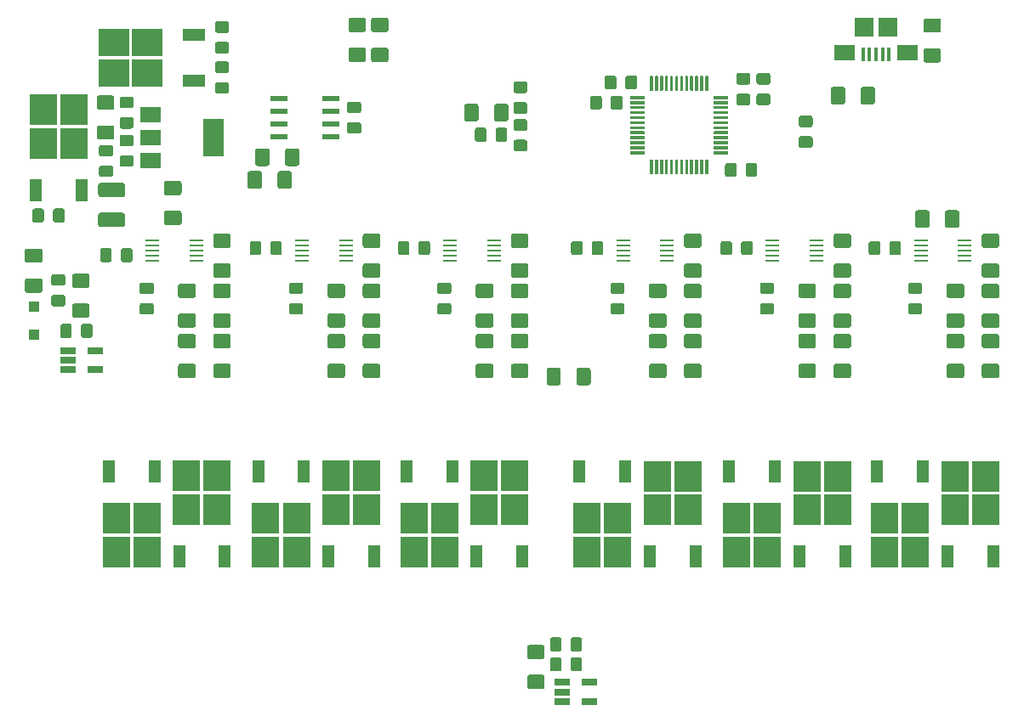
<source format=gtp>
%TF.GenerationSoftware,KiCad,Pcbnew,5.1.5+dfsg1-2build2*%
%TF.CreationDate,2021-12-29T18:24:04+01:00*%
%TF.ProjectId,motorDriver,6d6f746f-7244-4726-9976-65722e6b6963,rev?*%
%TF.SameCoordinates,Original*%
%TF.FileFunction,Paste,Top*%
%TF.FilePolarity,Positive*%
%FSLAX46Y46*%
G04 Gerber Fmt 4.6, Leading zero omitted, Abs format (unit mm)*
G04 Created by KiCad (PCBNEW 5.1.5+dfsg1-2build2) date 2021-12-29 18:24:04*
%MOMM*%
%LPD*%
G04 APERTURE LIST*
%ADD10R,2.750000X3.050000*%
%ADD11R,1.200000X2.200000*%
%ADD12C,0.100000*%
%ADD13R,2.000000X1.500000*%
%ADD14R,2.000000X3.800000*%
%ADD15R,3.050000X2.750000*%
%ADD16R,2.200000X1.200000*%
%ADD17R,1.690599X0.532600*%
%ADD18R,1.360399X0.290200*%
%ADD19R,1.560000X0.650000*%
%ADD20R,1.100000X1.100000*%
%ADD21R,2.100000X1.600000*%
%ADD22R,1.900000X1.900000*%
%ADD23R,0.400000X1.350000*%
G04 APERTURE END LIST*
D10*
%TO.C,Q12*%
X176975200Y-95428400D03*
X180025200Y-98778400D03*
X180025200Y-95428400D03*
X176975200Y-98778400D03*
D11*
X176220200Y-90803400D03*
X180780200Y-90803400D03*
%TD*%
D10*
%TO.C,Q11*%
X187025200Y-94578400D03*
X183975200Y-91228400D03*
X183975200Y-94578400D03*
X187025200Y-91228400D03*
D11*
X187780200Y-99203400D03*
X183220200Y-99203400D03*
%TD*%
D10*
%TO.C,Q10*%
X162225200Y-95428400D03*
X165275200Y-98778400D03*
X165275200Y-95428400D03*
X162225200Y-98778400D03*
D11*
X161470200Y-90803400D03*
X166030200Y-90803400D03*
%TD*%
D10*
%TO.C,Q9*%
X172275200Y-94578400D03*
X169225200Y-91228400D03*
X169225200Y-94578400D03*
X172275200Y-91228400D03*
D11*
X173030200Y-99203400D03*
X168470200Y-99203400D03*
%TD*%
D10*
%TO.C,Q8*%
X147345200Y-95428400D03*
X150395200Y-98778400D03*
X150395200Y-95428400D03*
X147345200Y-98778400D03*
D11*
X146590200Y-90803400D03*
X151150200Y-90803400D03*
%TD*%
D10*
%TO.C,Q7*%
X157395200Y-94578400D03*
X154345200Y-91228400D03*
X154345200Y-94578400D03*
X157395200Y-91228400D03*
D11*
X158150200Y-99203400D03*
X153590200Y-99203400D03*
%TD*%
D10*
%TO.C,Q6*%
X130105000Y-95425000D03*
X133155000Y-98775000D03*
X133155000Y-95425000D03*
X130105000Y-98775000D03*
D11*
X129350000Y-90800000D03*
X133910000Y-90800000D03*
%TD*%
D10*
%TO.C,Q5*%
X140155000Y-94575000D03*
X137105000Y-91225000D03*
X137105000Y-94575000D03*
X140155000Y-91225000D03*
D11*
X140910000Y-99200000D03*
X136350000Y-99200000D03*
%TD*%
D10*
%TO.C,Q4*%
X115355000Y-95425000D03*
X118405000Y-98775000D03*
X118405000Y-95425000D03*
X115355000Y-98775000D03*
D11*
X114600000Y-90800000D03*
X119160000Y-90800000D03*
%TD*%
D10*
%TO.C,Q3*%
X125405000Y-94575000D03*
X122355000Y-91225000D03*
X122355000Y-94575000D03*
X125405000Y-91225000D03*
D11*
X126160000Y-99200000D03*
X121600000Y-99200000D03*
%TD*%
D10*
%TO.C,Q2*%
X100475000Y-95425000D03*
X103525000Y-98775000D03*
X103525000Y-95425000D03*
X100475000Y-98775000D03*
D11*
X99720000Y-90800000D03*
X104280000Y-90800000D03*
%TD*%
D10*
%TO.C,Q1*%
X110525000Y-94575000D03*
X107475000Y-91225000D03*
X107475000Y-94575000D03*
X110525000Y-91225000D03*
D11*
X111280000Y-99200000D03*
X106720000Y-99200000D03*
%TD*%
D12*
%TO.C,C1*%
G36*
X141174505Y-53951204D02*
G01*
X141198773Y-53954804D01*
X141222572Y-53960765D01*
X141245671Y-53969030D01*
X141267850Y-53979520D01*
X141288893Y-53992132D01*
X141308599Y-54006747D01*
X141326777Y-54023223D01*
X141343253Y-54041401D01*
X141357868Y-54061107D01*
X141370480Y-54082150D01*
X141380970Y-54104329D01*
X141389235Y-54127428D01*
X141395196Y-54151227D01*
X141398796Y-54175495D01*
X141400000Y-54199999D01*
X141400000Y-54850001D01*
X141398796Y-54874505D01*
X141395196Y-54898773D01*
X141389235Y-54922572D01*
X141380970Y-54945671D01*
X141370480Y-54967850D01*
X141357868Y-54988893D01*
X141343253Y-55008599D01*
X141326777Y-55026777D01*
X141308599Y-55043253D01*
X141288893Y-55057868D01*
X141267850Y-55070480D01*
X141245671Y-55080970D01*
X141222572Y-55089235D01*
X141198773Y-55095196D01*
X141174505Y-55098796D01*
X141150001Y-55100000D01*
X140249999Y-55100000D01*
X140225495Y-55098796D01*
X140201227Y-55095196D01*
X140177428Y-55089235D01*
X140154329Y-55080970D01*
X140132150Y-55070480D01*
X140111107Y-55057868D01*
X140091401Y-55043253D01*
X140073223Y-55026777D01*
X140056747Y-55008599D01*
X140042132Y-54988893D01*
X140029520Y-54967850D01*
X140019030Y-54945671D01*
X140010765Y-54922572D01*
X140004804Y-54898773D01*
X140001204Y-54874505D01*
X140000000Y-54850001D01*
X140000000Y-54199999D01*
X140001204Y-54175495D01*
X140004804Y-54151227D01*
X140010765Y-54127428D01*
X140019030Y-54104329D01*
X140029520Y-54082150D01*
X140042132Y-54061107D01*
X140056747Y-54041401D01*
X140073223Y-54023223D01*
X140091401Y-54006747D01*
X140111107Y-53992132D01*
X140132150Y-53979520D01*
X140154329Y-53969030D01*
X140177428Y-53960765D01*
X140201227Y-53954804D01*
X140225495Y-53951204D01*
X140249999Y-53950000D01*
X141150001Y-53950000D01*
X141174505Y-53951204D01*
G37*
G36*
X141174505Y-51901204D02*
G01*
X141198773Y-51904804D01*
X141222572Y-51910765D01*
X141245671Y-51919030D01*
X141267850Y-51929520D01*
X141288893Y-51942132D01*
X141308599Y-51956747D01*
X141326777Y-51973223D01*
X141343253Y-51991401D01*
X141357868Y-52011107D01*
X141370480Y-52032150D01*
X141380970Y-52054329D01*
X141389235Y-52077428D01*
X141395196Y-52101227D01*
X141398796Y-52125495D01*
X141400000Y-52149999D01*
X141400000Y-52800001D01*
X141398796Y-52824505D01*
X141395196Y-52848773D01*
X141389235Y-52872572D01*
X141380970Y-52895671D01*
X141370480Y-52917850D01*
X141357868Y-52938893D01*
X141343253Y-52958599D01*
X141326777Y-52976777D01*
X141308599Y-52993253D01*
X141288893Y-53007868D01*
X141267850Y-53020480D01*
X141245671Y-53030970D01*
X141222572Y-53039235D01*
X141198773Y-53045196D01*
X141174505Y-53048796D01*
X141150001Y-53050000D01*
X140249999Y-53050000D01*
X140225495Y-53048796D01*
X140201227Y-53045196D01*
X140177428Y-53039235D01*
X140154329Y-53030970D01*
X140132150Y-53020480D01*
X140111107Y-53007868D01*
X140091401Y-52993253D01*
X140073223Y-52976777D01*
X140056747Y-52958599D01*
X140042132Y-52938893D01*
X140029520Y-52917850D01*
X140019030Y-52895671D01*
X140010765Y-52872572D01*
X140004804Y-52848773D01*
X140001204Y-52824505D01*
X140000000Y-52800001D01*
X140000000Y-52149999D01*
X140001204Y-52125495D01*
X140004804Y-52101227D01*
X140010765Y-52077428D01*
X140019030Y-52054329D01*
X140029520Y-52032150D01*
X140042132Y-52011107D01*
X140056747Y-51991401D01*
X140073223Y-51973223D01*
X140091401Y-51956747D01*
X140111107Y-51942132D01*
X140132150Y-51929520D01*
X140154329Y-51919030D01*
X140177428Y-51910765D01*
X140201227Y-51904804D01*
X140225495Y-51901204D01*
X140249999Y-51900000D01*
X141150001Y-51900000D01*
X141174505Y-51901204D01*
G37*
%TD*%
%TO.C,C3*%
G36*
X141174505Y-55651204D02*
G01*
X141198773Y-55654804D01*
X141222572Y-55660765D01*
X141245671Y-55669030D01*
X141267850Y-55679520D01*
X141288893Y-55692132D01*
X141308599Y-55706747D01*
X141326777Y-55723223D01*
X141343253Y-55741401D01*
X141357868Y-55761107D01*
X141370480Y-55782150D01*
X141380970Y-55804329D01*
X141389235Y-55827428D01*
X141395196Y-55851227D01*
X141398796Y-55875495D01*
X141400000Y-55899999D01*
X141400000Y-56550001D01*
X141398796Y-56574505D01*
X141395196Y-56598773D01*
X141389235Y-56622572D01*
X141380970Y-56645671D01*
X141370480Y-56667850D01*
X141357868Y-56688893D01*
X141343253Y-56708599D01*
X141326777Y-56726777D01*
X141308599Y-56743253D01*
X141288893Y-56757868D01*
X141267850Y-56770480D01*
X141245671Y-56780970D01*
X141222572Y-56789235D01*
X141198773Y-56795196D01*
X141174505Y-56798796D01*
X141150001Y-56800000D01*
X140249999Y-56800000D01*
X140225495Y-56798796D01*
X140201227Y-56795196D01*
X140177428Y-56789235D01*
X140154329Y-56780970D01*
X140132150Y-56770480D01*
X140111107Y-56757868D01*
X140091401Y-56743253D01*
X140073223Y-56726777D01*
X140056747Y-56708599D01*
X140042132Y-56688893D01*
X140029520Y-56667850D01*
X140019030Y-56645671D01*
X140010765Y-56622572D01*
X140004804Y-56598773D01*
X140001204Y-56574505D01*
X140000000Y-56550001D01*
X140000000Y-55899999D01*
X140001204Y-55875495D01*
X140004804Y-55851227D01*
X140010765Y-55827428D01*
X140019030Y-55804329D01*
X140029520Y-55782150D01*
X140042132Y-55761107D01*
X140056747Y-55741401D01*
X140073223Y-55723223D01*
X140091401Y-55706747D01*
X140111107Y-55692132D01*
X140132150Y-55679520D01*
X140154329Y-55669030D01*
X140177428Y-55660765D01*
X140201227Y-55654804D01*
X140225495Y-55651204D01*
X140249999Y-55650000D01*
X141150001Y-55650000D01*
X141174505Y-55651204D01*
G37*
G36*
X141174505Y-57701204D02*
G01*
X141198773Y-57704804D01*
X141222572Y-57710765D01*
X141245671Y-57719030D01*
X141267850Y-57729520D01*
X141288893Y-57742132D01*
X141308599Y-57756747D01*
X141326777Y-57773223D01*
X141343253Y-57791401D01*
X141357868Y-57811107D01*
X141370480Y-57832150D01*
X141380970Y-57854329D01*
X141389235Y-57877428D01*
X141395196Y-57901227D01*
X141398796Y-57925495D01*
X141400000Y-57949999D01*
X141400000Y-58600001D01*
X141398796Y-58624505D01*
X141395196Y-58648773D01*
X141389235Y-58672572D01*
X141380970Y-58695671D01*
X141370480Y-58717850D01*
X141357868Y-58738893D01*
X141343253Y-58758599D01*
X141326777Y-58776777D01*
X141308599Y-58793253D01*
X141288893Y-58807868D01*
X141267850Y-58820480D01*
X141245671Y-58830970D01*
X141222572Y-58839235D01*
X141198773Y-58845196D01*
X141174505Y-58848796D01*
X141150001Y-58850000D01*
X140249999Y-58850000D01*
X140225495Y-58848796D01*
X140201227Y-58845196D01*
X140177428Y-58839235D01*
X140154329Y-58830970D01*
X140132150Y-58820480D01*
X140111107Y-58807868D01*
X140091401Y-58793253D01*
X140073223Y-58776777D01*
X140056747Y-58758599D01*
X140042132Y-58738893D01*
X140029520Y-58717850D01*
X140019030Y-58695671D01*
X140010765Y-58672572D01*
X140004804Y-58648773D01*
X140001204Y-58624505D01*
X140000000Y-58600001D01*
X140000000Y-57949999D01*
X140001204Y-57925495D01*
X140004804Y-57901227D01*
X140010765Y-57877428D01*
X140019030Y-57854329D01*
X140029520Y-57832150D01*
X140042132Y-57811107D01*
X140056747Y-57791401D01*
X140073223Y-57773223D01*
X140091401Y-57756747D01*
X140111107Y-57742132D01*
X140132150Y-57729520D01*
X140154329Y-57719030D01*
X140177428Y-57710765D01*
X140201227Y-57704804D01*
X140225495Y-57701204D01*
X140249999Y-57700000D01*
X141150001Y-57700000D01*
X141174505Y-57701204D01*
G37*
%TD*%
%TO.C,C4*%
G36*
X101974505Y-55451204D02*
G01*
X101998773Y-55454804D01*
X102022572Y-55460765D01*
X102045671Y-55469030D01*
X102067850Y-55479520D01*
X102088893Y-55492132D01*
X102108599Y-55506747D01*
X102126777Y-55523223D01*
X102143253Y-55541401D01*
X102157868Y-55561107D01*
X102170480Y-55582150D01*
X102180970Y-55604329D01*
X102189235Y-55627428D01*
X102195196Y-55651227D01*
X102198796Y-55675495D01*
X102200000Y-55699999D01*
X102200000Y-56350001D01*
X102198796Y-56374505D01*
X102195196Y-56398773D01*
X102189235Y-56422572D01*
X102180970Y-56445671D01*
X102170480Y-56467850D01*
X102157868Y-56488893D01*
X102143253Y-56508599D01*
X102126777Y-56526777D01*
X102108599Y-56543253D01*
X102088893Y-56557868D01*
X102067850Y-56570480D01*
X102045671Y-56580970D01*
X102022572Y-56589235D01*
X101998773Y-56595196D01*
X101974505Y-56598796D01*
X101950001Y-56600000D01*
X101049999Y-56600000D01*
X101025495Y-56598796D01*
X101001227Y-56595196D01*
X100977428Y-56589235D01*
X100954329Y-56580970D01*
X100932150Y-56570480D01*
X100911107Y-56557868D01*
X100891401Y-56543253D01*
X100873223Y-56526777D01*
X100856747Y-56508599D01*
X100842132Y-56488893D01*
X100829520Y-56467850D01*
X100819030Y-56445671D01*
X100810765Y-56422572D01*
X100804804Y-56398773D01*
X100801204Y-56374505D01*
X100800000Y-56350001D01*
X100800000Y-55699999D01*
X100801204Y-55675495D01*
X100804804Y-55651227D01*
X100810765Y-55627428D01*
X100819030Y-55604329D01*
X100829520Y-55582150D01*
X100842132Y-55561107D01*
X100856747Y-55541401D01*
X100873223Y-55523223D01*
X100891401Y-55506747D01*
X100911107Y-55492132D01*
X100932150Y-55479520D01*
X100954329Y-55469030D01*
X100977428Y-55460765D01*
X101001227Y-55454804D01*
X101025495Y-55451204D01*
X101049999Y-55450000D01*
X101950001Y-55450000D01*
X101974505Y-55451204D01*
G37*
G36*
X101974505Y-53401204D02*
G01*
X101998773Y-53404804D01*
X102022572Y-53410765D01*
X102045671Y-53419030D01*
X102067850Y-53429520D01*
X102088893Y-53442132D01*
X102108599Y-53456747D01*
X102126777Y-53473223D01*
X102143253Y-53491401D01*
X102157868Y-53511107D01*
X102170480Y-53532150D01*
X102180970Y-53554329D01*
X102189235Y-53577428D01*
X102195196Y-53601227D01*
X102198796Y-53625495D01*
X102200000Y-53649999D01*
X102200000Y-54300001D01*
X102198796Y-54324505D01*
X102195196Y-54348773D01*
X102189235Y-54372572D01*
X102180970Y-54395671D01*
X102170480Y-54417850D01*
X102157868Y-54438893D01*
X102143253Y-54458599D01*
X102126777Y-54476777D01*
X102108599Y-54493253D01*
X102088893Y-54507868D01*
X102067850Y-54520480D01*
X102045671Y-54530970D01*
X102022572Y-54539235D01*
X101998773Y-54545196D01*
X101974505Y-54548796D01*
X101950001Y-54550000D01*
X101049999Y-54550000D01*
X101025495Y-54548796D01*
X101001227Y-54545196D01*
X100977428Y-54539235D01*
X100954329Y-54530970D01*
X100932150Y-54520480D01*
X100911107Y-54507868D01*
X100891401Y-54493253D01*
X100873223Y-54476777D01*
X100856747Y-54458599D01*
X100842132Y-54438893D01*
X100829520Y-54417850D01*
X100819030Y-54395671D01*
X100810765Y-54372572D01*
X100804804Y-54348773D01*
X100801204Y-54324505D01*
X100800000Y-54300001D01*
X100800000Y-53649999D01*
X100801204Y-53625495D01*
X100804804Y-53601227D01*
X100810765Y-53577428D01*
X100819030Y-53554329D01*
X100829520Y-53532150D01*
X100842132Y-53511107D01*
X100856747Y-53491401D01*
X100873223Y-53473223D01*
X100891401Y-53456747D01*
X100911107Y-53442132D01*
X100932150Y-53429520D01*
X100954329Y-53419030D01*
X100977428Y-53410765D01*
X101001227Y-53404804D01*
X101025495Y-53401204D01*
X101049999Y-53400000D01*
X101950001Y-53400000D01*
X101974505Y-53401204D01*
G37*
%TD*%
%TO.C,C5*%
G36*
X111474505Y-49901204D02*
G01*
X111498773Y-49904804D01*
X111522572Y-49910765D01*
X111545671Y-49919030D01*
X111567850Y-49929520D01*
X111588893Y-49942132D01*
X111608599Y-49956747D01*
X111626777Y-49973223D01*
X111643253Y-49991401D01*
X111657868Y-50011107D01*
X111670480Y-50032150D01*
X111680970Y-50054329D01*
X111689235Y-50077428D01*
X111695196Y-50101227D01*
X111698796Y-50125495D01*
X111700000Y-50149999D01*
X111700000Y-50800001D01*
X111698796Y-50824505D01*
X111695196Y-50848773D01*
X111689235Y-50872572D01*
X111680970Y-50895671D01*
X111670480Y-50917850D01*
X111657868Y-50938893D01*
X111643253Y-50958599D01*
X111626777Y-50976777D01*
X111608599Y-50993253D01*
X111588893Y-51007868D01*
X111567850Y-51020480D01*
X111545671Y-51030970D01*
X111522572Y-51039235D01*
X111498773Y-51045196D01*
X111474505Y-51048796D01*
X111450001Y-51050000D01*
X110549999Y-51050000D01*
X110525495Y-51048796D01*
X110501227Y-51045196D01*
X110477428Y-51039235D01*
X110454329Y-51030970D01*
X110432150Y-51020480D01*
X110411107Y-51007868D01*
X110391401Y-50993253D01*
X110373223Y-50976777D01*
X110356747Y-50958599D01*
X110342132Y-50938893D01*
X110329520Y-50917850D01*
X110319030Y-50895671D01*
X110310765Y-50872572D01*
X110304804Y-50848773D01*
X110301204Y-50824505D01*
X110300000Y-50800001D01*
X110300000Y-50149999D01*
X110301204Y-50125495D01*
X110304804Y-50101227D01*
X110310765Y-50077428D01*
X110319030Y-50054329D01*
X110329520Y-50032150D01*
X110342132Y-50011107D01*
X110356747Y-49991401D01*
X110373223Y-49973223D01*
X110391401Y-49956747D01*
X110411107Y-49942132D01*
X110432150Y-49929520D01*
X110454329Y-49919030D01*
X110477428Y-49910765D01*
X110501227Y-49904804D01*
X110525495Y-49901204D01*
X110549999Y-49900000D01*
X111450001Y-49900000D01*
X111474505Y-49901204D01*
G37*
G36*
X111474505Y-51951204D02*
G01*
X111498773Y-51954804D01*
X111522572Y-51960765D01*
X111545671Y-51969030D01*
X111567850Y-51979520D01*
X111588893Y-51992132D01*
X111608599Y-52006747D01*
X111626777Y-52023223D01*
X111643253Y-52041401D01*
X111657868Y-52061107D01*
X111670480Y-52082150D01*
X111680970Y-52104329D01*
X111689235Y-52127428D01*
X111695196Y-52151227D01*
X111698796Y-52175495D01*
X111700000Y-52199999D01*
X111700000Y-52850001D01*
X111698796Y-52874505D01*
X111695196Y-52898773D01*
X111689235Y-52922572D01*
X111680970Y-52945671D01*
X111670480Y-52967850D01*
X111657868Y-52988893D01*
X111643253Y-53008599D01*
X111626777Y-53026777D01*
X111608599Y-53043253D01*
X111588893Y-53057868D01*
X111567850Y-53070480D01*
X111545671Y-53080970D01*
X111522572Y-53089235D01*
X111498773Y-53095196D01*
X111474505Y-53098796D01*
X111450001Y-53100000D01*
X110549999Y-53100000D01*
X110525495Y-53098796D01*
X110501227Y-53095196D01*
X110477428Y-53089235D01*
X110454329Y-53080970D01*
X110432150Y-53070480D01*
X110411107Y-53057868D01*
X110391401Y-53043253D01*
X110373223Y-53026777D01*
X110356747Y-53008599D01*
X110342132Y-52988893D01*
X110329520Y-52967850D01*
X110319030Y-52945671D01*
X110310765Y-52922572D01*
X110304804Y-52898773D01*
X110301204Y-52874505D01*
X110300000Y-52850001D01*
X110300000Y-52199999D01*
X110301204Y-52175495D01*
X110304804Y-52151227D01*
X110310765Y-52127428D01*
X110319030Y-52104329D01*
X110329520Y-52082150D01*
X110342132Y-52061107D01*
X110356747Y-52041401D01*
X110373223Y-52023223D01*
X110391401Y-52006747D01*
X110411107Y-51992132D01*
X110432150Y-51979520D01*
X110454329Y-51969030D01*
X110477428Y-51960765D01*
X110501227Y-51954804D01*
X110525495Y-51951204D01*
X110549999Y-51950000D01*
X111450001Y-51950000D01*
X111474505Y-51951204D01*
G37*
%TD*%
%TO.C,C6*%
G36*
X95099505Y-64551204D02*
G01*
X95123773Y-64554804D01*
X95147572Y-64560765D01*
X95170671Y-64569030D01*
X95192850Y-64579520D01*
X95213893Y-64592132D01*
X95233599Y-64606747D01*
X95251777Y-64623223D01*
X95268253Y-64641401D01*
X95282868Y-64661107D01*
X95295480Y-64682150D01*
X95305970Y-64704329D01*
X95314235Y-64727428D01*
X95320196Y-64751227D01*
X95323796Y-64775495D01*
X95325000Y-64799999D01*
X95325000Y-65700001D01*
X95323796Y-65724505D01*
X95320196Y-65748773D01*
X95314235Y-65772572D01*
X95305970Y-65795671D01*
X95295480Y-65817850D01*
X95282868Y-65838893D01*
X95268253Y-65858599D01*
X95251777Y-65876777D01*
X95233599Y-65893253D01*
X95213893Y-65907868D01*
X95192850Y-65920480D01*
X95170671Y-65930970D01*
X95147572Y-65939235D01*
X95123773Y-65945196D01*
X95099505Y-65948796D01*
X95075001Y-65950000D01*
X94424999Y-65950000D01*
X94400495Y-65948796D01*
X94376227Y-65945196D01*
X94352428Y-65939235D01*
X94329329Y-65930970D01*
X94307150Y-65920480D01*
X94286107Y-65907868D01*
X94266401Y-65893253D01*
X94248223Y-65876777D01*
X94231747Y-65858599D01*
X94217132Y-65838893D01*
X94204520Y-65817850D01*
X94194030Y-65795671D01*
X94185765Y-65772572D01*
X94179804Y-65748773D01*
X94176204Y-65724505D01*
X94175000Y-65700001D01*
X94175000Y-64799999D01*
X94176204Y-64775495D01*
X94179804Y-64751227D01*
X94185765Y-64727428D01*
X94194030Y-64704329D01*
X94204520Y-64682150D01*
X94217132Y-64661107D01*
X94231747Y-64641401D01*
X94248223Y-64623223D01*
X94266401Y-64606747D01*
X94286107Y-64592132D01*
X94307150Y-64579520D01*
X94329329Y-64569030D01*
X94352428Y-64560765D01*
X94376227Y-64554804D01*
X94400495Y-64551204D01*
X94424999Y-64550000D01*
X95075001Y-64550000D01*
X95099505Y-64551204D01*
G37*
G36*
X93049505Y-64551204D02*
G01*
X93073773Y-64554804D01*
X93097572Y-64560765D01*
X93120671Y-64569030D01*
X93142850Y-64579520D01*
X93163893Y-64592132D01*
X93183599Y-64606747D01*
X93201777Y-64623223D01*
X93218253Y-64641401D01*
X93232868Y-64661107D01*
X93245480Y-64682150D01*
X93255970Y-64704329D01*
X93264235Y-64727428D01*
X93270196Y-64751227D01*
X93273796Y-64775495D01*
X93275000Y-64799999D01*
X93275000Y-65700001D01*
X93273796Y-65724505D01*
X93270196Y-65748773D01*
X93264235Y-65772572D01*
X93255970Y-65795671D01*
X93245480Y-65817850D01*
X93232868Y-65838893D01*
X93218253Y-65858599D01*
X93201777Y-65876777D01*
X93183599Y-65893253D01*
X93163893Y-65907868D01*
X93142850Y-65920480D01*
X93120671Y-65930970D01*
X93097572Y-65939235D01*
X93073773Y-65945196D01*
X93049505Y-65948796D01*
X93025001Y-65950000D01*
X92374999Y-65950000D01*
X92350495Y-65948796D01*
X92326227Y-65945196D01*
X92302428Y-65939235D01*
X92279329Y-65930970D01*
X92257150Y-65920480D01*
X92236107Y-65907868D01*
X92216401Y-65893253D01*
X92198223Y-65876777D01*
X92181747Y-65858599D01*
X92167132Y-65838893D01*
X92154520Y-65817850D01*
X92144030Y-65795671D01*
X92135765Y-65772572D01*
X92129804Y-65748773D01*
X92126204Y-65724505D01*
X92125000Y-65700001D01*
X92125000Y-64799999D01*
X92126204Y-64775495D01*
X92129804Y-64751227D01*
X92135765Y-64727428D01*
X92144030Y-64704329D01*
X92154520Y-64682150D01*
X92167132Y-64661107D01*
X92181747Y-64641401D01*
X92198223Y-64623223D01*
X92216401Y-64606747D01*
X92236107Y-64592132D01*
X92257150Y-64579520D01*
X92279329Y-64569030D01*
X92302428Y-64560765D01*
X92326227Y-64554804D01*
X92350495Y-64551204D01*
X92374999Y-64550000D01*
X93025001Y-64550000D01*
X93049505Y-64551204D01*
G37*
%TD*%
%TO.C,C7*%
G36*
X101974505Y-57201204D02*
G01*
X101998773Y-57204804D01*
X102022572Y-57210765D01*
X102045671Y-57219030D01*
X102067850Y-57229520D01*
X102088893Y-57242132D01*
X102108599Y-57256747D01*
X102126777Y-57273223D01*
X102143253Y-57291401D01*
X102157868Y-57311107D01*
X102170480Y-57332150D01*
X102180970Y-57354329D01*
X102189235Y-57377428D01*
X102195196Y-57401227D01*
X102198796Y-57425495D01*
X102200000Y-57449999D01*
X102200000Y-58100001D01*
X102198796Y-58124505D01*
X102195196Y-58148773D01*
X102189235Y-58172572D01*
X102180970Y-58195671D01*
X102170480Y-58217850D01*
X102157868Y-58238893D01*
X102143253Y-58258599D01*
X102126777Y-58276777D01*
X102108599Y-58293253D01*
X102088893Y-58307868D01*
X102067850Y-58320480D01*
X102045671Y-58330970D01*
X102022572Y-58339235D01*
X101998773Y-58345196D01*
X101974505Y-58348796D01*
X101950001Y-58350000D01*
X101049999Y-58350000D01*
X101025495Y-58348796D01*
X101001227Y-58345196D01*
X100977428Y-58339235D01*
X100954329Y-58330970D01*
X100932150Y-58320480D01*
X100911107Y-58307868D01*
X100891401Y-58293253D01*
X100873223Y-58276777D01*
X100856747Y-58258599D01*
X100842132Y-58238893D01*
X100829520Y-58217850D01*
X100819030Y-58195671D01*
X100810765Y-58172572D01*
X100804804Y-58148773D01*
X100801204Y-58124505D01*
X100800000Y-58100001D01*
X100800000Y-57449999D01*
X100801204Y-57425495D01*
X100804804Y-57401227D01*
X100810765Y-57377428D01*
X100819030Y-57354329D01*
X100829520Y-57332150D01*
X100842132Y-57311107D01*
X100856747Y-57291401D01*
X100873223Y-57273223D01*
X100891401Y-57256747D01*
X100911107Y-57242132D01*
X100932150Y-57229520D01*
X100954329Y-57219030D01*
X100977428Y-57210765D01*
X101001227Y-57204804D01*
X101025495Y-57201204D01*
X101049999Y-57200000D01*
X101950001Y-57200000D01*
X101974505Y-57201204D01*
G37*
G36*
X101974505Y-59251204D02*
G01*
X101998773Y-59254804D01*
X102022572Y-59260765D01*
X102045671Y-59269030D01*
X102067850Y-59279520D01*
X102088893Y-59292132D01*
X102108599Y-59306747D01*
X102126777Y-59323223D01*
X102143253Y-59341401D01*
X102157868Y-59361107D01*
X102170480Y-59382150D01*
X102180970Y-59404329D01*
X102189235Y-59427428D01*
X102195196Y-59451227D01*
X102198796Y-59475495D01*
X102200000Y-59499999D01*
X102200000Y-60150001D01*
X102198796Y-60174505D01*
X102195196Y-60198773D01*
X102189235Y-60222572D01*
X102180970Y-60245671D01*
X102170480Y-60267850D01*
X102157868Y-60288893D01*
X102143253Y-60308599D01*
X102126777Y-60326777D01*
X102108599Y-60343253D01*
X102088893Y-60357868D01*
X102067850Y-60370480D01*
X102045671Y-60380970D01*
X102022572Y-60389235D01*
X101998773Y-60395196D01*
X101974505Y-60398796D01*
X101950001Y-60400000D01*
X101049999Y-60400000D01*
X101025495Y-60398796D01*
X101001227Y-60395196D01*
X100977428Y-60389235D01*
X100954329Y-60380970D01*
X100932150Y-60370480D01*
X100911107Y-60357868D01*
X100891401Y-60343253D01*
X100873223Y-60326777D01*
X100856747Y-60308599D01*
X100842132Y-60288893D01*
X100829520Y-60267850D01*
X100819030Y-60245671D01*
X100810765Y-60222572D01*
X100804804Y-60198773D01*
X100801204Y-60174505D01*
X100800000Y-60150001D01*
X100800000Y-59499999D01*
X100801204Y-59475495D01*
X100804804Y-59451227D01*
X100810765Y-59427428D01*
X100819030Y-59404329D01*
X100829520Y-59382150D01*
X100842132Y-59361107D01*
X100856747Y-59341401D01*
X100873223Y-59323223D01*
X100891401Y-59306747D01*
X100911107Y-59292132D01*
X100932150Y-59279520D01*
X100954329Y-59269030D01*
X100977428Y-59260765D01*
X101001227Y-59254804D01*
X101025495Y-59251204D01*
X101049999Y-59250000D01*
X101950001Y-59250000D01*
X101974505Y-59251204D01*
G37*
%TD*%
%TO.C,C8*%
G36*
X111474505Y-47951204D02*
G01*
X111498773Y-47954804D01*
X111522572Y-47960765D01*
X111545671Y-47969030D01*
X111567850Y-47979520D01*
X111588893Y-47992132D01*
X111608599Y-48006747D01*
X111626777Y-48023223D01*
X111643253Y-48041401D01*
X111657868Y-48061107D01*
X111670480Y-48082150D01*
X111680970Y-48104329D01*
X111689235Y-48127428D01*
X111695196Y-48151227D01*
X111698796Y-48175495D01*
X111700000Y-48199999D01*
X111700000Y-48850001D01*
X111698796Y-48874505D01*
X111695196Y-48898773D01*
X111689235Y-48922572D01*
X111680970Y-48945671D01*
X111670480Y-48967850D01*
X111657868Y-48988893D01*
X111643253Y-49008599D01*
X111626777Y-49026777D01*
X111608599Y-49043253D01*
X111588893Y-49057868D01*
X111567850Y-49070480D01*
X111545671Y-49080970D01*
X111522572Y-49089235D01*
X111498773Y-49095196D01*
X111474505Y-49098796D01*
X111450001Y-49100000D01*
X110549999Y-49100000D01*
X110525495Y-49098796D01*
X110501227Y-49095196D01*
X110477428Y-49089235D01*
X110454329Y-49080970D01*
X110432150Y-49070480D01*
X110411107Y-49057868D01*
X110391401Y-49043253D01*
X110373223Y-49026777D01*
X110356747Y-49008599D01*
X110342132Y-48988893D01*
X110329520Y-48967850D01*
X110319030Y-48945671D01*
X110310765Y-48922572D01*
X110304804Y-48898773D01*
X110301204Y-48874505D01*
X110300000Y-48850001D01*
X110300000Y-48199999D01*
X110301204Y-48175495D01*
X110304804Y-48151227D01*
X110310765Y-48127428D01*
X110319030Y-48104329D01*
X110329520Y-48082150D01*
X110342132Y-48061107D01*
X110356747Y-48041401D01*
X110373223Y-48023223D01*
X110391401Y-48006747D01*
X110411107Y-47992132D01*
X110432150Y-47979520D01*
X110454329Y-47969030D01*
X110477428Y-47960765D01*
X110501227Y-47954804D01*
X110525495Y-47951204D01*
X110549999Y-47950000D01*
X111450001Y-47950000D01*
X111474505Y-47951204D01*
G37*
G36*
X111474505Y-45901204D02*
G01*
X111498773Y-45904804D01*
X111522572Y-45910765D01*
X111545671Y-45919030D01*
X111567850Y-45929520D01*
X111588893Y-45942132D01*
X111608599Y-45956747D01*
X111626777Y-45973223D01*
X111643253Y-45991401D01*
X111657868Y-46011107D01*
X111670480Y-46032150D01*
X111680970Y-46054329D01*
X111689235Y-46077428D01*
X111695196Y-46101227D01*
X111698796Y-46125495D01*
X111700000Y-46149999D01*
X111700000Y-46800001D01*
X111698796Y-46824505D01*
X111695196Y-46848773D01*
X111689235Y-46872572D01*
X111680970Y-46895671D01*
X111670480Y-46917850D01*
X111657868Y-46938893D01*
X111643253Y-46958599D01*
X111626777Y-46976777D01*
X111608599Y-46993253D01*
X111588893Y-47007868D01*
X111567850Y-47020480D01*
X111545671Y-47030970D01*
X111522572Y-47039235D01*
X111498773Y-47045196D01*
X111474505Y-47048796D01*
X111450001Y-47050000D01*
X110549999Y-47050000D01*
X110525495Y-47048796D01*
X110501227Y-47045196D01*
X110477428Y-47039235D01*
X110454329Y-47030970D01*
X110432150Y-47020480D01*
X110411107Y-47007868D01*
X110391401Y-46993253D01*
X110373223Y-46976777D01*
X110356747Y-46958599D01*
X110342132Y-46938893D01*
X110329520Y-46917850D01*
X110319030Y-46895671D01*
X110310765Y-46872572D01*
X110304804Y-46848773D01*
X110301204Y-46824505D01*
X110300000Y-46800001D01*
X110300000Y-46149999D01*
X110301204Y-46125495D01*
X110304804Y-46101227D01*
X110310765Y-46077428D01*
X110319030Y-46054329D01*
X110329520Y-46032150D01*
X110342132Y-46011107D01*
X110356747Y-45991401D01*
X110373223Y-45973223D01*
X110391401Y-45956747D01*
X110411107Y-45942132D01*
X110432150Y-45929520D01*
X110454329Y-45919030D01*
X110477428Y-45910765D01*
X110501227Y-45904804D01*
X110525495Y-45901204D01*
X110549999Y-45900000D01*
X111450001Y-45900000D01*
X111474505Y-45901204D01*
G37*
%TD*%
%TO.C,C9*%
G36*
X101099504Y-64976204D02*
G01*
X101123773Y-64979804D01*
X101147571Y-64985765D01*
X101170671Y-64994030D01*
X101192849Y-65004520D01*
X101213893Y-65017133D01*
X101233598Y-65031747D01*
X101251777Y-65048223D01*
X101268253Y-65066402D01*
X101282867Y-65086107D01*
X101295480Y-65107151D01*
X101305970Y-65129329D01*
X101314235Y-65152429D01*
X101320196Y-65176227D01*
X101323796Y-65200496D01*
X101325000Y-65225000D01*
X101325000Y-66150000D01*
X101323796Y-66174504D01*
X101320196Y-66198773D01*
X101314235Y-66222571D01*
X101305970Y-66245671D01*
X101295480Y-66267849D01*
X101282867Y-66288893D01*
X101268253Y-66308598D01*
X101251777Y-66326777D01*
X101233598Y-66343253D01*
X101213893Y-66357867D01*
X101192849Y-66370480D01*
X101170671Y-66380970D01*
X101147571Y-66389235D01*
X101123773Y-66395196D01*
X101099504Y-66398796D01*
X101075000Y-66400000D01*
X98925000Y-66400000D01*
X98900496Y-66398796D01*
X98876227Y-66395196D01*
X98852429Y-66389235D01*
X98829329Y-66380970D01*
X98807151Y-66370480D01*
X98786107Y-66357867D01*
X98766402Y-66343253D01*
X98748223Y-66326777D01*
X98731747Y-66308598D01*
X98717133Y-66288893D01*
X98704520Y-66267849D01*
X98694030Y-66245671D01*
X98685765Y-66222571D01*
X98679804Y-66198773D01*
X98676204Y-66174504D01*
X98675000Y-66150000D01*
X98675000Y-65225000D01*
X98676204Y-65200496D01*
X98679804Y-65176227D01*
X98685765Y-65152429D01*
X98694030Y-65129329D01*
X98704520Y-65107151D01*
X98717133Y-65086107D01*
X98731747Y-65066402D01*
X98748223Y-65048223D01*
X98766402Y-65031747D01*
X98786107Y-65017133D01*
X98807151Y-65004520D01*
X98829329Y-64994030D01*
X98852429Y-64985765D01*
X98876227Y-64979804D01*
X98900496Y-64976204D01*
X98925000Y-64975000D01*
X101075000Y-64975000D01*
X101099504Y-64976204D01*
G37*
G36*
X101099504Y-62001204D02*
G01*
X101123773Y-62004804D01*
X101147571Y-62010765D01*
X101170671Y-62019030D01*
X101192849Y-62029520D01*
X101213893Y-62042133D01*
X101233598Y-62056747D01*
X101251777Y-62073223D01*
X101268253Y-62091402D01*
X101282867Y-62111107D01*
X101295480Y-62132151D01*
X101305970Y-62154329D01*
X101314235Y-62177429D01*
X101320196Y-62201227D01*
X101323796Y-62225496D01*
X101325000Y-62250000D01*
X101325000Y-63175000D01*
X101323796Y-63199504D01*
X101320196Y-63223773D01*
X101314235Y-63247571D01*
X101305970Y-63270671D01*
X101295480Y-63292849D01*
X101282867Y-63313893D01*
X101268253Y-63333598D01*
X101251777Y-63351777D01*
X101233598Y-63368253D01*
X101213893Y-63382867D01*
X101192849Y-63395480D01*
X101170671Y-63405970D01*
X101147571Y-63414235D01*
X101123773Y-63420196D01*
X101099504Y-63423796D01*
X101075000Y-63425000D01*
X98925000Y-63425000D01*
X98900496Y-63423796D01*
X98876227Y-63420196D01*
X98852429Y-63414235D01*
X98829329Y-63405970D01*
X98807151Y-63395480D01*
X98786107Y-63382867D01*
X98766402Y-63368253D01*
X98748223Y-63351777D01*
X98731747Y-63333598D01*
X98717133Y-63313893D01*
X98704520Y-63292849D01*
X98694030Y-63270671D01*
X98685765Y-63247571D01*
X98679804Y-63223773D01*
X98676204Y-63199504D01*
X98675000Y-63175000D01*
X98675000Y-62250000D01*
X98676204Y-62225496D01*
X98679804Y-62201227D01*
X98685765Y-62177429D01*
X98694030Y-62154329D01*
X98704520Y-62132151D01*
X98717133Y-62111107D01*
X98731747Y-62091402D01*
X98748223Y-62073223D01*
X98766402Y-62056747D01*
X98786107Y-62042133D01*
X98807151Y-62029520D01*
X98829329Y-62019030D01*
X98852429Y-62010765D01*
X98876227Y-62004804D01*
X98900496Y-62001204D01*
X98925000Y-62000000D01*
X101075000Y-62000000D01*
X101099504Y-62001204D01*
G37*
%TD*%
%TO.C,C10*%
G36*
X124624505Y-55951204D02*
G01*
X124648773Y-55954804D01*
X124672572Y-55960765D01*
X124695671Y-55969030D01*
X124717850Y-55979520D01*
X124738893Y-55992132D01*
X124758599Y-56006747D01*
X124776777Y-56023223D01*
X124793253Y-56041401D01*
X124807868Y-56061107D01*
X124820480Y-56082150D01*
X124830970Y-56104329D01*
X124839235Y-56127428D01*
X124845196Y-56151227D01*
X124848796Y-56175495D01*
X124850000Y-56199999D01*
X124850000Y-56850001D01*
X124848796Y-56874505D01*
X124845196Y-56898773D01*
X124839235Y-56922572D01*
X124830970Y-56945671D01*
X124820480Y-56967850D01*
X124807868Y-56988893D01*
X124793253Y-57008599D01*
X124776777Y-57026777D01*
X124758599Y-57043253D01*
X124738893Y-57057868D01*
X124717850Y-57070480D01*
X124695671Y-57080970D01*
X124672572Y-57089235D01*
X124648773Y-57095196D01*
X124624505Y-57098796D01*
X124600001Y-57100000D01*
X123699999Y-57100000D01*
X123675495Y-57098796D01*
X123651227Y-57095196D01*
X123627428Y-57089235D01*
X123604329Y-57080970D01*
X123582150Y-57070480D01*
X123561107Y-57057868D01*
X123541401Y-57043253D01*
X123523223Y-57026777D01*
X123506747Y-57008599D01*
X123492132Y-56988893D01*
X123479520Y-56967850D01*
X123469030Y-56945671D01*
X123460765Y-56922572D01*
X123454804Y-56898773D01*
X123451204Y-56874505D01*
X123450000Y-56850001D01*
X123450000Y-56199999D01*
X123451204Y-56175495D01*
X123454804Y-56151227D01*
X123460765Y-56127428D01*
X123469030Y-56104329D01*
X123479520Y-56082150D01*
X123492132Y-56061107D01*
X123506747Y-56041401D01*
X123523223Y-56023223D01*
X123541401Y-56006747D01*
X123561107Y-55992132D01*
X123582150Y-55979520D01*
X123604329Y-55969030D01*
X123627428Y-55960765D01*
X123651227Y-55954804D01*
X123675495Y-55951204D01*
X123699999Y-55950000D01*
X124600001Y-55950000D01*
X124624505Y-55951204D01*
G37*
G36*
X124624505Y-53901204D02*
G01*
X124648773Y-53904804D01*
X124672572Y-53910765D01*
X124695671Y-53919030D01*
X124717850Y-53929520D01*
X124738893Y-53942132D01*
X124758599Y-53956747D01*
X124776777Y-53973223D01*
X124793253Y-53991401D01*
X124807868Y-54011107D01*
X124820480Y-54032150D01*
X124830970Y-54054329D01*
X124839235Y-54077428D01*
X124845196Y-54101227D01*
X124848796Y-54125495D01*
X124850000Y-54149999D01*
X124850000Y-54800001D01*
X124848796Y-54824505D01*
X124845196Y-54848773D01*
X124839235Y-54872572D01*
X124830970Y-54895671D01*
X124820480Y-54917850D01*
X124807868Y-54938893D01*
X124793253Y-54958599D01*
X124776777Y-54976777D01*
X124758599Y-54993253D01*
X124738893Y-55007868D01*
X124717850Y-55020480D01*
X124695671Y-55030970D01*
X124672572Y-55039235D01*
X124648773Y-55045196D01*
X124624505Y-55048796D01*
X124600001Y-55050000D01*
X123699999Y-55050000D01*
X123675495Y-55048796D01*
X123651227Y-55045196D01*
X123627428Y-55039235D01*
X123604329Y-55030970D01*
X123582150Y-55020480D01*
X123561107Y-55007868D01*
X123541401Y-54993253D01*
X123523223Y-54976777D01*
X123506747Y-54958599D01*
X123492132Y-54938893D01*
X123479520Y-54917850D01*
X123469030Y-54895671D01*
X123460765Y-54872572D01*
X123454804Y-54848773D01*
X123451204Y-54824505D01*
X123450000Y-54800001D01*
X123450000Y-54149999D01*
X123451204Y-54125495D01*
X123454804Y-54101227D01*
X123460765Y-54077428D01*
X123469030Y-54054329D01*
X123479520Y-54032150D01*
X123492132Y-54011107D01*
X123506747Y-53991401D01*
X123523223Y-53973223D01*
X123541401Y-53956747D01*
X123561107Y-53942132D01*
X123582150Y-53929520D01*
X123604329Y-53919030D01*
X123627428Y-53910765D01*
X123651227Y-53904804D01*
X123675495Y-53901204D01*
X123699999Y-53900000D01*
X124600001Y-53900000D01*
X124624505Y-53901204D01*
G37*
%TD*%
%TO.C,C11*%
G36*
X165374505Y-53101204D02*
G01*
X165398773Y-53104804D01*
X165422572Y-53110765D01*
X165445671Y-53119030D01*
X165467850Y-53129520D01*
X165488893Y-53142132D01*
X165508599Y-53156747D01*
X165526777Y-53173223D01*
X165543253Y-53191401D01*
X165557868Y-53211107D01*
X165570480Y-53232150D01*
X165580970Y-53254329D01*
X165589235Y-53277428D01*
X165595196Y-53301227D01*
X165598796Y-53325495D01*
X165600000Y-53349999D01*
X165600000Y-54000001D01*
X165598796Y-54024505D01*
X165595196Y-54048773D01*
X165589235Y-54072572D01*
X165580970Y-54095671D01*
X165570480Y-54117850D01*
X165557868Y-54138893D01*
X165543253Y-54158599D01*
X165526777Y-54176777D01*
X165508599Y-54193253D01*
X165488893Y-54207868D01*
X165467850Y-54220480D01*
X165445671Y-54230970D01*
X165422572Y-54239235D01*
X165398773Y-54245196D01*
X165374505Y-54248796D01*
X165350001Y-54250000D01*
X164449999Y-54250000D01*
X164425495Y-54248796D01*
X164401227Y-54245196D01*
X164377428Y-54239235D01*
X164354329Y-54230970D01*
X164332150Y-54220480D01*
X164311107Y-54207868D01*
X164291401Y-54193253D01*
X164273223Y-54176777D01*
X164256747Y-54158599D01*
X164242132Y-54138893D01*
X164229520Y-54117850D01*
X164219030Y-54095671D01*
X164210765Y-54072572D01*
X164204804Y-54048773D01*
X164201204Y-54024505D01*
X164200000Y-54000001D01*
X164200000Y-53349999D01*
X164201204Y-53325495D01*
X164204804Y-53301227D01*
X164210765Y-53277428D01*
X164219030Y-53254329D01*
X164229520Y-53232150D01*
X164242132Y-53211107D01*
X164256747Y-53191401D01*
X164273223Y-53173223D01*
X164291401Y-53156747D01*
X164311107Y-53142132D01*
X164332150Y-53129520D01*
X164354329Y-53119030D01*
X164377428Y-53110765D01*
X164401227Y-53104804D01*
X164425495Y-53101204D01*
X164449999Y-53100000D01*
X165350001Y-53100000D01*
X165374505Y-53101204D01*
G37*
G36*
X165374505Y-51051204D02*
G01*
X165398773Y-51054804D01*
X165422572Y-51060765D01*
X165445671Y-51069030D01*
X165467850Y-51079520D01*
X165488893Y-51092132D01*
X165508599Y-51106747D01*
X165526777Y-51123223D01*
X165543253Y-51141401D01*
X165557868Y-51161107D01*
X165570480Y-51182150D01*
X165580970Y-51204329D01*
X165589235Y-51227428D01*
X165595196Y-51251227D01*
X165598796Y-51275495D01*
X165600000Y-51299999D01*
X165600000Y-51950001D01*
X165598796Y-51974505D01*
X165595196Y-51998773D01*
X165589235Y-52022572D01*
X165580970Y-52045671D01*
X165570480Y-52067850D01*
X165557868Y-52088893D01*
X165543253Y-52108599D01*
X165526777Y-52126777D01*
X165508599Y-52143253D01*
X165488893Y-52157868D01*
X165467850Y-52170480D01*
X165445671Y-52180970D01*
X165422572Y-52189235D01*
X165398773Y-52195196D01*
X165374505Y-52198796D01*
X165350001Y-52200000D01*
X164449999Y-52200000D01*
X164425495Y-52198796D01*
X164401227Y-52195196D01*
X164377428Y-52189235D01*
X164354329Y-52180970D01*
X164332150Y-52170480D01*
X164311107Y-52157868D01*
X164291401Y-52143253D01*
X164273223Y-52126777D01*
X164256747Y-52108599D01*
X164242132Y-52088893D01*
X164229520Y-52067850D01*
X164219030Y-52045671D01*
X164210765Y-52022572D01*
X164204804Y-51998773D01*
X164201204Y-51974505D01*
X164200000Y-51950001D01*
X164200000Y-51299999D01*
X164201204Y-51275495D01*
X164204804Y-51251227D01*
X164210765Y-51227428D01*
X164219030Y-51204329D01*
X164229520Y-51182150D01*
X164242132Y-51161107D01*
X164256747Y-51141401D01*
X164273223Y-51123223D01*
X164291401Y-51106747D01*
X164311107Y-51092132D01*
X164332150Y-51079520D01*
X164354329Y-51069030D01*
X164377428Y-51060765D01*
X164401227Y-51054804D01*
X164425495Y-51051204D01*
X164449999Y-51050000D01*
X165350001Y-51050000D01*
X165374505Y-51051204D01*
G37*
%TD*%
%TO.C,C12*%
G36*
X163374505Y-53101204D02*
G01*
X163398773Y-53104804D01*
X163422572Y-53110765D01*
X163445671Y-53119030D01*
X163467850Y-53129520D01*
X163488893Y-53142132D01*
X163508599Y-53156747D01*
X163526777Y-53173223D01*
X163543253Y-53191401D01*
X163557868Y-53211107D01*
X163570480Y-53232150D01*
X163580970Y-53254329D01*
X163589235Y-53277428D01*
X163595196Y-53301227D01*
X163598796Y-53325495D01*
X163600000Y-53349999D01*
X163600000Y-54000001D01*
X163598796Y-54024505D01*
X163595196Y-54048773D01*
X163589235Y-54072572D01*
X163580970Y-54095671D01*
X163570480Y-54117850D01*
X163557868Y-54138893D01*
X163543253Y-54158599D01*
X163526777Y-54176777D01*
X163508599Y-54193253D01*
X163488893Y-54207868D01*
X163467850Y-54220480D01*
X163445671Y-54230970D01*
X163422572Y-54239235D01*
X163398773Y-54245196D01*
X163374505Y-54248796D01*
X163350001Y-54250000D01*
X162449999Y-54250000D01*
X162425495Y-54248796D01*
X162401227Y-54245196D01*
X162377428Y-54239235D01*
X162354329Y-54230970D01*
X162332150Y-54220480D01*
X162311107Y-54207868D01*
X162291401Y-54193253D01*
X162273223Y-54176777D01*
X162256747Y-54158599D01*
X162242132Y-54138893D01*
X162229520Y-54117850D01*
X162219030Y-54095671D01*
X162210765Y-54072572D01*
X162204804Y-54048773D01*
X162201204Y-54024505D01*
X162200000Y-54000001D01*
X162200000Y-53349999D01*
X162201204Y-53325495D01*
X162204804Y-53301227D01*
X162210765Y-53277428D01*
X162219030Y-53254329D01*
X162229520Y-53232150D01*
X162242132Y-53211107D01*
X162256747Y-53191401D01*
X162273223Y-53173223D01*
X162291401Y-53156747D01*
X162311107Y-53142132D01*
X162332150Y-53129520D01*
X162354329Y-53119030D01*
X162377428Y-53110765D01*
X162401227Y-53104804D01*
X162425495Y-53101204D01*
X162449999Y-53100000D01*
X163350001Y-53100000D01*
X163374505Y-53101204D01*
G37*
G36*
X163374505Y-51051204D02*
G01*
X163398773Y-51054804D01*
X163422572Y-51060765D01*
X163445671Y-51069030D01*
X163467850Y-51079520D01*
X163488893Y-51092132D01*
X163508599Y-51106747D01*
X163526777Y-51123223D01*
X163543253Y-51141401D01*
X163557868Y-51161107D01*
X163570480Y-51182150D01*
X163580970Y-51204329D01*
X163589235Y-51227428D01*
X163595196Y-51251227D01*
X163598796Y-51275495D01*
X163600000Y-51299999D01*
X163600000Y-51950001D01*
X163598796Y-51974505D01*
X163595196Y-51998773D01*
X163589235Y-52022572D01*
X163580970Y-52045671D01*
X163570480Y-52067850D01*
X163557868Y-52088893D01*
X163543253Y-52108599D01*
X163526777Y-52126777D01*
X163508599Y-52143253D01*
X163488893Y-52157868D01*
X163467850Y-52170480D01*
X163445671Y-52180970D01*
X163422572Y-52189235D01*
X163398773Y-52195196D01*
X163374505Y-52198796D01*
X163350001Y-52200000D01*
X162449999Y-52200000D01*
X162425495Y-52198796D01*
X162401227Y-52195196D01*
X162377428Y-52189235D01*
X162354329Y-52180970D01*
X162332150Y-52170480D01*
X162311107Y-52157868D01*
X162291401Y-52143253D01*
X162273223Y-52126777D01*
X162256747Y-52108599D01*
X162242132Y-52088893D01*
X162229520Y-52067850D01*
X162219030Y-52045671D01*
X162210765Y-52022572D01*
X162204804Y-51998773D01*
X162201204Y-51974505D01*
X162200000Y-51950001D01*
X162200000Y-51299999D01*
X162201204Y-51275495D01*
X162204804Y-51251227D01*
X162210765Y-51227428D01*
X162219030Y-51204329D01*
X162229520Y-51182150D01*
X162242132Y-51161107D01*
X162256747Y-51141401D01*
X162273223Y-51123223D01*
X162291401Y-51106747D01*
X162311107Y-51092132D01*
X162332150Y-51079520D01*
X162354329Y-51069030D01*
X162377428Y-51060765D01*
X162401227Y-51054804D01*
X162425495Y-51051204D01*
X162449999Y-51050000D01*
X163350001Y-51050000D01*
X163374505Y-51051204D01*
G37*
%TD*%
%TO.C,C13*%
G36*
X148574505Y-53301204D02*
G01*
X148598773Y-53304804D01*
X148622572Y-53310765D01*
X148645671Y-53319030D01*
X148667850Y-53329520D01*
X148688893Y-53342132D01*
X148708599Y-53356747D01*
X148726777Y-53373223D01*
X148743253Y-53391401D01*
X148757868Y-53411107D01*
X148770480Y-53432150D01*
X148780970Y-53454329D01*
X148789235Y-53477428D01*
X148795196Y-53501227D01*
X148798796Y-53525495D01*
X148800000Y-53549999D01*
X148800000Y-54450001D01*
X148798796Y-54474505D01*
X148795196Y-54498773D01*
X148789235Y-54522572D01*
X148780970Y-54545671D01*
X148770480Y-54567850D01*
X148757868Y-54588893D01*
X148743253Y-54608599D01*
X148726777Y-54626777D01*
X148708599Y-54643253D01*
X148688893Y-54657868D01*
X148667850Y-54670480D01*
X148645671Y-54680970D01*
X148622572Y-54689235D01*
X148598773Y-54695196D01*
X148574505Y-54698796D01*
X148550001Y-54700000D01*
X147899999Y-54700000D01*
X147875495Y-54698796D01*
X147851227Y-54695196D01*
X147827428Y-54689235D01*
X147804329Y-54680970D01*
X147782150Y-54670480D01*
X147761107Y-54657868D01*
X147741401Y-54643253D01*
X147723223Y-54626777D01*
X147706747Y-54608599D01*
X147692132Y-54588893D01*
X147679520Y-54567850D01*
X147669030Y-54545671D01*
X147660765Y-54522572D01*
X147654804Y-54498773D01*
X147651204Y-54474505D01*
X147650000Y-54450001D01*
X147650000Y-53549999D01*
X147651204Y-53525495D01*
X147654804Y-53501227D01*
X147660765Y-53477428D01*
X147669030Y-53454329D01*
X147679520Y-53432150D01*
X147692132Y-53411107D01*
X147706747Y-53391401D01*
X147723223Y-53373223D01*
X147741401Y-53356747D01*
X147761107Y-53342132D01*
X147782150Y-53329520D01*
X147804329Y-53319030D01*
X147827428Y-53310765D01*
X147851227Y-53304804D01*
X147875495Y-53301204D01*
X147899999Y-53300000D01*
X148550001Y-53300000D01*
X148574505Y-53301204D01*
G37*
G36*
X150624505Y-53301204D02*
G01*
X150648773Y-53304804D01*
X150672572Y-53310765D01*
X150695671Y-53319030D01*
X150717850Y-53329520D01*
X150738893Y-53342132D01*
X150758599Y-53356747D01*
X150776777Y-53373223D01*
X150793253Y-53391401D01*
X150807868Y-53411107D01*
X150820480Y-53432150D01*
X150830970Y-53454329D01*
X150839235Y-53477428D01*
X150845196Y-53501227D01*
X150848796Y-53525495D01*
X150850000Y-53549999D01*
X150850000Y-54450001D01*
X150848796Y-54474505D01*
X150845196Y-54498773D01*
X150839235Y-54522572D01*
X150830970Y-54545671D01*
X150820480Y-54567850D01*
X150807868Y-54588893D01*
X150793253Y-54608599D01*
X150776777Y-54626777D01*
X150758599Y-54643253D01*
X150738893Y-54657868D01*
X150717850Y-54670480D01*
X150695671Y-54680970D01*
X150672572Y-54689235D01*
X150648773Y-54695196D01*
X150624505Y-54698796D01*
X150600001Y-54700000D01*
X149949999Y-54700000D01*
X149925495Y-54698796D01*
X149901227Y-54695196D01*
X149877428Y-54689235D01*
X149854329Y-54680970D01*
X149832150Y-54670480D01*
X149811107Y-54657868D01*
X149791401Y-54643253D01*
X149773223Y-54626777D01*
X149756747Y-54608599D01*
X149742132Y-54588893D01*
X149729520Y-54567850D01*
X149719030Y-54545671D01*
X149710765Y-54522572D01*
X149704804Y-54498773D01*
X149701204Y-54474505D01*
X149700000Y-54450001D01*
X149700000Y-53549999D01*
X149701204Y-53525495D01*
X149704804Y-53501227D01*
X149710765Y-53477428D01*
X149719030Y-53454329D01*
X149729520Y-53432150D01*
X149742132Y-53411107D01*
X149756747Y-53391401D01*
X149773223Y-53373223D01*
X149791401Y-53356747D01*
X149811107Y-53342132D01*
X149832150Y-53329520D01*
X149854329Y-53319030D01*
X149877428Y-53310765D01*
X149901227Y-53304804D01*
X149925495Y-53301204D01*
X149949999Y-53300000D01*
X150600001Y-53300000D01*
X150624505Y-53301204D01*
G37*
%TD*%
%TO.C,C14*%
G36*
X164049505Y-60001204D02*
G01*
X164073773Y-60004804D01*
X164097572Y-60010765D01*
X164120671Y-60019030D01*
X164142850Y-60029520D01*
X164163893Y-60042132D01*
X164183599Y-60056747D01*
X164201777Y-60073223D01*
X164218253Y-60091401D01*
X164232868Y-60111107D01*
X164245480Y-60132150D01*
X164255970Y-60154329D01*
X164264235Y-60177428D01*
X164270196Y-60201227D01*
X164273796Y-60225495D01*
X164275000Y-60249999D01*
X164275000Y-61150001D01*
X164273796Y-61174505D01*
X164270196Y-61198773D01*
X164264235Y-61222572D01*
X164255970Y-61245671D01*
X164245480Y-61267850D01*
X164232868Y-61288893D01*
X164218253Y-61308599D01*
X164201777Y-61326777D01*
X164183599Y-61343253D01*
X164163893Y-61357868D01*
X164142850Y-61370480D01*
X164120671Y-61380970D01*
X164097572Y-61389235D01*
X164073773Y-61395196D01*
X164049505Y-61398796D01*
X164025001Y-61400000D01*
X163374999Y-61400000D01*
X163350495Y-61398796D01*
X163326227Y-61395196D01*
X163302428Y-61389235D01*
X163279329Y-61380970D01*
X163257150Y-61370480D01*
X163236107Y-61357868D01*
X163216401Y-61343253D01*
X163198223Y-61326777D01*
X163181747Y-61308599D01*
X163167132Y-61288893D01*
X163154520Y-61267850D01*
X163144030Y-61245671D01*
X163135765Y-61222572D01*
X163129804Y-61198773D01*
X163126204Y-61174505D01*
X163125000Y-61150001D01*
X163125000Y-60249999D01*
X163126204Y-60225495D01*
X163129804Y-60201227D01*
X163135765Y-60177428D01*
X163144030Y-60154329D01*
X163154520Y-60132150D01*
X163167132Y-60111107D01*
X163181747Y-60091401D01*
X163198223Y-60073223D01*
X163216401Y-60056747D01*
X163236107Y-60042132D01*
X163257150Y-60029520D01*
X163279329Y-60019030D01*
X163302428Y-60010765D01*
X163326227Y-60004804D01*
X163350495Y-60001204D01*
X163374999Y-60000000D01*
X164025001Y-60000000D01*
X164049505Y-60001204D01*
G37*
G36*
X161999505Y-60001204D02*
G01*
X162023773Y-60004804D01*
X162047572Y-60010765D01*
X162070671Y-60019030D01*
X162092850Y-60029520D01*
X162113893Y-60042132D01*
X162133599Y-60056747D01*
X162151777Y-60073223D01*
X162168253Y-60091401D01*
X162182868Y-60111107D01*
X162195480Y-60132150D01*
X162205970Y-60154329D01*
X162214235Y-60177428D01*
X162220196Y-60201227D01*
X162223796Y-60225495D01*
X162225000Y-60249999D01*
X162225000Y-61150001D01*
X162223796Y-61174505D01*
X162220196Y-61198773D01*
X162214235Y-61222572D01*
X162205970Y-61245671D01*
X162195480Y-61267850D01*
X162182868Y-61288893D01*
X162168253Y-61308599D01*
X162151777Y-61326777D01*
X162133599Y-61343253D01*
X162113893Y-61357868D01*
X162092850Y-61370480D01*
X162070671Y-61380970D01*
X162047572Y-61389235D01*
X162023773Y-61395196D01*
X161999505Y-61398796D01*
X161975001Y-61400000D01*
X161324999Y-61400000D01*
X161300495Y-61398796D01*
X161276227Y-61395196D01*
X161252428Y-61389235D01*
X161229329Y-61380970D01*
X161207150Y-61370480D01*
X161186107Y-61357868D01*
X161166401Y-61343253D01*
X161148223Y-61326777D01*
X161131747Y-61308599D01*
X161117132Y-61288893D01*
X161104520Y-61267850D01*
X161094030Y-61245671D01*
X161085765Y-61222572D01*
X161079804Y-61198773D01*
X161076204Y-61174505D01*
X161075000Y-61150001D01*
X161075000Y-60249999D01*
X161076204Y-60225495D01*
X161079804Y-60201227D01*
X161085765Y-60177428D01*
X161094030Y-60154329D01*
X161104520Y-60132150D01*
X161117132Y-60111107D01*
X161131747Y-60091401D01*
X161148223Y-60073223D01*
X161166401Y-60056747D01*
X161186107Y-60042132D01*
X161207150Y-60029520D01*
X161229329Y-60019030D01*
X161252428Y-60010765D01*
X161276227Y-60004804D01*
X161300495Y-60001204D01*
X161324999Y-60000000D01*
X161975001Y-60000000D01*
X161999505Y-60001204D01*
G37*
%TD*%
%TO.C,C16*%
G36*
X103974505Y-73976204D02*
G01*
X103998773Y-73979804D01*
X104022572Y-73985765D01*
X104045671Y-73994030D01*
X104067850Y-74004520D01*
X104088893Y-74017132D01*
X104108599Y-74031747D01*
X104126777Y-74048223D01*
X104143253Y-74066401D01*
X104157868Y-74086107D01*
X104170480Y-74107150D01*
X104180970Y-74129329D01*
X104189235Y-74152428D01*
X104195196Y-74176227D01*
X104198796Y-74200495D01*
X104200000Y-74224999D01*
X104200000Y-74875001D01*
X104198796Y-74899505D01*
X104195196Y-74923773D01*
X104189235Y-74947572D01*
X104180970Y-74970671D01*
X104170480Y-74992850D01*
X104157868Y-75013893D01*
X104143253Y-75033599D01*
X104126777Y-75051777D01*
X104108599Y-75068253D01*
X104088893Y-75082868D01*
X104067850Y-75095480D01*
X104045671Y-75105970D01*
X104022572Y-75114235D01*
X103998773Y-75120196D01*
X103974505Y-75123796D01*
X103950001Y-75125000D01*
X103049999Y-75125000D01*
X103025495Y-75123796D01*
X103001227Y-75120196D01*
X102977428Y-75114235D01*
X102954329Y-75105970D01*
X102932150Y-75095480D01*
X102911107Y-75082868D01*
X102891401Y-75068253D01*
X102873223Y-75051777D01*
X102856747Y-75033599D01*
X102842132Y-75013893D01*
X102829520Y-74992850D01*
X102819030Y-74970671D01*
X102810765Y-74947572D01*
X102804804Y-74923773D01*
X102801204Y-74899505D01*
X102800000Y-74875001D01*
X102800000Y-74224999D01*
X102801204Y-74200495D01*
X102804804Y-74176227D01*
X102810765Y-74152428D01*
X102819030Y-74129329D01*
X102829520Y-74107150D01*
X102842132Y-74086107D01*
X102856747Y-74066401D01*
X102873223Y-74048223D01*
X102891401Y-74031747D01*
X102911107Y-74017132D01*
X102932150Y-74004520D01*
X102954329Y-73994030D01*
X102977428Y-73985765D01*
X103001227Y-73979804D01*
X103025495Y-73976204D01*
X103049999Y-73975000D01*
X103950001Y-73975000D01*
X103974505Y-73976204D01*
G37*
G36*
X103974505Y-71926204D02*
G01*
X103998773Y-71929804D01*
X104022572Y-71935765D01*
X104045671Y-71944030D01*
X104067850Y-71954520D01*
X104088893Y-71967132D01*
X104108599Y-71981747D01*
X104126777Y-71998223D01*
X104143253Y-72016401D01*
X104157868Y-72036107D01*
X104170480Y-72057150D01*
X104180970Y-72079329D01*
X104189235Y-72102428D01*
X104195196Y-72126227D01*
X104198796Y-72150495D01*
X104200000Y-72174999D01*
X104200000Y-72825001D01*
X104198796Y-72849505D01*
X104195196Y-72873773D01*
X104189235Y-72897572D01*
X104180970Y-72920671D01*
X104170480Y-72942850D01*
X104157868Y-72963893D01*
X104143253Y-72983599D01*
X104126777Y-73001777D01*
X104108599Y-73018253D01*
X104088893Y-73032868D01*
X104067850Y-73045480D01*
X104045671Y-73055970D01*
X104022572Y-73064235D01*
X103998773Y-73070196D01*
X103974505Y-73073796D01*
X103950001Y-73075000D01*
X103049999Y-73075000D01*
X103025495Y-73073796D01*
X103001227Y-73070196D01*
X102977428Y-73064235D01*
X102954329Y-73055970D01*
X102932150Y-73045480D01*
X102911107Y-73032868D01*
X102891401Y-73018253D01*
X102873223Y-73001777D01*
X102856747Y-72983599D01*
X102842132Y-72963893D01*
X102829520Y-72942850D01*
X102819030Y-72920671D01*
X102810765Y-72897572D01*
X102804804Y-72873773D01*
X102801204Y-72849505D01*
X102800000Y-72825001D01*
X102800000Y-72174999D01*
X102801204Y-72150495D01*
X102804804Y-72126227D01*
X102810765Y-72102428D01*
X102819030Y-72079329D01*
X102829520Y-72057150D01*
X102842132Y-72036107D01*
X102856747Y-72016401D01*
X102873223Y-71998223D01*
X102891401Y-71981747D01*
X102911107Y-71967132D01*
X102932150Y-71954520D01*
X102954329Y-71944030D01*
X102977428Y-71935765D01*
X103001227Y-71929804D01*
X103025495Y-71926204D01*
X103049999Y-71925000D01*
X103950001Y-71925000D01*
X103974505Y-71926204D01*
G37*
%TD*%
%TO.C,C19*%
G36*
X118854505Y-73976204D02*
G01*
X118878773Y-73979804D01*
X118902572Y-73985765D01*
X118925671Y-73994030D01*
X118947850Y-74004520D01*
X118968893Y-74017132D01*
X118988599Y-74031747D01*
X119006777Y-74048223D01*
X119023253Y-74066401D01*
X119037868Y-74086107D01*
X119050480Y-74107150D01*
X119060970Y-74129329D01*
X119069235Y-74152428D01*
X119075196Y-74176227D01*
X119078796Y-74200495D01*
X119080000Y-74224999D01*
X119080000Y-74875001D01*
X119078796Y-74899505D01*
X119075196Y-74923773D01*
X119069235Y-74947572D01*
X119060970Y-74970671D01*
X119050480Y-74992850D01*
X119037868Y-75013893D01*
X119023253Y-75033599D01*
X119006777Y-75051777D01*
X118988599Y-75068253D01*
X118968893Y-75082868D01*
X118947850Y-75095480D01*
X118925671Y-75105970D01*
X118902572Y-75114235D01*
X118878773Y-75120196D01*
X118854505Y-75123796D01*
X118830001Y-75125000D01*
X117929999Y-75125000D01*
X117905495Y-75123796D01*
X117881227Y-75120196D01*
X117857428Y-75114235D01*
X117834329Y-75105970D01*
X117812150Y-75095480D01*
X117791107Y-75082868D01*
X117771401Y-75068253D01*
X117753223Y-75051777D01*
X117736747Y-75033599D01*
X117722132Y-75013893D01*
X117709520Y-74992850D01*
X117699030Y-74970671D01*
X117690765Y-74947572D01*
X117684804Y-74923773D01*
X117681204Y-74899505D01*
X117680000Y-74875001D01*
X117680000Y-74224999D01*
X117681204Y-74200495D01*
X117684804Y-74176227D01*
X117690765Y-74152428D01*
X117699030Y-74129329D01*
X117709520Y-74107150D01*
X117722132Y-74086107D01*
X117736747Y-74066401D01*
X117753223Y-74048223D01*
X117771401Y-74031747D01*
X117791107Y-74017132D01*
X117812150Y-74004520D01*
X117834329Y-73994030D01*
X117857428Y-73985765D01*
X117881227Y-73979804D01*
X117905495Y-73976204D01*
X117929999Y-73975000D01*
X118830001Y-73975000D01*
X118854505Y-73976204D01*
G37*
G36*
X118854505Y-71926204D02*
G01*
X118878773Y-71929804D01*
X118902572Y-71935765D01*
X118925671Y-71944030D01*
X118947850Y-71954520D01*
X118968893Y-71967132D01*
X118988599Y-71981747D01*
X119006777Y-71998223D01*
X119023253Y-72016401D01*
X119037868Y-72036107D01*
X119050480Y-72057150D01*
X119060970Y-72079329D01*
X119069235Y-72102428D01*
X119075196Y-72126227D01*
X119078796Y-72150495D01*
X119080000Y-72174999D01*
X119080000Y-72825001D01*
X119078796Y-72849505D01*
X119075196Y-72873773D01*
X119069235Y-72897572D01*
X119060970Y-72920671D01*
X119050480Y-72942850D01*
X119037868Y-72963893D01*
X119023253Y-72983599D01*
X119006777Y-73001777D01*
X118988599Y-73018253D01*
X118968893Y-73032868D01*
X118947850Y-73045480D01*
X118925671Y-73055970D01*
X118902572Y-73064235D01*
X118878773Y-73070196D01*
X118854505Y-73073796D01*
X118830001Y-73075000D01*
X117929999Y-73075000D01*
X117905495Y-73073796D01*
X117881227Y-73070196D01*
X117857428Y-73064235D01*
X117834329Y-73055970D01*
X117812150Y-73045480D01*
X117791107Y-73032868D01*
X117771401Y-73018253D01*
X117753223Y-73001777D01*
X117736747Y-72983599D01*
X117722132Y-72963893D01*
X117709520Y-72942850D01*
X117699030Y-72920671D01*
X117690765Y-72897572D01*
X117684804Y-72873773D01*
X117681204Y-72849505D01*
X117680000Y-72825001D01*
X117680000Y-72174999D01*
X117681204Y-72150495D01*
X117684804Y-72126227D01*
X117690765Y-72102428D01*
X117699030Y-72079329D01*
X117709520Y-72057150D01*
X117722132Y-72036107D01*
X117736747Y-72016401D01*
X117753223Y-71998223D01*
X117771401Y-71981747D01*
X117791107Y-71967132D01*
X117812150Y-71954520D01*
X117834329Y-71944030D01*
X117857428Y-71935765D01*
X117881227Y-71929804D01*
X117905495Y-71926204D01*
X117929999Y-71925000D01*
X118830001Y-71925000D01*
X118854505Y-71926204D01*
G37*
%TD*%
%TO.C,C20*%
G36*
X114679505Y-67801204D02*
G01*
X114703773Y-67804804D01*
X114727572Y-67810765D01*
X114750671Y-67819030D01*
X114772850Y-67829520D01*
X114793893Y-67842132D01*
X114813599Y-67856747D01*
X114831777Y-67873223D01*
X114848253Y-67891401D01*
X114862868Y-67911107D01*
X114875480Y-67932150D01*
X114885970Y-67954329D01*
X114894235Y-67977428D01*
X114900196Y-68001227D01*
X114903796Y-68025495D01*
X114905000Y-68049999D01*
X114905000Y-68950001D01*
X114903796Y-68974505D01*
X114900196Y-68998773D01*
X114894235Y-69022572D01*
X114885970Y-69045671D01*
X114875480Y-69067850D01*
X114862868Y-69088893D01*
X114848253Y-69108599D01*
X114831777Y-69126777D01*
X114813599Y-69143253D01*
X114793893Y-69157868D01*
X114772850Y-69170480D01*
X114750671Y-69180970D01*
X114727572Y-69189235D01*
X114703773Y-69195196D01*
X114679505Y-69198796D01*
X114655001Y-69200000D01*
X114004999Y-69200000D01*
X113980495Y-69198796D01*
X113956227Y-69195196D01*
X113932428Y-69189235D01*
X113909329Y-69180970D01*
X113887150Y-69170480D01*
X113866107Y-69157868D01*
X113846401Y-69143253D01*
X113828223Y-69126777D01*
X113811747Y-69108599D01*
X113797132Y-69088893D01*
X113784520Y-69067850D01*
X113774030Y-69045671D01*
X113765765Y-69022572D01*
X113759804Y-68998773D01*
X113756204Y-68974505D01*
X113755000Y-68950001D01*
X113755000Y-68049999D01*
X113756204Y-68025495D01*
X113759804Y-68001227D01*
X113765765Y-67977428D01*
X113774030Y-67954329D01*
X113784520Y-67932150D01*
X113797132Y-67911107D01*
X113811747Y-67891401D01*
X113828223Y-67873223D01*
X113846401Y-67856747D01*
X113866107Y-67842132D01*
X113887150Y-67829520D01*
X113909329Y-67819030D01*
X113932428Y-67810765D01*
X113956227Y-67804804D01*
X113980495Y-67801204D01*
X114004999Y-67800000D01*
X114655001Y-67800000D01*
X114679505Y-67801204D01*
G37*
G36*
X116729505Y-67801204D02*
G01*
X116753773Y-67804804D01*
X116777572Y-67810765D01*
X116800671Y-67819030D01*
X116822850Y-67829520D01*
X116843893Y-67842132D01*
X116863599Y-67856747D01*
X116881777Y-67873223D01*
X116898253Y-67891401D01*
X116912868Y-67911107D01*
X116925480Y-67932150D01*
X116935970Y-67954329D01*
X116944235Y-67977428D01*
X116950196Y-68001227D01*
X116953796Y-68025495D01*
X116955000Y-68049999D01*
X116955000Y-68950001D01*
X116953796Y-68974505D01*
X116950196Y-68998773D01*
X116944235Y-69022572D01*
X116935970Y-69045671D01*
X116925480Y-69067850D01*
X116912868Y-69088893D01*
X116898253Y-69108599D01*
X116881777Y-69126777D01*
X116863599Y-69143253D01*
X116843893Y-69157868D01*
X116822850Y-69170480D01*
X116800671Y-69180970D01*
X116777572Y-69189235D01*
X116753773Y-69195196D01*
X116729505Y-69198796D01*
X116705001Y-69200000D01*
X116054999Y-69200000D01*
X116030495Y-69198796D01*
X116006227Y-69195196D01*
X115982428Y-69189235D01*
X115959329Y-69180970D01*
X115937150Y-69170480D01*
X115916107Y-69157868D01*
X115896401Y-69143253D01*
X115878223Y-69126777D01*
X115861747Y-69108599D01*
X115847132Y-69088893D01*
X115834520Y-69067850D01*
X115824030Y-69045671D01*
X115815765Y-69022572D01*
X115809804Y-68998773D01*
X115806204Y-68974505D01*
X115805000Y-68950001D01*
X115805000Y-68049999D01*
X115806204Y-68025495D01*
X115809804Y-68001227D01*
X115815765Y-67977428D01*
X115824030Y-67954329D01*
X115834520Y-67932150D01*
X115847132Y-67911107D01*
X115861747Y-67891401D01*
X115878223Y-67873223D01*
X115896401Y-67856747D01*
X115916107Y-67842132D01*
X115937150Y-67829520D01*
X115959329Y-67819030D01*
X115982428Y-67810765D01*
X116006227Y-67804804D01*
X116030495Y-67801204D01*
X116054999Y-67800000D01*
X116705001Y-67800000D01*
X116729505Y-67801204D01*
G37*
%TD*%
%TO.C,C22*%
G36*
X133604505Y-73976204D02*
G01*
X133628773Y-73979804D01*
X133652572Y-73985765D01*
X133675671Y-73994030D01*
X133697850Y-74004520D01*
X133718893Y-74017132D01*
X133738599Y-74031747D01*
X133756777Y-74048223D01*
X133773253Y-74066401D01*
X133787868Y-74086107D01*
X133800480Y-74107150D01*
X133810970Y-74129329D01*
X133819235Y-74152428D01*
X133825196Y-74176227D01*
X133828796Y-74200495D01*
X133830000Y-74224999D01*
X133830000Y-74875001D01*
X133828796Y-74899505D01*
X133825196Y-74923773D01*
X133819235Y-74947572D01*
X133810970Y-74970671D01*
X133800480Y-74992850D01*
X133787868Y-75013893D01*
X133773253Y-75033599D01*
X133756777Y-75051777D01*
X133738599Y-75068253D01*
X133718893Y-75082868D01*
X133697850Y-75095480D01*
X133675671Y-75105970D01*
X133652572Y-75114235D01*
X133628773Y-75120196D01*
X133604505Y-75123796D01*
X133580001Y-75125000D01*
X132679999Y-75125000D01*
X132655495Y-75123796D01*
X132631227Y-75120196D01*
X132607428Y-75114235D01*
X132584329Y-75105970D01*
X132562150Y-75095480D01*
X132541107Y-75082868D01*
X132521401Y-75068253D01*
X132503223Y-75051777D01*
X132486747Y-75033599D01*
X132472132Y-75013893D01*
X132459520Y-74992850D01*
X132449030Y-74970671D01*
X132440765Y-74947572D01*
X132434804Y-74923773D01*
X132431204Y-74899505D01*
X132430000Y-74875001D01*
X132430000Y-74224999D01*
X132431204Y-74200495D01*
X132434804Y-74176227D01*
X132440765Y-74152428D01*
X132449030Y-74129329D01*
X132459520Y-74107150D01*
X132472132Y-74086107D01*
X132486747Y-74066401D01*
X132503223Y-74048223D01*
X132521401Y-74031747D01*
X132541107Y-74017132D01*
X132562150Y-74004520D01*
X132584329Y-73994030D01*
X132607428Y-73985765D01*
X132631227Y-73979804D01*
X132655495Y-73976204D01*
X132679999Y-73975000D01*
X133580001Y-73975000D01*
X133604505Y-73976204D01*
G37*
G36*
X133604505Y-71926204D02*
G01*
X133628773Y-71929804D01*
X133652572Y-71935765D01*
X133675671Y-71944030D01*
X133697850Y-71954520D01*
X133718893Y-71967132D01*
X133738599Y-71981747D01*
X133756777Y-71998223D01*
X133773253Y-72016401D01*
X133787868Y-72036107D01*
X133800480Y-72057150D01*
X133810970Y-72079329D01*
X133819235Y-72102428D01*
X133825196Y-72126227D01*
X133828796Y-72150495D01*
X133830000Y-72174999D01*
X133830000Y-72825001D01*
X133828796Y-72849505D01*
X133825196Y-72873773D01*
X133819235Y-72897572D01*
X133810970Y-72920671D01*
X133800480Y-72942850D01*
X133787868Y-72963893D01*
X133773253Y-72983599D01*
X133756777Y-73001777D01*
X133738599Y-73018253D01*
X133718893Y-73032868D01*
X133697850Y-73045480D01*
X133675671Y-73055970D01*
X133652572Y-73064235D01*
X133628773Y-73070196D01*
X133604505Y-73073796D01*
X133580001Y-73075000D01*
X132679999Y-73075000D01*
X132655495Y-73073796D01*
X132631227Y-73070196D01*
X132607428Y-73064235D01*
X132584329Y-73055970D01*
X132562150Y-73045480D01*
X132541107Y-73032868D01*
X132521401Y-73018253D01*
X132503223Y-73001777D01*
X132486747Y-72983599D01*
X132472132Y-72963893D01*
X132459520Y-72942850D01*
X132449030Y-72920671D01*
X132440765Y-72897572D01*
X132434804Y-72873773D01*
X132431204Y-72849505D01*
X132430000Y-72825001D01*
X132430000Y-72174999D01*
X132431204Y-72150495D01*
X132434804Y-72126227D01*
X132440765Y-72102428D01*
X132449030Y-72079329D01*
X132459520Y-72057150D01*
X132472132Y-72036107D01*
X132486747Y-72016401D01*
X132503223Y-71998223D01*
X132521401Y-71981747D01*
X132541107Y-71967132D01*
X132562150Y-71954520D01*
X132584329Y-71944030D01*
X132607428Y-71935765D01*
X132631227Y-71929804D01*
X132655495Y-71926204D01*
X132679999Y-71925000D01*
X133580001Y-71925000D01*
X133604505Y-71926204D01*
G37*
%TD*%
%TO.C,C23*%
G36*
X129429505Y-67801204D02*
G01*
X129453773Y-67804804D01*
X129477572Y-67810765D01*
X129500671Y-67819030D01*
X129522850Y-67829520D01*
X129543893Y-67842132D01*
X129563599Y-67856747D01*
X129581777Y-67873223D01*
X129598253Y-67891401D01*
X129612868Y-67911107D01*
X129625480Y-67932150D01*
X129635970Y-67954329D01*
X129644235Y-67977428D01*
X129650196Y-68001227D01*
X129653796Y-68025495D01*
X129655000Y-68049999D01*
X129655000Y-68950001D01*
X129653796Y-68974505D01*
X129650196Y-68998773D01*
X129644235Y-69022572D01*
X129635970Y-69045671D01*
X129625480Y-69067850D01*
X129612868Y-69088893D01*
X129598253Y-69108599D01*
X129581777Y-69126777D01*
X129563599Y-69143253D01*
X129543893Y-69157868D01*
X129522850Y-69170480D01*
X129500671Y-69180970D01*
X129477572Y-69189235D01*
X129453773Y-69195196D01*
X129429505Y-69198796D01*
X129405001Y-69200000D01*
X128754999Y-69200000D01*
X128730495Y-69198796D01*
X128706227Y-69195196D01*
X128682428Y-69189235D01*
X128659329Y-69180970D01*
X128637150Y-69170480D01*
X128616107Y-69157868D01*
X128596401Y-69143253D01*
X128578223Y-69126777D01*
X128561747Y-69108599D01*
X128547132Y-69088893D01*
X128534520Y-69067850D01*
X128524030Y-69045671D01*
X128515765Y-69022572D01*
X128509804Y-68998773D01*
X128506204Y-68974505D01*
X128505000Y-68950001D01*
X128505000Y-68049999D01*
X128506204Y-68025495D01*
X128509804Y-68001227D01*
X128515765Y-67977428D01*
X128524030Y-67954329D01*
X128534520Y-67932150D01*
X128547132Y-67911107D01*
X128561747Y-67891401D01*
X128578223Y-67873223D01*
X128596401Y-67856747D01*
X128616107Y-67842132D01*
X128637150Y-67829520D01*
X128659329Y-67819030D01*
X128682428Y-67810765D01*
X128706227Y-67804804D01*
X128730495Y-67801204D01*
X128754999Y-67800000D01*
X129405001Y-67800000D01*
X129429505Y-67801204D01*
G37*
G36*
X131479505Y-67801204D02*
G01*
X131503773Y-67804804D01*
X131527572Y-67810765D01*
X131550671Y-67819030D01*
X131572850Y-67829520D01*
X131593893Y-67842132D01*
X131613599Y-67856747D01*
X131631777Y-67873223D01*
X131648253Y-67891401D01*
X131662868Y-67911107D01*
X131675480Y-67932150D01*
X131685970Y-67954329D01*
X131694235Y-67977428D01*
X131700196Y-68001227D01*
X131703796Y-68025495D01*
X131705000Y-68049999D01*
X131705000Y-68950001D01*
X131703796Y-68974505D01*
X131700196Y-68998773D01*
X131694235Y-69022572D01*
X131685970Y-69045671D01*
X131675480Y-69067850D01*
X131662868Y-69088893D01*
X131648253Y-69108599D01*
X131631777Y-69126777D01*
X131613599Y-69143253D01*
X131593893Y-69157868D01*
X131572850Y-69170480D01*
X131550671Y-69180970D01*
X131527572Y-69189235D01*
X131503773Y-69195196D01*
X131479505Y-69198796D01*
X131455001Y-69200000D01*
X130804999Y-69200000D01*
X130780495Y-69198796D01*
X130756227Y-69195196D01*
X130732428Y-69189235D01*
X130709329Y-69180970D01*
X130687150Y-69170480D01*
X130666107Y-69157868D01*
X130646401Y-69143253D01*
X130628223Y-69126777D01*
X130611747Y-69108599D01*
X130597132Y-69088893D01*
X130584520Y-69067850D01*
X130574030Y-69045671D01*
X130565765Y-69022572D01*
X130559804Y-68998773D01*
X130556204Y-68974505D01*
X130555000Y-68950001D01*
X130555000Y-68049999D01*
X130556204Y-68025495D01*
X130559804Y-68001227D01*
X130565765Y-67977428D01*
X130574030Y-67954329D01*
X130584520Y-67932150D01*
X130597132Y-67911107D01*
X130611747Y-67891401D01*
X130628223Y-67873223D01*
X130646401Y-67856747D01*
X130666107Y-67842132D01*
X130687150Y-67829520D01*
X130709329Y-67819030D01*
X130732428Y-67810765D01*
X130756227Y-67804804D01*
X130780495Y-67801204D01*
X130804999Y-67800000D01*
X131455001Y-67800000D01*
X131479505Y-67801204D01*
G37*
%TD*%
%TO.C,D2*%
G36*
X99924505Y-60276204D02*
G01*
X99948773Y-60279804D01*
X99972572Y-60285765D01*
X99995671Y-60294030D01*
X100017850Y-60304520D01*
X100038893Y-60317132D01*
X100058599Y-60331747D01*
X100076777Y-60348223D01*
X100093253Y-60366401D01*
X100107868Y-60386107D01*
X100120480Y-60407150D01*
X100130970Y-60429329D01*
X100139235Y-60452428D01*
X100145196Y-60476227D01*
X100148796Y-60500495D01*
X100150000Y-60524999D01*
X100150000Y-61175001D01*
X100148796Y-61199505D01*
X100145196Y-61223773D01*
X100139235Y-61247572D01*
X100130970Y-61270671D01*
X100120480Y-61292850D01*
X100107868Y-61313893D01*
X100093253Y-61333599D01*
X100076777Y-61351777D01*
X100058599Y-61368253D01*
X100038893Y-61382868D01*
X100017850Y-61395480D01*
X99995671Y-61405970D01*
X99972572Y-61414235D01*
X99948773Y-61420196D01*
X99924505Y-61423796D01*
X99900001Y-61425000D01*
X98999999Y-61425000D01*
X98975495Y-61423796D01*
X98951227Y-61420196D01*
X98927428Y-61414235D01*
X98904329Y-61405970D01*
X98882150Y-61395480D01*
X98861107Y-61382868D01*
X98841401Y-61368253D01*
X98823223Y-61351777D01*
X98806747Y-61333599D01*
X98792132Y-61313893D01*
X98779520Y-61292850D01*
X98769030Y-61270671D01*
X98760765Y-61247572D01*
X98754804Y-61223773D01*
X98751204Y-61199505D01*
X98750000Y-61175001D01*
X98750000Y-60524999D01*
X98751204Y-60500495D01*
X98754804Y-60476227D01*
X98760765Y-60452428D01*
X98769030Y-60429329D01*
X98779520Y-60407150D01*
X98792132Y-60386107D01*
X98806747Y-60366401D01*
X98823223Y-60348223D01*
X98841401Y-60331747D01*
X98861107Y-60317132D01*
X98882150Y-60304520D01*
X98904329Y-60294030D01*
X98927428Y-60285765D01*
X98951227Y-60279804D01*
X98975495Y-60276204D01*
X98999999Y-60275000D01*
X99900001Y-60275000D01*
X99924505Y-60276204D01*
G37*
G36*
X99924505Y-58226204D02*
G01*
X99948773Y-58229804D01*
X99972572Y-58235765D01*
X99995671Y-58244030D01*
X100017850Y-58254520D01*
X100038893Y-58267132D01*
X100058599Y-58281747D01*
X100076777Y-58298223D01*
X100093253Y-58316401D01*
X100107868Y-58336107D01*
X100120480Y-58357150D01*
X100130970Y-58379329D01*
X100139235Y-58402428D01*
X100145196Y-58426227D01*
X100148796Y-58450495D01*
X100150000Y-58474999D01*
X100150000Y-59125001D01*
X100148796Y-59149505D01*
X100145196Y-59173773D01*
X100139235Y-59197572D01*
X100130970Y-59220671D01*
X100120480Y-59242850D01*
X100107868Y-59263893D01*
X100093253Y-59283599D01*
X100076777Y-59301777D01*
X100058599Y-59318253D01*
X100038893Y-59332868D01*
X100017850Y-59345480D01*
X99995671Y-59355970D01*
X99972572Y-59364235D01*
X99948773Y-59370196D01*
X99924505Y-59373796D01*
X99900001Y-59375000D01*
X98999999Y-59375000D01*
X98975495Y-59373796D01*
X98951227Y-59370196D01*
X98927428Y-59364235D01*
X98904329Y-59355970D01*
X98882150Y-59345480D01*
X98861107Y-59332868D01*
X98841401Y-59318253D01*
X98823223Y-59301777D01*
X98806747Y-59283599D01*
X98792132Y-59263893D01*
X98779520Y-59242850D01*
X98769030Y-59220671D01*
X98760765Y-59197572D01*
X98754804Y-59173773D01*
X98751204Y-59149505D01*
X98750000Y-59125001D01*
X98750000Y-58474999D01*
X98751204Y-58450495D01*
X98754804Y-58426227D01*
X98760765Y-58402428D01*
X98769030Y-58379329D01*
X98779520Y-58357150D01*
X98792132Y-58336107D01*
X98806747Y-58316401D01*
X98823223Y-58298223D01*
X98841401Y-58281747D01*
X98861107Y-58267132D01*
X98882150Y-58254520D01*
X98904329Y-58244030D01*
X98927428Y-58235765D01*
X98951227Y-58229804D01*
X98975495Y-58226204D01*
X98999999Y-58225000D01*
X99900001Y-58225000D01*
X99924505Y-58226204D01*
G37*
%TD*%
%TO.C,D3*%
G36*
X139149505Y-56501204D02*
G01*
X139173773Y-56504804D01*
X139197572Y-56510765D01*
X139220671Y-56519030D01*
X139242850Y-56529520D01*
X139263893Y-56542132D01*
X139283599Y-56556747D01*
X139301777Y-56573223D01*
X139318253Y-56591401D01*
X139332868Y-56611107D01*
X139345480Y-56632150D01*
X139355970Y-56654329D01*
X139364235Y-56677428D01*
X139370196Y-56701227D01*
X139373796Y-56725495D01*
X139375000Y-56749999D01*
X139375000Y-57650001D01*
X139373796Y-57674505D01*
X139370196Y-57698773D01*
X139364235Y-57722572D01*
X139355970Y-57745671D01*
X139345480Y-57767850D01*
X139332868Y-57788893D01*
X139318253Y-57808599D01*
X139301777Y-57826777D01*
X139283599Y-57843253D01*
X139263893Y-57857868D01*
X139242850Y-57870480D01*
X139220671Y-57880970D01*
X139197572Y-57889235D01*
X139173773Y-57895196D01*
X139149505Y-57898796D01*
X139125001Y-57900000D01*
X138474999Y-57900000D01*
X138450495Y-57898796D01*
X138426227Y-57895196D01*
X138402428Y-57889235D01*
X138379329Y-57880970D01*
X138357150Y-57870480D01*
X138336107Y-57857868D01*
X138316401Y-57843253D01*
X138298223Y-57826777D01*
X138281747Y-57808599D01*
X138267132Y-57788893D01*
X138254520Y-57767850D01*
X138244030Y-57745671D01*
X138235765Y-57722572D01*
X138229804Y-57698773D01*
X138226204Y-57674505D01*
X138225000Y-57650001D01*
X138225000Y-56749999D01*
X138226204Y-56725495D01*
X138229804Y-56701227D01*
X138235765Y-56677428D01*
X138244030Y-56654329D01*
X138254520Y-56632150D01*
X138267132Y-56611107D01*
X138281747Y-56591401D01*
X138298223Y-56573223D01*
X138316401Y-56556747D01*
X138336107Y-56542132D01*
X138357150Y-56529520D01*
X138379329Y-56519030D01*
X138402428Y-56510765D01*
X138426227Y-56504804D01*
X138450495Y-56501204D01*
X138474999Y-56500000D01*
X139125001Y-56500000D01*
X139149505Y-56501204D01*
G37*
G36*
X137099505Y-56501204D02*
G01*
X137123773Y-56504804D01*
X137147572Y-56510765D01*
X137170671Y-56519030D01*
X137192850Y-56529520D01*
X137213893Y-56542132D01*
X137233599Y-56556747D01*
X137251777Y-56573223D01*
X137268253Y-56591401D01*
X137282868Y-56611107D01*
X137295480Y-56632150D01*
X137305970Y-56654329D01*
X137314235Y-56677428D01*
X137320196Y-56701227D01*
X137323796Y-56725495D01*
X137325000Y-56749999D01*
X137325000Y-57650001D01*
X137323796Y-57674505D01*
X137320196Y-57698773D01*
X137314235Y-57722572D01*
X137305970Y-57745671D01*
X137295480Y-57767850D01*
X137282868Y-57788893D01*
X137268253Y-57808599D01*
X137251777Y-57826777D01*
X137233599Y-57843253D01*
X137213893Y-57857868D01*
X137192850Y-57870480D01*
X137170671Y-57880970D01*
X137147572Y-57889235D01*
X137123773Y-57895196D01*
X137099505Y-57898796D01*
X137075001Y-57900000D01*
X136424999Y-57900000D01*
X136400495Y-57898796D01*
X136376227Y-57895196D01*
X136352428Y-57889235D01*
X136329329Y-57880970D01*
X136307150Y-57870480D01*
X136286107Y-57857868D01*
X136266401Y-57843253D01*
X136248223Y-57826777D01*
X136231747Y-57808599D01*
X136217132Y-57788893D01*
X136204520Y-57767850D01*
X136194030Y-57745671D01*
X136185765Y-57722572D01*
X136179804Y-57698773D01*
X136176204Y-57674505D01*
X136175000Y-57650001D01*
X136175000Y-56749999D01*
X136176204Y-56725495D01*
X136179804Y-56701227D01*
X136185765Y-56677428D01*
X136194030Y-56654329D01*
X136204520Y-56632150D01*
X136217132Y-56611107D01*
X136231747Y-56591401D01*
X136248223Y-56573223D01*
X136266401Y-56556747D01*
X136286107Y-56542132D01*
X136307150Y-56529520D01*
X136329329Y-56519030D01*
X136352428Y-56510765D01*
X136376227Y-56504804D01*
X136400495Y-56501204D01*
X136424999Y-56500000D01*
X137075001Y-56500000D01*
X137099505Y-56501204D01*
G37*
%TD*%
%TO.C,D4*%
G36*
X169574505Y-57351204D02*
G01*
X169598773Y-57354804D01*
X169622572Y-57360765D01*
X169645671Y-57369030D01*
X169667850Y-57379520D01*
X169688893Y-57392132D01*
X169708599Y-57406747D01*
X169726777Y-57423223D01*
X169743253Y-57441401D01*
X169757868Y-57461107D01*
X169770480Y-57482150D01*
X169780970Y-57504329D01*
X169789235Y-57527428D01*
X169795196Y-57551227D01*
X169798796Y-57575495D01*
X169800000Y-57599999D01*
X169800000Y-58250001D01*
X169798796Y-58274505D01*
X169795196Y-58298773D01*
X169789235Y-58322572D01*
X169780970Y-58345671D01*
X169770480Y-58367850D01*
X169757868Y-58388893D01*
X169743253Y-58408599D01*
X169726777Y-58426777D01*
X169708599Y-58443253D01*
X169688893Y-58457868D01*
X169667850Y-58470480D01*
X169645671Y-58480970D01*
X169622572Y-58489235D01*
X169598773Y-58495196D01*
X169574505Y-58498796D01*
X169550001Y-58500000D01*
X168649999Y-58500000D01*
X168625495Y-58498796D01*
X168601227Y-58495196D01*
X168577428Y-58489235D01*
X168554329Y-58480970D01*
X168532150Y-58470480D01*
X168511107Y-58457868D01*
X168491401Y-58443253D01*
X168473223Y-58426777D01*
X168456747Y-58408599D01*
X168442132Y-58388893D01*
X168429520Y-58367850D01*
X168419030Y-58345671D01*
X168410765Y-58322572D01*
X168404804Y-58298773D01*
X168401204Y-58274505D01*
X168400000Y-58250001D01*
X168400000Y-57599999D01*
X168401204Y-57575495D01*
X168404804Y-57551227D01*
X168410765Y-57527428D01*
X168419030Y-57504329D01*
X168429520Y-57482150D01*
X168442132Y-57461107D01*
X168456747Y-57441401D01*
X168473223Y-57423223D01*
X168491401Y-57406747D01*
X168511107Y-57392132D01*
X168532150Y-57379520D01*
X168554329Y-57369030D01*
X168577428Y-57360765D01*
X168601227Y-57354804D01*
X168625495Y-57351204D01*
X168649999Y-57350000D01*
X169550001Y-57350000D01*
X169574505Y-57351204D01*
G37*
G36*
X169574505Y-55301204D02*
G01*
X169598773Y-55304804D01*
X169622572Y-55310765D01*
X169645671Y-55319030D01*
X169667850Y-55329520D01*
X169688893Y-55342132D01*
X169708599Y-55356747D01*
X169726777Y-55373223D01*
X169743253Y-55391401D01*
X169757868Y-55411107D01*
X169770480Y-55432150D01*
X169780970Y-55454329D01*
X169789235Y-55477428D01*
X169795196Y-55501227D01*
X169798796Y-55525495D01*
X169800000Y-55549999D01*
X169800000Y-56200001D01*
X169798796Y-56224505D01*
X169795196Y-56248773D01*
X169789235Y-56272572D01*
X169780970Y-56295671D01*
X169770480Y-56317850D01*
X169757868Y-56338893D01*
X169743253Y-56358599D01*
X169726777Y-56376777D01*
X169708599Y-56393253D01*
X169688893Y-56407868D01*
X169667850Y-56420480D01*
X169645671Y-56430970D01*
X169622572Y-56439235D01*
X169598773Y-56445196D01*
X169574505Y-56448796D01*
X169550001Y-56450000D01*
X168649999Y-56450000D01*
X168625495Y-56448796D01*
X168601227Y-56445196D01*
X168577428Y-56439235D01*
X168554329Y-56430970D01*
X168532150Y-56420480D01*
X168511107Y-56407868D01*
X168491401Y-56393253D01*
X168473223Y-56376777D01*
X168456747Y-56358599D01*
X168442132Y-56338893D01*
X168429520Y-56317850D01*
X168419030Y-56295671D01*
X168410765Y-56272572D01*
X168404804Y-56248773D01*
X168401204Y-56224505D01*
X168400000Y-56200001D01*
X168400000Y-55549999D01*
X168401204Y-55525495D01*
X168404804Y-55501227D01*
X168410765Y-55477428D01*
X168419030Y-55454329D01*
X168429520Y-55432150D01*
X168442132Y-55411107D01*
X168456747Y-55391401D01*
X168473223Y-55373223D01*
X168491401Y-55356747D01*
X168511107Y-55342132D01*
X168532150Y-55329520D01*
X168554329Y-55319030D01*
X168577428Y-55310765D01*
X168601227Y-55304804D01*
X168625495Y-55301204D01*
X168649999Y-55300000D01*
X169550001Y-55300000D01*
X169574505Y-55301204D01*
G37*
%TD*%
%TO.C,F1*%
G36*
X92899504Y-68551204D02*
G01*
X92923773Y-68554804D01*
X92947571Y-68560765D01*
X92970671Y-68569030D01*
X92992849Y-68579520D01*
X93013893Y-68592133D01*
X93033598Y-68606747D01*
X93051777Y-68623223D01*
X93068253Y-68641402D01*
X93082867Y-68661107D01*
X93095480Y-68682151D01*
X93105970Y-68704329D01*
X93114235Y-68727429D01*
X93120196Y-68751227D01*
X93123796Y-68775496D01*
X93125000Y-68800000D01*
X93125000Y-69725000D01*
X93123796Y-69749504D01*
X93120196Y-69773773D01*
X93114235Y-69797571D01*
X93105970Y-69820671D01*
X93095480Y-69842849D01*
X93082867Y-69863893D01*
X93068253Y-69883598D01*
X93051777Y-69901777D01*
X93033598Y-69918253D01*
X93013893Y-69932867D01*
X92992849Y-69945480D01*
X92970671Y-69955970D01*
X92947571Y-69964235D01*
X92923773Y-69970196D01*
X92899504Y-69973796D01*
X92875000Y-69975000D01*
X91625000Y-69975000D01*
X91600496Y-69973796D01*
X91576227Y-69970196D01*
X91552429Y-69964235D01*
X91529329Y-69955970D01*
X91507151Y-69945480D01*
X91486107Y-69932867D01*
X91466402Y-69918253D01*
X91448223Y-69901777D01*
X91431747Y-69883598D01*
X91417133Y-69863893D01*
X91404520Y-69842849D01*
X91394030Y-69820671D01*
X91385765Y-69797571D01*
X91379804Y-69773773D01*
X91376204Y-69749504D01*
X91375000Y-69725000D01*
X91375000Y-68800000D01*
X91376204Y-68775496D01*
X91379804Y-68751227D01*
X91385765Y-68727429D01*
X91394030Y-68704329D01*
X91404520Y-68682151D01*
X91417133Y-68661107D01*
X91431747Y-68641402D01*
X91448223Y-68623223D01*
X91466402Y-68606747D01*
X91486107Y-68592133D01*
X91507151Y-68579520D01*
X91529329Y-68569030D01*
X91552429Y-68560765D01*
X91576227Y-68554804D01*
X91600496Y-68551204D01*
X91625000Y-68550000D01*
X92875000Y-68550000D01*
X92899504Y-68551204D01*
G37*
G36*
X92899504Y-71526204D02*
G01*
X92923773Y-71529804D01*
X92947571Y-71535765D01*
X92970671Y-71544030D01*
X92992849Y-71554520D01*
X93013893Y-71567133D01*
X93033598Y-71581747D01*
X93051777Y-71598223D01*
X93068253Y-71616402D01*
X93082867Y-71636107D01*
X93095480Y-71657151D01*
X93105970Y-71679329D01*
X93114235Y-71702429D01*
X93120196Y-71726227D01*
X93123796Y-71750496D01*
X93125000Y-71775000D01*
X93125000Y-72700000D01*
X93123796Y-72724504D01*
X93120196Y-72748773D01*
X93114235Y-72772571D01*
X93105970Y-72795671D01*
X93095480Y-72817849D01*
X93082867Y-72838893D01*
X93068253Y-72858598D01*
X93051777Y-72876777D01*
X93033598Y-72893253D01*
X93013893Y-72907867D01*
X92992849Y-72920480D01*
X92970671Y-72930970D01*
X92947571Y-72939235D01*
X92923773Y-72945196D01*
X92899504Y-72948796D01*
X92875000Y-72950000D01*
X91625000Y-72950000D01*
X91600496Y-72948796D01*
X91576227Y-72945196D01*
X91552429Y-72939235D01*
X91529329Y-72930970D01*
X91507151Y-72920480D01*
X91486107Y-72907867D01*
X91466402Y-72893253D01*
X91448223Y-72876777D01*
X91431747Y-72858598D01*
X91417133Y-72838893D01*
X91404520Y-72817849D01*
X91394030Y-72795671D01*
X91385765Y-72772571D01*
X91379804Y-72748773D01*
X91376204Y-72724504D01*
X91375000Y-72700000D01*
X91375000Y-71775000D01*
X91376204Y-71750496D01*
X91379804Y-71726227D01*
X91385765Y-71702429D01*
X91394030Y-71679329D01*
X91404520Y-71657151D01*
X91417133Y-71636107D01*
X91431747Y-71616402D01*
X91448223Y-71598223D01*
X91466402Y-71581747D01*
X91486107Y-71567133D01*
X91507151Y-71554520D01*
X91529329Y-71544030D01*
X91552429Y-71535765D01*
X91576227Y-71529804D01*
X91600496Y-71526204D01*
X91625000Y-71525000D01*
X92875000Y-71525000D01*
X92899504Y-71526204D01*
G37*
%TD*%
%TO.C,R1*%
G36*
X118474504Y-58576204D02*
G01*
X118498773Y-58579804D01*
X118522571Y-58585765D01*
X118545671Y-58594030D01*
X118567849Y-58604520D01*
X118588893Y-58617133D01*
X118608598Y-58631747D01*
X118626777Y-58648223D01*
X118643253Y-58666402D01*
X118657867Y-58686107D01*
X118670480Y-58707151D01*
X118680970Y-58729329D01*
X118689235Y-58752429D01*
X118695196Y-58776227D01*
X118698796Y-58800496D01*
X118700000Y-58825000D01*
X118700000Y-60075000D01*
X118698796Y-60099504D01*
X118695196Y-60123773D01*
X118689235Y-60147571D01*
X118680970Y-60170671D01*
X118670480Y-60192849D01*
X118657867Y-60213893D01*
X118643253Y-60233598D01*
X118626777Y-60251777D01*
X118608598Y-60268253D01*
X118588893Y-60282867D01*
X118567849Y-60295480D01*
X118545671Y-60305970D01*
X118522571Y-60314235D01*
X118498773Y-60320196D01*
X118474504Y-60323796D01*
X118450000Y-60325000D01*
X117525000Y-60325000D01*
X117500496Y-60323796D01*
X117476227Y-60320196D01*
X117452429Y-60314235D01*
X117429329Y-60305970D01*
X117407151Y-60295480D01*
X117386107Y-60282867D01*
X117366402Y-60268253D01*
X117348223Y-60251777D01*
X117331747Y-60233598D01*
X117317133Y-60213893D01*
X117304520Y-60192849D01*
X117294030Y-60170671D01*
X117285765Y-60147571D01*
X117279804Y-60123773D01*
X117276204Y-60099504D01*
X117275000Y-60075000D01*
X117275000Y-58825000D01*
X117276204Y-58800496D01*
X117279804Y-58776227D01*
X117285765Y-58752429D01*
X117294030Y-58729329D01*
X117304520Y-58707151D01*
X117317133Y-58686107D01*
X117331747Y-58666402D01*
X117348223Y-58648223D01*
X117366402Y-58631747D01*
X117386107Y-58617133D01*
X117407151Y-58604520D01*
X117429329Y-58594030D01*
X117452429Y-58585765D01*
X117476227Y-58579804D01*
X117500496Y-58576204D01*
X117525000Y-58575000D01*
X118450000Y-58575000D01*
X118474504Y-58576204D01*
G37*
G36*
X115499504Y-58576204D02*
G01*
X115523773Y-58579804D01*
X115547571Y-58585765D01*
X115570671Y-58594030D01*
X115592849Y-58604520D01*
X115613893Y-58617133D01*
X115633598Y-58631747D01*
X115651777Y-58648223D01*
X115668253Y-58666402D01*
X115682867Y-58686107D01*
X115695480Y-58707151D01*
X115705970Y-58729329D01*
X115714235Y-58752429D01*
X115720196Y-58776227D01*
X115723796Y-58800496D01*
X115725000Y-58825000D01*
X115725000Y-60075000D01*
X115723796Y-60099504D01*
X115720196Y-60123773D01*
X115714235Y-60147571D01*
X115705970Y-60170671D01*
X115695480Y-60192849D01*
X115682867Y-60213893D01*
X115668253Y-60233598D01*
X115651777Y-60251777D01*
X115633598Y-60268253D01*
X115613893Y-60282867D01*
X115592849Y-60295480D01*
X115570671Y-60305970D01*
X115547571Y-60314235D01*
X115523773Y-60320196D01*
X115499504Y-60323796D01*
X115475000Y-60325000D01*
X114550000Y-60325000D01*
X114525496Y-60323796D01*
X114501227Y-60320196D01*
X114477429Y-60314235D01*
X114454329Y-60305970D01*
X114432151Y-60295480D01*
X114411107Y-60282867D01*
X114391402Y-60268253D01*
X114373223Y-60251777D01*
X114356747Y-60233598D01*
X114342133Y-60213893D01*
X114329520Y-60192849D01*
X114319030Y-60170671D01*
X114310765Y-60147571D01*
X114304804Y-60123773D01*
X114301204Y-60099504D01*
X114300000Y-60075000D01*
X114300000Y-58825000D01*
X114301204Y-58800496D01*
X114304804Y-58776227D01*
X114310765Y-58752429D01*
X114319030Y-58729329D01*
X114329520Y-58707151D01*
X114342133Y-58686107D01*
X114356747Y-58666402D01*
X114373223Y-58648223D01*
X114391402Y-58631747D01*
X114411107Y-58617133D01*
X114432151Y-58604520D01*
X114454329Y-58594030D01*
X114477429Y-58585765D01*
X114501227Y-58579804D01*
X114525496Y-58576204D01*
X114550000Y-58575000D01*
X115475000Y-58575000D01*
X115499504Y-58576204D01*
G37*
%TD*%
%TO.C,R2*%
G36*
X125099504Y-45538704D02*
G01*
X125123773Y-45542304D01*
X125147571Y-45548265D01*
X125170671Y-45556530D01*
X125192849Y-45567020D01*
X125213893Y-45579633D01*
X125233598Y-45594247D01*
X125251777Y-45610723D01*
X125268253Y-45628902D01*
X125282867Y-45648607D01*
X125295480Y-45669651D01*
X125305970Y-45691829D01*
X125314235Y-45714929D01*
X125320196Y-45738727D01*
X125323796Y-45762996D01*
X125325000Y-45787500D01*
X125325000Y-46712500D01*
X125323796Y-46737004D01*
X125320196Y-46761273D01*
X125314235Y-46785071D01*
X125305970Y-46808171D01*
X125295480Y-46830349D01*
X125282867Y-46851393D01*
X125268253Y-46871098D01*
X125251777Y-46889277D01*
X125233598Y-46905753D01*
X125213893Y-46920367D01*
X125192849Y-46932980D01*
X125170671Y-46943470D01*
X125147571Y-46951735D01*
X125123773Y-46957696D01*
X125099504Y-46961296D01*
X125075000Y-46962500D01*
X123825000Y-46962500D01*
X123800496Y-46961296D01*
X123776227Y-46957696D01*
X123752429Y-46951735D01*
X123729329Y-46943470D01*
X123707151Y-46932980D01*
X123686107Y-46920367D01*
X123666402Y-46905753D01*
X123648223Y-46889277D01*
X123631747Y-46871098D01*
X123617133Y-46851393D01*
X123604520Y-46830349D01*
X123594030Y-46808171D01*
X123585765Y-46785071D01*
X123579804Y-46761273D01*
X123576204Y-46737004D01*
X123575000Y-46712500D01*
X123575000Y-45787500D01*
X123576204Y-45762996D01*
X123579804Y-45738727D01*
X123585765Y-45714929D01*
X123594030Y-45691829D01*
X123604520Y-45669651D01*
X123617133Y-45648607D01*
X123631747Y-45628902D01*
X123648223Y-45610723D01*
X123666402Y-45594247D01*
X123686107Y-45579633D01*
X123707151Y-45567020D01*
X123729329Y-45556530D01*
X123752429Y-45548265D01*
X123776227Y-45542304D01*
X123800496Y-45538704D01*
X123825000Y-45537500D01*
X125075000Y-45537500D01*
X125099504Y-45538704D01*
G37*
G36*
X125099504Y-48513704D02*
G01*
X125123773Y-48517304D01*
X125147571Y-48523265D01*
X125170671Y-48531530D01*
X125192849Y-48542020D01*
X125213893Y-48554633D01*
X125233598Y-48569247D01*
X125251777Y-48585723D01*
X125268253Y-48603902D01*
X125282867Y-48623607D01*
X125295480Y-48644651D01*
X125305970Y-48666829D01*
X125314235Y-48689929D01*
X125320196Y-48713727D01*
X125323796Y-48737996D01*
X125325000Y-48762500D01*
X125325000Y-49687500D01*
X125323796Y-49712004D01*
X125320196Y-49736273D01*
X125314235Y-49760071D01*
X125305970Y-49783171D01*
X125295480Y-49805349D01*
X125282867Y-49826393D01*
X125268253Y-49846098D01*
X125251777Y-49864277D01*
X125233598Y-49880753D01*
X125213893Y-49895367D01*
X125192849Y-49907980D01*
X125170671Y-49918470D01*
X125147571Y-49926735D01*
X125123773Y-49932696D01*
X125099504Y-49936296D01*
X125075000Y-49937500D01*
X123825000Y-49937500D01*
X123800496Y-49936296D01*
X123776227Y-49932696D01*
X123752429Y-49926735D01*
X123729329Y-49918470D01*
X123707151Y-49907980D01*
X123686107Y-49895367D01*
X123666402Y-49880753D01*
X123648223Y-49864277D01*
X123631747Y-49846098D01*
X123617133Y-49826393D01*
X123604520Y-49805349D01*
X123594030Y-49783171D01*
X123585765Y-49760071D01*
X123579804Y-49736273D01*
X123576204Y-49712004D01*
X123575000Y-49687500D01*
X123575000Y-48762500D01*
X123576204Y-48737996D01*
X123579804Y-48713727D01*
X123585765Y-48689929D01*
X123594030Y-48666829D01*
X123604520Y-48644651D01*
X123617133Y-48623607D01*
X123631747Y-48603902D01*
X123648223Y-48585723D01*
X123666402Y-48569247D01*
X123686107Y-48554633D01*
X123707151Y-48542020D01*
X123729329Y-48531530D01*
X123752429Y-48523265D01*
X123776227Y-48517304D01*
X123800496Y-48513704D01*
X123825000Y-48512500D01*
X125075000Y-48512500D01*
X125099504Y-48513704D01*
G37*
%TD*%
%TO.C,R4*%
G36*
X117724504Y-60826204D02*
G01*
X117748773Y-60829804D01*
X117772571Y-60835765D01*
X117795671Y-60844030D01*
X117817849Y-60854520D01*
X117838893Y-60867133D01*
X117858598Y-60881747D01*
X117876777Y-60898223D01*
X117893253Y-60916402D01*
X117907867Y-60936107D01*
X117920480Y-60957151D01*
X117930970Y-60979329D01*
X117939235Y-61002429D01*
X117945196Y-61026227D01*
X117948796Y-61050496D01*
X117950000Y-61075000D01*
X117950000Y-62325000D01*
X117948796Y-62349504D01*
X117945196Y-62373773D01*
X117939235Y-62397571D01*
X117930970Y-62420671D01*
X117920480Y-62442849D01*
X117907867Y-62463893D01*
X117893253Y-62483598D01*
X117876777Y-62501777D01*
X117858598Y-62518253D01*
X117838893Y-62532867D01*
X117817849Y-62545480D01*
X117795671Y-62555970D01*
X117772571Y-62564235D01*
X117748773Y-62570196D01*
X117724504Y-62573796D01*
X117700000Y-62575000D01*
X116775000Y-62575000D01*
X116750496Y-62573796D01*
X116726227Y-62570196D01*
X116702429Y-62564235D01*
X116679329Y-62555970D01*
X116657151Y-62545480D01*
X116636107Y-62532867D01*
X116616402Y-62518253D01*
X116598223Y-62501777D01*
X116581747Y-62483598D01*
X116567133Y-62463893D01*
X116554520Y-62442849D01*
X116544030Y-62420671D01*
X116535765Y-62397571D01*
X116529804Y-62373773D01*
X116526204Y-62349504D01*
X116525000Y-62325000D01*
X116525000Y-61075000D01*
X116526204Y-61050496D01*
X116529804Y-61026227D01*
X116535765Y-61002429D01*
X116544030Y-60979329D01*
X116554520Y-60957151D01*
X116567133Y-60936107D01*
X116581747Y-60916402D01*
X116598223Y-60898223D01*
X116616402Y-60881747D01*
X116636107Y-60867133D01*
X116657151Y-60854520D01*
X116679329Y-60844030D01*
X116702429Y-60835765D01*
X116726227Y-60829804D01*
X116750496Y-60826204D01*
X116775000Y-60825000D01*
X117700000Y-60825000D01*
X117724504Y-60826204D01*
G37*
G36*
X114749504Y-60826204D02*
G01*
X114773773Y-60829804D01*
X114797571Y-60835765D01*
X114820671Y-60844030D01*
X114842849Y-60854520D01*
X114863893Y-60867133D01*
X114883598Y-60881747D01*
X114901777Y-60898223D01*
X114918253Y-60916402D01*
X114932867Y-60936107D01*
X114945480Y-60957151D01*
X114955970Y-60979329D01*
X114964235Y-61002429D01*
X114970196Y-61026227D01*
X114973796Y-61050496D01*
X114975000Y-61075000D01*
X114975000Y-62325000D01*
X114973796Y-62349504D01*
X114970196Y-62373773D01*
X114964235Y-62397571D01*
X114955970Y-62420671D01*
X114945480Y-62442849D01*
X114932867Y-62463893D01*
X114918253Y-62483598D01*
X114901777Y-62501777D01*
X114883598Y-62518253D01*
X114863893Y-62532867D01*
X114842849Y-62545480D01*
X114820671Y-62555970D01*
X114797571Y-62564235D01*
X114773773Y-62570196D01*
X114749504Y-62573796D01*
X114725000Y-62575000D01*
X113800000Y-62575000D01*
X113775496Y-62573796D01*
X113751227Y-62570196D01*
X113727429Y-62564235D01*
X113704329Y-62555970D01*
X113682151Y-62545480D01*
X113661107Y-62532867D01*
X113641402Y-62518253D01*
X113623223Y-62501777D01*
X113606747Y-62483598D01*
X113592133Y-62463893D01*
X113579520Y-62442849D01*
X113569030Y-62420671D01*
X113560765Y-62397571D01*
X113554804Y-62373773D01*
X113551204Y-62349504D01*
X113550000Y-62325000D01*
X113550000Y-61075000D01*
X113551204Y-61050496D01*
X113554804Y-61026227D01*
X113560765Y-61002429D01*
X113569030Y-60979329D01*
X113579520Y-60957151D01*
X113592133Y-60936107D01*
X113606747Y-60916402D01*
X113623223Y-60898223D01*
X113641402Y-60881747D01*
X113661107Y-60867133D01*
X113682151Y-60854520D01*
X113704329Y-60844030D01*
X113727429Y-60835765D01*
X113751227Y-60829804D01*
X113775496Y-60826204D01*
X113800000Y-60825000D01*
X114725000Y-60825000D01*
X114749504Y-60826204D01*
G37*
%TD*%
%TO.C,R5*%
G36*
X127349504Y-45551204D02*
G01*
X127373773Y-45554804D01*
X127397571Y-45560765D01*
X127420671Y-45569030D01*
X127442849Y-45579520D01*
X127463893Y-45592133D01*
X127483598Y-45606747D01*
X127501777Y-45623223D01*
X127518253Y-45641402D01*
X127532867Y-45661107D01*
X127545480Y-45682151D01*
X127555970Y-45704329D01*
X127564235Y-45727429D01*
X127570196Y-45751227D01*
X127573796Y-45775496D01*
X127575000Y-45800000D01*
X127575000Y-46725000D01*
X127573796Y-46749504D01*
X127570196Y-46773773D01*
X127564235Y-46797571D01*
X127555970Y-46820671D01*
X127545480Y-46842849D01*
X127532867Y-46863893D01*
X127518253Y-46883598D01*
X127501777Y-46901777D01*
X127483598Y-46918253D01*
X127463893Y-46932867D01*
X127442849Y-46945480D01*
X127420671Y-46955970D01*
X127397571Y-46964235D01*
X127373773Y-46970196D01*
X127349504Y-46973796D01*
X127325000Y-46975000D01*
X126075000Y-46975000D01*
X126050496Y-46973796D01*
X126026227Y-46970196D01*
X126002429Y-46964235D01*
X125979329Y-46955970D01*
X125957151Y-46945480D01*
X125936107Y-46932867D01*
X125916402Y-46918253D01*
X125898223Y-46901777D01*
X125881747Y-46883598D01*
X125867133Y-46863893D01*
X125854520Y-46842849D01*
X125844030Y-46820671D01*
X125835765Y-46797571D01*
X125829804Y-46773773D01*
X125826204Y-46749504D01*
X125825000Y-46725000D01*
X125825000Y-45800000D01*
X125826204Y-45775496D01*
X125829804Y-45751227D01*
X125835765Y-45727429D01*
X125844030Y-45704329D01*
X125854520Y-45682151D01*
X125867133Y-45661107D01*
X125881747Y-45641402D01*
X125898223Y-45623223D01*
X125916402Y-45606747D01*
X125936107Y-45592133D01*
X125957151Y-45579520D01*
X125979329Y-45569030D01*
X126002429Y-45560765D01*
X126026227Y-45554804D01*
X126050496Y-45551204D01*
X126075000Y-45550000D01*
X127325000Y-45550000D01*
X127349504Y-45551204D01*
G37*
G36*
X127349504Y-48526204D02*
G01*
X127373773Y-48529804D01*
X127397571Y-48535765D01*
X127420671Y-48544030D01*
X127442849Y-48554520D01*
X127463893Y-48567133D01*
X127483598Y-48581747D01*
X127501777Y-48598223D01*
X127518253Y-48616402D01*
X127532867Y-48636107D01*
X127545480Y-48657151D01*
X127555970Y-48679329D01*
X127564235Y-48702429D01*
X127570196Y-48726227D01*
X127573796Y-48750496D01*
X127575000Y-48775000D01*
X127575000Y-49700000D01*
X127573796Y-49724504D01*
X127570196Y-49748773D01*
X127564235Y-49772571D01*
X127555970Y-49795671D01*
X127545480Y-49817849D01*
X127532867Y-49838893D01*
X127518253Y-49858598D01*
X127501777Y-49876777D01*
X127483598Y-49893253D01*
X127463893Y-49907867D01*
X127442849Y-49920480D01*
X127420671Y-49930970D01*
X127397571Y-49939235D01*
X127373773Y-49945196D01*
X127349504Y-49948796D01*
X127325000Y-49950000D01*
X126075000Y-49950000D01*
X126050496Y-49948796D01*
X126026227Y-49945196D01*
X126002429Y-49939235D01*
X125979329Y-49930970D01*
X125957151Y-49920480D01*
X125936107Y-49907867D01*
X125916402Y-49893253D01*
X125898223Y-49876777D01*
X125881747Y-49858598D01*
X125867133Y-49838893D01*
X125854520Y-49817849D01*
X125844030Y-49795671D01*
X125835765Y-49772571D01*
X125829804Y-49748773D01*
X125826204Y-49724504D01*
X125825000Y-49700000D01*
X125825000Y-48775000D01*
X125826204Y-48750496D01*
X125829804Y-48726227D01*
X125835765Y-48702429D01*
X125844030Y-48679329D01*
X125854520Y-48657151D01*
X125867133Y-48636107D01*
X125881747Y-48616402D01*
X125898223Y-48598223D01*
X125916402Y-48581747D01*
X125936107Y-48567133D01*
X125957151Y-48554520D01*
X125979329Y-48544030D01*
X126002429Y-48535765D01*
X126026227Y-48529804D01*
X126050496Y-48526204D01*
X126075000Y-48525000D01*
X127325000Y-48525000D01*
X127349504Y-48526204D01*
G37*
%TD*%
%TO.C,R8*%
G36*
X100049504Y-56263704D02*
G01*
X100073773Y-56267304D01*
X100097571Y-56273265D01*
X100120671Y-56281530D01*
X100142849Y-56292020D01*
X100163893Y-56304633D01*
X100183598Y-56319247D01*
X100201777Y-56335723D01*
X100218253Y-56353902D01*
X100232867Y-56373607D01*
X100245480Y-56394651D01*
X100255970Y-56416829D01*
X100264235Y-56439929D01*
X100270196Y-56463727D01*
X100273796Y-56487996D01*
X100275000Y-56512500D01*
X100275000Y-57437500D01*
X100273796Y-57462004D01*
X100270196Y-57486273D01*
X100264235Y-57510071D01*
X100255970Y-57533171D01*
X100245480Y-57555349D01*
X100232867Y-57576393D01*
X100218253Y-57596098D01*
X100201777Y-57614277D01*
X100183598Y-57630753D01*
X100163893Y-57645367D01*
X100142849Y-57657980D01*
X100120671Y-57668470D01*
X100097571Y-57676735D01*
X100073773Y-57682696D01*
X100049504Y-57686296D01*
X100025000Y-57687500D01*
X98775000Y-57687500D01*
X98750496Y-57686296D01*
X98726227Y-57682696D01*
X98702429Y-57676735D01*
X98679329Y-57668470D01*
X98657151Y-57657980D01*
X98636107Y-57645367D01*
X98616402Y-57630753D01*
X98598223Y-57614277D01*
X98581747Y-57596098D01*
X98567133Y-57576393D01*
X98554520Y-57555349D01*
X98544030Y-57533171D01*
X98535765Y-57510071D01*
X98529804Y-57486273D01*
X98526204Y-57462004D01*
X98525000Y-57437500D01*
X98525000Y-56512500D01*
X98526204Y-56487996D01*
X98529804Y-56463727D01*
X98535765Y-56439929D01*
X98544030Y-56416829D01*
X98554520Y-56394651D01*
X98567133Y-56373607D01*
X98581747Y-56353902D01*
X98598223Y-56335723D01*
X98616402Y-56319247D01*
X98636107Y-56304633D01*
X98657151Y-56292020D01*
X98679329Y-56281530D01*
X98702429Y-56273265D01*
X98726227Y-56267304D01*
X98750496Y-56263704D01*
X98775000Y-56262500D01*
X100025000Y-56262500D01*
X100049504Y-56263704D01*
G37*
G36*
X100049504Y-53288704D02*
G01*
X100073773Y-53292304D01*
X100097571Y-53298265D01*
X100120671Y-53306530D01*
X100142849Y-53317020D01*
X100163893Y-53329633D01*
X100183598Y-53344247D01*
X100201777Y-53360723D01*
X100218253Y-53378902D01*
X100232867Y-53398607D01*
X100245480Y-53419651D01*
X100255970Y-53441829D01*
X100264235Y-53464929D01*
X100270196Y-53488727D01*
X100273796Y-53512996D01*
X100275000Y-53537500D01*
X100275000Y-54462500D01*
X100273796Y-54487004D01*
X100270196Y-54511273D01*
X100264235Y-54535071D01*
X100255970Y-54558171D01*
X100245480Y-54580349D01*
X100232867Y-54601393D01*
X100218253Y-54621098D01*
X100201777Y-54639277D01*
X100183598Y-54655753D01*
X100163893Y-54670367D01*
X100142849Y-54682980D01*
X100120671Y-54693470D01*
X100097571Y-54701735D01*
X100073773Y-54707696D01*
X100049504Y-54711296D01*
X100025000Y-54712500D01*
X98775000Y-54712500D01*
X98750496Y-54711296D01*
X98726227Y-54707696D01*
X98702429Y-54701735D01*
X98679329Y-54693470D01*
X98657151Y-54682980D01*
X98636107Y-54670367D01*
X98616402Y-54655753D01*
X98598223Y-54639277D01*
X98581747Y-54621098D01*
X98567133Y-54601393D01*
X98554520Y-54580349D01*
X98544030Y-54558171D01*
X98535765Y-54535071D01*
X98529804Y-54511273D01*
X98526204Y-54487004D01*
X98525000Y-54462500D01*
X98525000Y-53537500D01*
X98526204Y-53512996D01*
X98529804Y-53488727D01*
X98535765Y-53464929D01*
X98544030Y-53441829D01*
X98554520Y-53419651D01*
X98567133Y-53398607D01*
X98581747Y-53378902D01*
X98598223Y-53360723D01*
X98616402Y-53344247D01*
X98636107Y-53329633D01*
X98657151Y-53317020D01*
X98679329Y-53306530D01*
X98702429Y-53298265D01*
X98726227Y-53292304D01*
X98750496Y-53288704D01*
X98775000Y-53287500D01*
X100025000Y-53287500D01*
X100049504Y-53288704D01*
G37*
%TD*%
%TO.C,R9*%
G36*
X182349504Y-45601204D02*
G01*
X182373773Y-45604804D01*
X182397571Y-45610765D01*
X182420671Y-45619030D01*
X182442849Y-45629520D01*
X182463893Y-45642133D01*
X182483598Y-45656747D01*
X182501777Y-45673223D01*
X182518253Y-45691402D01*
X182532867Y-45711107D01*
X182545480Y-45732151D01*
X182555970Y-45754329D01*
X182564235Y-45777429D01*
X182570196Y-45801227D01*
X182573796Y-45825496D01*
X182575000Y-45850000D01*
X182575000Y-46775000D01*
X182573796Y-46799504D01*
X182570196Y-46823773D01*
X182564235Y-46847571D01*
X182555970Y-46870671D01*
X182545480Y-46892849D01*
X182532867Y-46913893D01*
X182518253Y-46933598D01*
X182501777Y-46951777D01*
X182483598Y-46968253D01*
X182463893Y-46982867D01*
X182442849Y-46995480D01*
X182420671Y-47005970D01*
X182397571Y-47014235D01*
X182373773Y-47020196D01*
X182349504Y-47023796D01*
X182325000Y-47025000D01*
X181075000Y-47025000D01*
X181050496Y-47023796D01*
X181026227Y-47020196D01*
X181002429Y-47014235D01*
X180979329Y-47005970D01*
X180957151Y-46995480D01*
X180936107Y-46982867D01*
X180916402Y-46968253D01*
X180898223Y-46951777D01*
X180881747Y-46933598D01*
X180867133Y-46913893D01*
X180854520Y-46892849D01*
X180844030Y-46870671D01*
X180835765Y-46847571D01*
X180829804Y-46823773D01*
X180826204Y-46799504D01*
X180825000Y-46775000D01*
X180825000Y-45850000D01*
X180826204Y-45825496D01*
X180829804Y-45801227D01*
X180835765Y-45777429D01*
X180844030Y-45754329D01*
X180854520Y-45732151D01*
X180867133Y-45711107D01*
X180881747Y-45691402D01*
X180898223Y-45673223D01*
X180916402Y-45656747D01*
X180936107Y-45642133D01*
X180957151Y-45629520D01*
X180979329Y-45619030D01*
X181002429Y-45610765D01*
X181026227Y-45604804D01*
X181050496Y-45601204D01*
X181075000Y-45600000D01*
X182325000Y-45600000D01*
X182349504Y-45601204D01*
G37*
G36*
X182349504Y-48576204D02*
G01*
X182373773Y-48579804D01*
X182397571Y-48585765D01*
X182420671Y-48594030D01*
X182442849Y-48604520D01*
X182463893Y-48617133D01*
X182483598Y-48631747D01*
X182501777Y-48648223D01*
X182518253Y-48666402D01*
X182532867Y-48686107D01*
X182545480Y-48707151D01*
X182555970Y-48729329D01*
X182564235Y-48752429D01*
X182570196Y-48776227D01*
X182573796Y-48800496D01*
X182575000Y-48825000D01*
X182575000Y-49750000D01*
X182573796Y-49774504D01*
X182570196Y-49798773D01*
X182564235Y-49822571D01*
X182555970Y-49845671D01*
X182545480Y-49867849D01*
X182532867Y-49888893D01*
X182518253Y-49908598D01*
X182501777Y-49926777D01*
X182483598Y-49943253D01*
X182463893Y-49957867D01*
X182442849Y-49970480D01*
X182420671Y-49980970D01*
X182397571Y-49989235D01*
X182373773Y-49995196D01*
X182349504Y-49998796D01*
X182325000Y-50000000D01*
X181075000Y-50000000D01*
X181050496Y-49998796D01*
X181026227Y-49995196D01*
X181002429Y-49989235D01*
X180979329Y-49980970D01*
X180957151Y-49970480D01*
X180936107Y-49957867D01*
X180916402Y-49943253D01*
X180898223Y-49926777D01*
X180881747Y-49908598D01*
X180867133Y-49888893D01*
X180854520Y-49867849D01*
X180844030Y-49845671D01*
X180835765Y-49822571D01*
X180829804Y-49798773D01*
X180826204Y-49774504D01*
X180825000Y-49750000D01*
X180825000Y-48825000D01*
X180826204Y-48800496D01*
X180829804Y-48776227D01*
X180835765Y-48752429D01*
X180844030Y-48729329D01*
X180854520Y-48707151D01*
X180867133Y-48686107D01*
X180881747Y-48666402D01*
X180898223Y-48648223D01*
X180916402Y-48631747D01*
X180936107Y-48617133D01*
X180957151Y-48604520D01*
X180979329Y-48594030D01*
X181002429Y-48585765D01*
X181026227Y-48579804D01*
X181050496Y-48576204D01*
X181075000Y-48575000D01*
X182325000Y-48575000D01*
X182349504Y-48576204D01*
G37*
%TD*%
%TO.C,R10*%
G36*
X139274504Y-54126204D02*
G01*
X139298773Y-54129804D01*
X139322571Y-54135765D01*
X139345671Y-54144030D01*
X139367849Y-54154520D01*
X139388893Y-54167133D01*
X139408598Y-54181747D01*
X139426777Y-54198223D01*
X139443253Y-54216402D01*
X139457867Y-54236107D01*
X139470480Y-54257151D01*
X139480970Y-54279329D01*
X139489235Y-54302429D01*
X139495196Y-54326227D01*
X139498796Y-54350496D01*
X139500000Y-54375000D01*
X139500000Y-55625000D01*
X139498796Y-55649504D01*
X139495196Y-55673773D01*
X139489235Y-55697571D01*
X139480970Y-55720671D01*
X139470480Y-55742849D01*
X139457867Y-55763893D01*
X139443253Y-55783598D01*
X139426777Y-55801777D01*
X139408598Y-55818253D01*
X139388893Y-55832867D01*
X139367849Y-55845480D01*
X139345671Y-55855970D01*
X139322571Y-55864235D01*
X139298773Y-55870196D01*
X139274504Y-55873796D01*
X139250000Y-55875000D01*
X138325000Y-55875000D01*
X138300496Y-55873796D01*
X138276227Y-55870196D01*
X138252429Y-55864235D01*
X138229329Y-55855970D01*
X138207151Y-55845480D01*
X138186107Y-55832867D01*
X138166402Y-55818253D01*
X138148223Y-55801777D01*
X138131747Y-55783598D01*
X138117133Y-55763893D01*
X138104520Y-55742849D01*
X138094030Y-55720671D01*
X138085765Y-55697571D01*
X138079804Y-55673773D01*
X138076204Y-55649504D01*
X138075000Y-55625000D01*
X138075000Y-54375000D01*
X138076204Y-54350496D01*
X138079804Y-54326227D01*
X138085765Y-54302429D01*
X138094030Y-54279329D01*
X138104520Y-54257151D01*
X138117133Y-54236107D01*
X138131747Y-54216402D01*
X138148223Y-54198223D01*
X138166402Y-54181747D01*
X138186107Y-54167133D01*
X138207151Y-54154520D01*
X138229329Y-54144030D01*
X138252429Y-54135765D01*
X138276227Y-54129804D01*
X138300496Y-54126204D01*
X138325000Y-54125000D01*
X139250000Y-54125000D01*
X139274504Y-54126204D01*
G37*
G36*
X136299504Y-54126204D02*
G01*
X136323773Y-54129804D01*
X136347571Y-54135765D01*
X136370671Y-54144030D01*
X136392849Y-54154520D01*
X136413893Y-54167133D01*
X136433598Y-54181747D01*
X136451777Y-54198223D01*
X136468253Y-54216402D01*
X136482867Y-54236107D01*
X136495480Y-54257151D01*
X136505970Y-54279329D01*
X136514235Y-54302429D01*
X136520196Y-54326227D01*
X136523796Y-54350496D01*
X136525000Y-54375000D01*
X136525000Y-55625000D01*
X136523796Y-55649504D01*
X136520196Y-55673773D01*
X136514235Y-55697571D01*
X136505970Y-55720671D01*
X136495480Y-55742849D01*
X136482867Y-55763893D01*
X136468253Y-55783598D01*
X136451777Y-55801777D01*
X136433598Y-55818253D01*
X136413893Y-55832867D01*
X136392849Y-55845480D01*
X136370671Y-55855970D01*
X136347571Y-55864235D01*
X136323773Y-55870196D01*
X136299504Y-55873796D01*
X136275000Y-55875000D01*
X135350000Y-55875000D01*
X135325496Y-55873796D01*
X135301227Y-55870196D01*
X135277429Y-55864235D01*
X135254329Y-55855970D01*
X135232151Y-55845480D01*
X135211107Y-55832867D01*
X135191402Y-55818253D01*
X135173223Y-55801777D01*
X135156747Y-55783598D01*
X135142133Y-55763893D01*
X135129520Y-55742849D01*
X135119030Y-55720671D01*
X135110765Y-55697571D01*
X135104804Y-55673773D01*
X135101204Y-55649504D01*
X135100000Y-55625000D01*
X135100000Y-54375000D01*
X135101204Y-54350496D01*
X135104804Y-54326227D01*
X135110765Y-54302429D01*
X135119030Y-54279329D01*
X135129520Y-54257151D01*
X135142133Y-54236107D01*
X135156747Y-54216402D01*
X135173223Y-54198223D01*
X135191402Y-54181747D01*
X135211107Y-54167133D01*
X135232151Y-54154520D01*
X135254329Y-54144030D01*
X135277429Y-54135765D01*
X135301227Y-54129804D01*
X135325496Y-54126204D01*
X135350000Y-54125000D01*
X136275000Y-54125000D01*
X136299504Y-54126204D01*
G37*
%TD*%
%TO.C,R11*%
G36*
X175774504Y-52426204D02*
G01*
X175798773Y-52429804D01*
X175822571Y-52435765D01*
X175845671Y-52444030D01*
X175867849Y-52454520D01*
X175888893Y-52467133D01*
X175908598Y-52481747D01*
X175926777Y-52498223D01*
X175943253Y-52516402D01*
X175957867Y-52536107D01*
X175970480Y-52557151D01*
X175980970Y-52579329D01*
X175989235Y-52602429D01*
X175995196Y-52626227D01*
X175998796Y-52650496D01*
X176000000Y-52675000D01*
X176000000Y-53925000D01*
X175998796Y-53949504D01*
X175995196Y-53973773D01*
X175989235Y-53997571D01*
X175980970Y-54020671D01*
X175970480Y-54042849D01*
X175957867Y-54063893D01*
X175943253Y-54083598D01*
X175926777Y-54101777D01*
X175908598Y-54118253D01*
X175888893Y-54132867D01*
X175867849Y-54145480D01*
X175845671Y-54155970D01*
X175822571Y-54164235D01*
X175798773Y-54170196D01*
X175774504Y-54173796D01*
X175750000Y-54175000D01*
X174825000Y-54175000D01*
X174800496Y-54173796D01*
X174776227Y-54170196D01*
X174752429Y-54164235D01*
X174729329Y-54155970D01*
X174707151Y-54145480D01*
X174686107Y-54132867D01*
X174666402Y-54118253D01*
X174648223Y-54101777D01*
X174631747Y-54083598D01*
X174617133Y-54063893D01*
X174604520Y-54042849D01*
X174594030Y-54020671D01*
X174585765Y-53997571D01*
X174579804Y-53973773D01*
X174576204Y-53949504D01*
X174575000Y-53925000D01*
X174575000Y-52675000D01*
X174576204Y-52650496D01*
X174579804Y-52626227D01*
X174585765Y-52602429D01*
X174594030Y-52579329D01*
X174604520Y-52557151D01*
X174617133Y-52536107D01*
X174631747Y-52516402D01*
X174648223Y-52498223D01*
X174666402Y-52481747D01*
X174686107Y-52467133D01*
X174707151Y-52454520D01*
X174729329Y-52444030D01*
X174752429Y-52435765D01*
X174776227Y-52429804D01*
X174800496Y-52426204D01*
X174825000Y-52425000D01*
X175750000Y-52425000D01*
X175774504Y-52426204D01*
G37*
G36*
X172799504Y-52426204D02*
G01*
X172823773Y-52429804D01*
X172847571Y-52435765D01*
X172870671Y-52444030D01*
X172892849Y-52454520D01*
X172913893Y-52467133D01*
X172933598Y-52481747D01*
X172951777Y-52498223D01*
X172968253Y-52516402D01*
X172982867Y-52536107D01*
X172995480Y-52557151D01*
X173005970Y-52579329D01*
X173014235Y-52602429D01*
X173020196Y-52626227D01*
X173023796Y-52650496D01*
X173025000Y-52675000D01*
X173025000Y-53925000D01*
X173023796Y-53949504D01*
X173020196Y-53973773D01*
X173014235Y-53997571D01*
X173005970Y-54020671D01*
X172995480Y-54042849D01*
X172982867Y-54063893D01*
X172968253Y-54083598D01*
X172951777Y-54101777D01*
X172933598Y-54118253D01*
X172913893Y-54132867D01*
X172892849Y-54145480D01*
X172870671Y-54155970D01*
X172847571Y-54164235D01*
X172823773Y-54170196D01*
X172799504Y-54173796D01*
X172775000Y-54175000D01*
X171850000Y-54175000D01*
X171825496Y-54173796D01*
X171801227Y-54170196D01*
X171777429Y-54164235D01*
X171754329Y-54155970D01*
X171732151Y-54145480D01*
X171711107Y-54132867D01*
X171691402Y-54118253D01*
X171673223Y-54101777D01*
X171656747Y-54083598D01*
X171642133Y-54063893D01*
X171629520Y-54042849D01*
X171619030Y-54020671D01*
X171610765Y-53997571D01*
X171604804Y-53973773D01*
X171601204Y-53949504D01*
X171600000Y-53925000D01*
X171600000Y-52675000D01*
X171601204Y-52650496D01*
X171604804Y-52626227D01*
X171610765Y-52602429D01*
X171619030Y-52579329D01*
X171629520Y-52557151D01*
X171642133Y-52536107D01*
X171656747Y-52516402D01*
X171673223Y-52498223D01*
X171691402Y-52481747D01*
X171711107Y-52467133D01*
X171732151Y-52454520D01*
X171754329Y-52444030D01*
X171777429Y-52435765D01*
X171801227Y-52429804D01*
X171825496Y-52426204D01*
X171850000Y-52425000D01*
X172775000Y-52425000D01*
X172799504Y-52426204D01*
G37*
%TD*%
%TO.C,R12*%
G36*
X106749504Y-61801204D02*
G01*
X106773773Y-61804804D01*
X106797571Y-61810765D01*
X106820671Y-61819030D01*
X106842849Y-61829520D01*
X106863893Y-61842133D01*
X106883598Y-61856747D01*
X106901777Y-61873223D01*
X106918253Y-61891402D01*
X106932867Y-61911107D01*
X106945480Y-61932151D01*
X106955970Y-61954329D01*
X106964235Y-61977429D01*
X106970196Y-62001227D01*
X106973796Y-62025496D01*
X106975000Y-62050000D01*
X106975000Y-62975000D01*
X106973796Y-62999504D01*
X106970196Y-63023773D01*
X106964235Y-63047571D01*
X106955970Y-63070671D01*
X106945480Y-63092849D01*
X106932867Y-63113893D01*
X106918253Y-63133598D01*
X106901777Y-63151777D01*
X106883598Y-63168253D01*
X106863893Y-63182867D01*
X106842849Y-63195480D01*
X106820671Y-63205970D01*
X106797571Y-63214235D01*
X106773773Y-63220196D01*
X106749504Y-63223796D01*
X106725000Y-63225000D01*
X105475000Y-63225000D01*
X105450496Y-63223796D01*
X105426227Y-63220196D01*
X105402429Y-63214235D01*
X105379329Y-63205970D01*
X105357151Y-63195480D01*
X105336107Y-63182867D01*
X105316402Y-63168253D01*
X105298223Y-63151777D01*
X105281747Y-63133598D01*
X105267133Y-63113893D01*
X105254520Y-63092849D01*
X105244030Y-63070671D01*
X105235765Y-63047571D01*
X105229804Y-63023773D01*
X105226204Y-62999504D01*
X105225000Y-62975000D01*
X105225000Y-62050000D01*
X105226204Y-62025496D01*
X105229804Y-62001227D01*
X105235765Y-61977429D01*
X105244030Y-61954329D01*
X105254520Y-61932151D01*
X105267133Y-61911107D01*
X105281747Y-61891402D01*
X105298223Y-61873223D01*
X105316402Y-61856747D01*
X105336107Y-61842133D01*
X105357151Y-61829520D01*
X105379329Y-61819030D01*
X105402429Y-61810765D01*
X105426227Y-61804804D01*
X105450496Y-61801204D01*
X105475000Y-61800000D01*
X106725000Y-61800000D01*
X106749504Y-61801204D01*
G37*
G36*
X106749504Y-64776204D02*
G01*
X106773773Y-64779804D01*
X106797571Y-64785765D01*
X106820671Y-64794030D01*
X106842849Y-64804520D01*
X106863893Y-64817133D01*
X106883598Y-64831747D01*
X106901777Y-64848223D01*
X106918253Y-64866402D01*
X106932867Y-64886107D01*
X106945480Y-64907151D01*
X106955970Y-64929329D01*
X106964235Y-64952429D01*
X106970196Y-64976227D01*
X106973796Y-65000496D01*
X106975000Y-65025000D01*
X106975000Y-65950000D01*
X106973796Y-65974504D01*
X106970196Y-65998773D01*
X106964235Y-66022571D01*
X106955970Y-66045671D01*
X106945480Y-66067849D01*
X106932867Y-66088893D01*
X106918253Y-66108598D01*
X106901777Y-66126777D01*
X106883598Y-66143253D01*
X106863893Y-66157867D01*
X106842849Y-66170480D01*
X106820671Y-66180970D01*
X106797571Y-66189235D01*
X106773773Y-66195196D01*
X106749504Y-66198796D01*
X106725000Y-66200000D01*
X105475000Y-66200000D01*
X105450496Y-66198796D01*
X105426227Y-66195196D01*
X105402429Y-66189235D01*
X105379329Y-66180970D01*
X105357151Y-66170480D01*
X105336107Y-66157867D01*
X105316402Y-66143253D01*
X105298223Y-66126777D01*
X105281747Y-66108598D01*
X105267133Y-66088893D01*
X105254520Y-66067849D01*
X105244030Y-66045671D01*
X105235765Y-66022571D01*
X105229804Y-65998773D01*
X105226204Y-65974504D01*
X105225000Y-65950000D01*
X105225000Y-65025000D01*
X105226204Y-65000496D01*
X105229804Y-64976227D01*
X105235765Y-64952429D01*
X105244030Y-64929329D01*
X105254520Y-64907151D01*
X105267133Y-64886107D01*
X105281747Y-64866402D01*
X105298223Y-64848223D01*
X105316402Y-64831747D01*
X105336107Y-64817133D01*
X105357151Y-64804520D01*
X105379329Y-64794030D01*
X105402429Y-64785765D01*
X105426227Y-64779804D01*
X105450496Y-64776204D01*
X105475000Y-64775000D01*
X106725000Y-64775000D01*
X106749504Y-64776204D01*
G37*
%TD*%
%TO.C,R14*%
G36*
X111649504Y-67051204D02*
G01*
X111673773Y-67054804D01*
X111697571Y-67060765D01*
X111720671Y-67069030D01*
X111742849Y-67079520D01*
X111763893Y-67092133D01*
X111783598Y-67106747D01*
X111801777Y-67123223D01*
X111818253Y-67141402D01*
X111832867Y-67161107D01*
X111845480Y-67182151D01*
X111855970Y-67204329D01*
X111864235Y-67227429D01*
X111870196Y-67251227D01*
X111873796Y-67275496D01*
X111875000Y-67300000D01*
X111875000Y-68225000D01*
X111873796Y-68249504D01*
X111870196Y-68273773D01*
X111864235Y-68297571D01*
X111855970Y-68320671D01*
X111845480Y-68342849D01*
X111832867Y-68363893D01*
X111818253Y-68383598D01*
X111801777Y-68401777D01*
X111783598Y-68418253D01*
X111763893Y-68432867D01*
X111742849Y-68445480D01*
X111720671Y-68455970D01*
X111697571Y-68464235D01*
X111673773Y-68470196D01*
X111649504Y-68473796D01*
X111625000Y-68475000D01*
X110375000Y-68475000D01*
X110350496Y-68473796D01*
X110326227Y-68470196D01*
X110302429Y-68464235D01*
X110279329Y-68455970D01*
X110257151Y-68445480D01*
X110236107Y-68432867D01*
X110216402Y-68418253D01*
X110198223Y-68401777D01*
X110181747Y-68383598D01*
X110167133Y-68363893D01*
X110154520Y-68342849D01*
X110144030Y-68320671D01*
X110135765Y-68297571D01*
X110129804Y-68273773D01*
X110126204Y-68249504D01*
X110125000Y-68225000D01*
X110125000Y-67300000D01*
X110126204Y-67275496D01*
X110129804Y-67251227D01*
X110135765Y-67227429D01*
X110144030Y-67204329D01*
X110154520Y-67182151D01*
X110167133Y-67161107D01*
X110181747Y-67141402D01*
X110198223Y-67123223D01*
X110216402Y-67106747D01*
X110236107Y-67092133D01*
X110257151Y-67079520D01*
X110279329Y-67069030D01*
X110302429Y-67060765D01*
X110326227Y-67054804D01*
X110350496Y-67051204D01*
X110375000Y-67050000D01*
X111625000Y-67050000D01*
X111649504Y-67051204D01*
G37*
G36*
X111649504Y-70026204D02*
G01*
X111673773Y-70029804D01*
X111697571Y-70035765D01*
X111720671Y-70044030D01*
X111742849Y-70054520D01*
X111763893Y-70067133D01*
X111783598Y-70081747D01*
X111801777Y-70098223D01*
X111818253Y-70116402D01*
X111832867Y-70136107D01*
X111845480Y-70157151D01*
X111855970Y-70179329D01*
X111864235Y-70202429D01*
X111870196Y-70226227D01*
X111873796Y-70250496D01*
X111875000Y-70275000D01*
X111875000Y-71200000D01*
X111873796Y-71224504D01*
X111870196Y-71248773D01*
X111864235Y-71272571D01*
X111855970Y-71295671D01*
X111845480Y-71317849D01*
X111832867Y-71338893D01*
X111818253Y-71358598D01*
X111801777Y-71376777D01*
X111783598Y-71393253D01*
X111763893Y-71407867D01*
X111742849Y-71420480D01*
X111720671Y-71430970D01*
X111697571Y-71439235D01*
X111673773Y-71445196D01*
X111649504Y-71448796D01*
X111625000Y-71450000D01*
X110375000Y-71450000D01*
X110350496Y-71448796D01*
X110326227Y-71445196D01*
X110302429Y-71439235D01*
X110279329Y-71430970D01*
X110257151Y-71420480D01*
X110236107Y-71407867D01*
X110216402Y-71393253D01*
X110198223Y-71376777D01*
X110181747Y-71358598D01*
X110167133Y-71338893D01*
X110154520Y-71317849D01*
X110144030Y-71295671D01*
X110135765Y-71272571D01*
X110129804Y-71248773D01*
X110126204Y-71224504D01*
X110125000Y-71200000D01*
X110125000Y-70275000D01*
X110126204Y-70250496D01*
X110129804Y-70226227D01*
X110135765Y-70202429D01*
X110144030Y-70179329D01*
X110154520Y-70157151D01*
X110167133Y-70136107D01*
X110181747Y-70116402D01*
X110198223Y-70098223D01*
X110216402Y-70081747D01*
X110236107Y-70067133D01*
X110257151Y-70054520D01*
X110279329Y-70044030D01*
X110302429Y-70035765D01*
X110326227Y-70029804D01*
X110350496Y-70026204D01*
X110375000Y-70025000D01*
X111625000Y-70025000D01*
X111649504Y-70026204D01*
G37*
%TD*%
%TO.C,R15*%
G36*
X111649504Y-77051204D02*
G01*
X111673773Y-77054804D01*
X111697571Y-77060765D01*
X111720671Y-77069030D01*
X111742849Y-77079520D01*
X111763893Y-77092133D01*
X111783598Y-77106747D01*
X111801777Y-77123223D01*
X111818253Y-77141402D01*
X111832867Y-77161107D01*
X111845480Y-77182151D01*
X111855970Y-77204329D01*
X111864235Y-77227429D01*
X111870196Y-77251227D01*
X111873796Y-77275496D01*
X111875000Y-77300000D01*
X111875000Y-78225000D01*
X111873796Y-78249504D01*
X111870196Y-78273773D01*
X111864235Y-78297571D01*
X111855970Y-78320671D01*
X111845480Y-78342849D01*
X111832867Y-78363893D01*
X111818253Y-78383598D01*
X111801777Y-78401777D01*
X111783598Y-78418253D01*
X111763893Y-78432867D01*
X111742849Y-78445480D01*
X111720671Y-78455970D01*
X111697571Y-78464235D01*
X111673773Y-78470196D01*
X111649504Y-78473796D01*
X111625000Y-78475000D01*
X110375000Y-78475000D01*
X110350496Y-78473796D01*
X110326227Y-78470196D01*
X110302429Y-78464235D01*
X110279329Y-78455970D01*
X110257151Y-78445480D01*
X110236107Y-78432867D01*
X110216402Y-78418253D01*
X110198223Y-78401777D01*
X110181747Y-78383598D01*
X110167133Y-78363893D01*
X110154520Y-78342849D01*
X110144030Y-78320671D01*
X110135765Y-78297571D01*
X110129804Y-78273773D01*
X110126204Y-78249504D01*
X110125000Y-78225000D01*
X110125000Y-77300000D01*
X110126204Y-77275496D01*
X110129804Y-77251227D01*
X110135765Y-77227429D01*
X110144030Y-77204329D01*
X110154520Y-77182151D01*
X110167133Y-77161107D01*
X110181747Y-77141402D01*
X110198223Y-77123223D01*
X110216402Y-77106747D01*
X110236107Y-77092133D01*
X110257151Y-77079520D01*
X110279329Y-77069030D01*
X110302429Y-77060765D01*
X110326227Y-77054804D01*
X110350496Y-77051204D01*
X110375000Y-77050000D01*
X111625000Y-77050000D01*
X111649504Y-77051204D01*
G37*
G36*
X111649504Y-80026204D02*
G01*
X111673773Y-80029804D01*
X111697571Y-80035765D01*
X111720671Y-80044030D01*
X111742849Y-80054520D01*
X111763893Y-80067133D01*
X111783598Y-80081747D01*
X111801777Y-80098223D01*
X111818253Y-80116402D01*
X111832867Y-80136107D01*
X111845480Y-80157151D01*
X111855970Y-80179329D01*
X111864235Y-80202429D01*
X111870196Y-80226227D01*
X111873796Y-80250496D01*
X111875000Y-80275000D01*
X111875000Y-81200000D01*
X111873796Y-81224504D01*
X111870196Y-81248773D01*
X111864235Y-81272571D01*
X111855970Y-81295671D01*
X111845480Y-81317849D01*
X111832867Y-81338893D01*
X111818253Y-81358598D01*
X111801777Y-81376777D01*
X111783598Y-81393253D01*
X111763893Y-81407867D01*
X111742849Y-81420480D01*
X111720671Y-81430970D01*
X111697571Y-81439235D01*
X111673773Y-81445196D01*
X111649504Y-81448796D01*
X111625000Y-81450000D01*
X110375000Y-81450000D01*
X110350496Y-81448796D01*
X110326227Y-81445196D01*
X110302429Y-81439235D01*
X110279329Y-81430970D01*
X110257151Y-81420480D01*
X110236107Y-81407867D01*
X110216402Y-81393253D01*
X110198223Y-81376777D01*
X110181747Y-81358598D01*
X110167133Y-81338893D01*
X110154520Y-81317849D01*
X110144030Y-81295671D01*
X110135765Y-81272571D01*
X110129804Y-81248773D01*
X110126204Y-81224504D01*
X110125000Y-81200000D01*
X110125000Y-80275000D01*
X110126204Y-80250496D01*
X110129804Y-80226227D01*
X110135765Y-80202429D01*
X110144030Y-80179329D01*
X110154520Y-80157151D01*
X110167133Y-80136107D01*
X110181747Y-80116402D01*
X110198223Y-80098223D01*
X110216402Y-80081747D01*
X110236107Y-80067133D01*
X110257151Y-80054520D01*
X110279329Y-80044030D01*
X110302429Y-80035765D01*
X110326227Y-80029804D01*
X110350496Y-80026204D01*
X110375000Y-80025000D01*
X111625000Y-80025000D01*
X111649504Y-80026204D01*
G37*
%TD*%
%TO.C,R16*%
G36*
X111649504Y-72051204D02*
G01*
X111673773Y-72054804D01*
X111697571Y-72060765D01*
X111720671Y-72069030D01*
X111742849Y-72079520D01*
X111763893Y-72092133D01*
X111783598Y-72106747D01*
X111801777Y-72123223D01*
X111818253Y-72141402D01*
X111832867Y-72161107D01*
X111845480Y-72182151D01*
X111855970Y-72204329D01*
X111864235Y-72227429D01*
X111870196Y-72251227D01*
X111873796Y-72275496D01*
X111875000Y-72300000D01*
X111875000Y-73225000D01*
X111873796Y-73249504D01*
X111870196Y-73273773D01*
X111864235Y-73297571D01*
X111855970Y-73320671D01*
X111845480Y-73342849D01*
X111832867Y-73363893D01*
X111818253Y-73383598D01*
X111801777Y-73401777D01*
X111783598Y-73418253D01*
X111763893Y-73432867D01*
X111742849Y-73445480D01*
X111720671Y-73455970D01*
X111697571Y-73464235D01*
X111673773Y-73470196D01*
X111649504Y-73473796D01*
X111625000Y-73475000D01*
X110375000Y-73475000D01*
X110350496Y-73473796D01*
X110326227Y-73470196D01*
X110302429Y-73464235D01*
X110279329Y-73455970D01*
X110257151Y-73445480D01*
X110236107Y-73432867D01*
X110216402Y-73418253D01*
X110198223Y-73401777D01*
X110181747Y-73383598D01*
X110167133Y-73363893D01*
X110154520Y-73342849D01*
X110144030Y-73320671D01*
X110135765Y-73297571D01*
X110129804Y-73273773D01*
X110126204Y-73249504D01*
X110125000Y-73225000D01*
X110125000Y-72300000D01*
X110126204Y-72275496D01*
X110129804Y-72251227D01*
X110135765Y-72227429D01*
X110144030Y-72204329D01*
X110154520Y-72182151D01*
X110167133Y-72161107D01*
X110181747Y-72141402D01*
X110198223Y-72123223D01*
X110216402Y-72106747D01*
X110236107Y-72092133D01*
X110257151Y-72079520D01*
X110279329Y-72069030D01*
X110302429Y-72060765D01*
X110326227Y-72054804D01*
X110350496Y-72051204D01*
X110375000Y-72050000D01*
X111625000Y-72050000D01*
X111649504Y-72051204D01*
G37*
G36*
X111649504Y-75026204D02*
G01*
X111673773Y-75029804D01*
X111697571Y-75035765D01*
X111720671Y-75044030D01*
X111742849Y-75054520D01*
X111763893Y-75067133D01*
X111783598Y-75081747D01*
X111801777Y-75098223D01*
X111818253Y-75116402D01*
X111832867Y-75136107D01*
X111845480Y-75157151D01*
X111855970Y-75179329D01*
X111864235Y-75202429D01*
X111870196Y-75226227D01*
X111873796Y-75250496D01*
X111875000Y-75275000D01*
X111875000Y-76200000D01*
X111873796Y-76224504D01*
X111870196Y-76248773D01*
X111864235Y-76272571D01*
X111855970Y-76295671D01*
X111845480Y-76317849D01*
X111832867Y-76338893D01*
X111818253Y-76358598D01*
X111801777Y-76376777D01*
X111783598Y-76393253D01*
X111763893Y-76407867D01*
X111742849Y-76420480D01*
X111720671Y-76430970D01*
X111697571Y-76439235D01*
X111673773Y-76445196D01*
X111649504Y-76448796D01*
X111625000Y-76450000D01*
X110375000Y-76450000D01*
X110350496Y-76448796D01*
X110326227Y-76445196D01*
X110302429Y-76439235D01*
X110279329Y-76430970D01*
X110257151Y-76420480D01*
X110236107Y-76407867D01*
X110216402Y-76393253D01*
X110198223Y-76376777D01*
X110181747Y-76358598D01*
X110167133Y-76338893D01*
X110154520Y-76317849D01*
X110144030Y-76295671D01*
X110135765Y-76272571D01*
X110129804Y-76248773D01*
X110126204Y-76224504D01*
X110125000Y-76200000D01*
X110125000Y-75275000D01*
X110126204Y-75250496D01*
X110129804Y-75226227D01*
X110135765Y-75202429D01*
X110144030Y-75179329D01*
X110154520Y-75157151D01*
X110167133Y-75136107D01*
X110181747Y-75116402D01*
X110198223Y-75098223D01*
X110216402Y-75081747D01*
X110236107Y-75067133D01*
X110257151Y-75054520D01*
X110279329Y-75044030D01*
X110302429Y-75035765D01*
X110326227Y-75029804D01*
X110350496Y-75026204D01*
X110375000Y-75025000D01*
X111625000Y-75025000D01*
X111649504Y-75026204D01*
G37*
%TD*%
%TO.C,R17*%
G36*
X108149504Y-77051204D02*
G01*
X108173773Y-77054804D01*
X108197571Y-77060765D01*
X108220671Y-77069030D01*
X108242849Y-77079520D01*
X108263893Y-77092133D01*
X108283598Y-77106747D01*
X108301777Y-77123223D01*
X108318253Y-77141402D01*
X108332867Y-77161107D01*
X108345480Y-77182151D01*
X108355970Y-77204329D01*
X108364235Y-77227429D01*
X108370196Y-77251227D01*
X108373796Y-77275496D01*
X108375000Y-77300000D01*
X108375000Y-78225000D01*
X108373796Y-78249504D01*
X108370196Y-78273773D01*
X108364235Y-78297571D01*
X108355970Y-78320671D01*
X108345480Y-78342849D01*
X108332867Y-78363893D01*
X108318253Y-78383598D01*
X108301777Y-78401777D01*
X108283598Y-78418253D01*
X108263893Y-78432867D01*
X108242849Y-78445480D01*
X108220671Y-78455970D01*
X108197571Y-78464235D01*
X108173773Y-78470196D01*
X108149504Y-78473796D01*
X108125000Y-78475000D01*
X106875000Y-78475000D01*
X106850496Y-78473796D01*
X106826227Y-78470196D01*
X106802429Y-78464235D01*
X106779329Y-78455970D01*
X106757151Y-78445480D01*
X106736107Y-78432867D01*
X106716402Y-78418253D01*
X106698223Y-78401777D01*
X106681747Y-78383598D01*
X106667133Y-78363893D01*
X106654520Y-78342849D01*
X106644030Y-78320671D01*
X106635765Y-78297571D01*
X106629804Y-78273773D01*
X106626204Y-78249504D01*
X106625000Y-78225000D01*
X106625000Y-77300000D01*
X106626204Y-77275496D01*
X106629804Y-77251227D01*
X106635765Y-77227429D01*
X106644030Y-77204329D01*
X106654520Y-77182151D01*
X106667133Y-77161107D01*
X106681747Y-77141402D01*
X106698223Y-77123223D01*
X106716402Y-77106747D01*
X106736107Y-77092133D01*
X106757151Y-77079520D01*
X106779329Y-77069030D01*
X106802429Y-77060765D01*
X106826227Y-77054804D01*
X106850496Y-77051204D01*
X106875000Y-77050000D01*
X108125000Y-77050000D01*
X108149504Y-77051204D01*
G37*
G36*
X108149504Y-80026204D02*
G01*
X108173773Y-80029804D01*
X108197571Y-80035765D01*
X108220671Y-80044030D01*
X108242849Y-80054520D01*
X108263893Y-80067133D01*
X108283598Y-80081747D01*
X108301777Y-80098223D01*
X108318253Y-80116402D01*
X108332867Y-80136107D01*
X108345480Y-80157151D01*
X108355970Y-80179329D01*
X108364235Y-80202429D01*
X108370196Y-80226227D01*
X108373796Y-80250496D01*
X108375000Y-80275000D01*
X108375000Y-81200000D01*
X108373796Y-81224504D01*
X108370196Y-81248773D01*
X108364235Y-81272571D01*
X108355970Y-81295671D01*
X108345480Y-81317849D01*
X108332867Y-81338893D01*
X108318253Y-81358598D01*
X108301777Y-81376777D01*
X108283598Y-81393253D01*
X108263893Y-81407867D01*
X108242849Y-81420480D01*
X108220671Y-81430970D01*
X108197571Y-81439235D01*
X108173773Y-81445196D01*
X108149504Y-81448796D01*
X108125000Y-81450000D01*
X106875000Y-81450000D01*
X106850496Y-81448796D01*
X106826227Y-81445196D01*
X106802429Y-81439235D01*
X106779329Y-81430970D01*
X106757151Y-81420480D01*
X106736107Y-81407867D01*
X106716402Y-81393253D01*
X106698223Y-81376777D01*
X106681747Y-81358598D01*
X106667133Y-81338893D01*
X106654520Y-81317849D01*
X106644030Y-81295671D01*
X106635765Y-81272571D01*
X106629804Y-81248773D01*
X106626204Y-81224504D01*
X106625000Y-81200000D01*
X106625000Y-80275000D01*
X106626204Y-80250496D01*
X106629804Y-80226227D01*
X106635765Y-80202429D01*
X106644030Y-80179329D01*
X106654520Y-80157151D01*
X106667133Y-80136107D01*
X106681747Y-80116402D01*
X106698223Y-80098223D01*
X106716402Y-80081747D01*
X106736107Y-80067133D01*
X106757151Y-80054520D01*
X106779329Y-80044030D01*
X106802429Y-80035765D01*
X106826227Y-80029804D01*
X106850496Y-80026204D01*
X106875000Y-80025000D01*
X108125000Y-80025000D01*
X108149504Y-80026204D01*
G37*
%TD*%
%TO.C,R18*%
G36*
X108149504Y-72038704D02*
G01*
X108173773Y-72042304D01*
X108197571Y-72048265D01*
X108220671Y-72056530D01*
X108242849Y-72067020D01*
X108263893Y-72079633D01*
X108283598Y-72094247D01*
X108301777Y-72110723D01*
X108318253Y-72128902D01*
X108332867Y-72148607D01*
X108345480Y-72169651D01*
X108355970Y-72191829D01*
X108364235Y-72214929D01*
X108370196Y-72238727D01*
X108373796Y-72262996D01*
X108375000Y-72287500D01*
X108375000Y-73212500D01*
X108373796Y-73237004D01*
X108370196Y-73261273D01*
X108364235Y-73285071D01*
X108355970Y-73308171D01*
X108345480Y-73330349D01*
X108332867Y-73351393D01*
X108318253Y-73371098D01*
X108301777Y-73389277D01*
X108283598Y-73405753D01*
X108263893Y-73420367D01*
X108242849Y-73432980D01*
X108220671Y-73443470D01*
X108197571Y-73451735D01*
X108173773Y-73457696D01*
X108149504Y-73461296D01*
X108125000Y-73462500D01*
X106875000Y-73462500D01*
X106850496Y-73461296D01*
X106826227Y-73457696D01*
X106802429Y-73451735D01*
X106779329Y-73443470D01*
X106757151Y-73432980D01*
X106736107Y-73420367D01*
X106716402Y-73405753D01*
X106698223Y-73389277D01*
X106681747Y-73371098D01*
X106667133Y-73351393D01*
X106654520Y-73330349D01*
X106644030Y-73308171D01*
X106635765Y-73285071D01*
X106629804Y-73261273D01*
X106626204Y-73237004D01*
X106625000Y-73212500D01*
X106625000Y-72287500D01*
X106626204Y-72262996D01*
X106629804Y-72238727D01*
X106635765Y-72214929D01*
X106644030Y-72191829D01*
X106654520Y-72169651D01*
X106667133Y-72148607D01*
X106681747Y-72128902D01*
X106698223Y-72110723D01*
X106716402Y-72094247D01*
X106736107Y-72079633D01*
X106757151Y-72067020D01*
X106779329Y-72056530D01*
X106802429Y-72048265D01*
X106826227Y-72042304D01*
X106850496Y-72038704D01*
X106875000Y-72037500D01*
X108125000Y-72037500D01*
X108149504Y-72038704D01*
G37*
G36*
X108149504Y-75013704D02*
G01*
X108173773Y-75017304D01*
X108197571Y-75023265D01*
X108220671Y-75031530D01*
X108242849Y-75042020D01*
X108263893Y-75054633D01*
X108283598Y-75069247D01*
X108301777Y-75085723D01*
X108318253Y-75103902D01*
X108332867Y-75123607D01*
X108345480Y-75144651D01*
X108355970Y-75166829D01*
X108364235Y-75189929D01*
X108370196Y-75213727D01*
X108373796Y-75237996D01*
X108375000Y-75262500D01*
X108375000Y-76187500D01*
X108373796Y-76212004D01*
X108370196Y-76236273D01*
X108364235Y-76260071D01*
X108355970Y-76283171D01*
X108345480Y-76305349D01*
X108332867Y-76326393D01*
X108318253Y-76346098D01*
X108301777Y-76364277D01*
X108283598Y-76380753D01*
X108263893Y-76395367D01*
X108242849Y-76407980D01*
X108220671Y-76418470D01*
X108197571Y-76426735D01*
X108173773Y-76432696D01*
X108149504Y-76436296D01*
X108125000Y-76437500D01*
X106875000Y-76437500D01*
X106850496Y-76436296D01*
X106826227Y-76432696D01*
X106802429Y-76426735D01*
X106779329Y-76418470D01*
X106757151Y-76407980D01*
X106736107Y-76395367D01*
X106716402Y-76380753D01*
X106698223Y-76364277D01*
X106681747Y-76346098D01*
X106667133Y-76326393D01*
X106654520Y-76305349D01*
X106644030Y-76283171D01*
X106635765Y-76260071D01*
X106629804Y-76236273D01*
X106626204Y-76212004D01*
X106625000Y-76187500D01*
X106625000Y-75262500D01*
X106626204Y-75237996D01*
X106629804Y-75213727D01*
X106635765Y-75189929D01*
X106644030Y-75166829D01*
X106654520Y-75144651D01*
X106667133Y-75123607D01*
X106681747Y-75103902D01*
X106698223Y-75085723D01*
X106716402Y-75069247D01*
X106736107Y-75054633D01*
X106757151Y-75042020D01*
X106779329Y-75031530D01*
X106802429Y-75023265D01*
X106826227Y-75017304D01*
X106850496Y-75013704D01*
X106875000Y-75012500D01*
X108125000Y-75012500D01*
X108149504Y-75013704D01*
G37*
%TD*%
%TO.C,R20*%
G36*
X126529504Y-67051204D02*
G01*
X126553773Y-67054804D01*
X126577571Y-67060765D01*
X126600671Y-67069030D01*
X126622849Y-67079520D01*
X126643893Y-67092133D01*
X126663598Y-67106747D01*
X126681777Y-67123223D01*
X126698253Y-67141402D01*
X126712867Y-67161107D01*
X126725480Y-67182151D01*
X126735970Y-67204329D01*
X126744235Y-67227429D01*
X126750196Y-67251227D01*
X126753796Y-67275496D01*
X126755000Y-67300000D01*
X126755000Y-68225000D01*
X126753796Y-68249504D01*
X126750196Y-68273773D01*
X126744235Y-68297571D01*
X126735970Y-68320671D01*
X126725480Y-68342849D01*
X126712867Y-68363893D01*
X126698253Y-68383598D01*
X126681777Y-68401777D01*
X126663598Y-68418253D01*
X126643893Y-68432867D01*
X126622849Y-68445480D01*
X126600671Y-68455970D01*
X126577571Y-68464235D01*
X126553773Y-68470196D01*
X126529504Y-68473796D01*
X126505000Y-68475000D01*
X125255000Y-68475000D01*
X125230496Y-68473796D01*
X125206227Y-68470196D01*
X125182429Y-68464235D01*
X125159329Y-68455970D01*
X125137151Y-68445480D01*
X125116107Y-68432867D01*
X125096402Y-68418253D01*
X125078223Y-68401777D01*
X125061747Y-68383598D01*
X125047133Y-68363893D01*
X125034520Y-68342849D01*
X125024030Y-68320671D01*
X125015765Y-68297571D01*
X125009804Y-68273773D01*
X125006204Y-68249504D01*
X125005000Y-68225000D01*
X125005000Y-67300000D01*
X125006204Y-67275496D01*
X125009804Y-67251227D01*
X125015765Y-67227429D01*
X125024030Y-67204329D01*
X125034520Y-67182151D01*
X125047133Y-67161107D01*
X125061747Y-67141402D01*
X125078223Y-67123223D01*
X125096402Y-67106747D01*
X125116107Y-67092133D01*
X125137151Y-67079520D01*
X125159329Y-67069030D01*
X125182429Y-67060765D01*
X125206227Y-67054804D01*
X125230496Y-67051204D01*
X125255000Y-67050000D01*
X126505000Y-67050000D01*
X126529504Y-67051204D01*
G37*
G36*
X126529504Y-70026204D02*
G01*
X126553773Y-70029804D01*
X126577571Y-70035765D01*
X126600671Y-70044030D01*
X126622849Y-70054520D01*
X126643893Y-70067133D01*
X126663598Y-70081747D01*
X126681777Y-70098223D01*
X126698253Y-70116402D01*
X126712867Y-70136107D01*
X126725480Y-70157151D01*
X126735970Y-70179329D01*
X126744235Y-70202429D01*
X126750196Y-70226227D01*
X126753796Y-70250496D01*
X126755000Y-70275000D01*
X126755000Y-71200000D01*
X126753796Y-71224504D01*
X126750196Y-71248773D01*
X126744235Y-71272571D01*
X126735970Y-71295671D01*
X126725480Y-71317849D01*
X126712867Y-71338893D01*
X126698253Y-71358598D01*
X126681777Y-71376777D01*
X126663598Y-71393253D01*
X126643893Y-71407867D01*
X126622849Y-71420480D01*
X126600671Y-71430970D01*
X126577571Y-71439235D01*
X126553773Y-71445196D01*
X126529504Y-71448796D01*
X126505000Y-71450000D01*
X125255000Y-71450000D01*
X125230496Y-71448796D01*
X125206227Y-71445196D01*
X125182429Y-71439235D01*
X125159329Y-71430970D01*
X125137151Y-71420480D01*
X125116107Y-71407867D01*
X125096402Y-71393253D01*
X125078223Y-71376777D01*
X125061747Y-71358598D01*
X125047133Y-71338893D01*
X125034520Y-71317849D01*
X125024030Y-71295671D01*
X125015765Y-71272571D01*
X125009804Y-71248773D01*
X125006204Y-71224504D01*
X125005000Y-71200000D01*
X125005000Y-70275000D01*
X125006204Y-70250496D01*
X125009804Y-70226227D01*
X125015765Y-70202429D01*
X125024030Y-70179329D01*
X125034520Y-70157151D01*
X125047133Y-70136107D01*
X125061747Y-70116402D01*
X125078223Y-70098223D01*
X125096402Y-70081747D01*
X125116107Y-70067133D01*
X125137151Y-70054520D01*
X125159329Y-70044030D01*
X125182429Y-70035765D01*
X125206227Y-70029804D01*
X125230496Y-70026204D01*
X125255000Y-70025000D01*
X126505000Y-70025000D01*
X126529504Y-70026204D01*
G37*
%TD*%
%TO.C,R21*%
G36*
X126529504Y-77051204D02*
G01*
X126553773Y-77054804D01*
X126577571Y-77060765D01*
X126600671Y-77069030D01*
X126622849Y-77079520D01*
X126643893Y-77092133D01*
X126663598Y-77106747D01*
X126681777Y-77123223D01*
X126698253Y-77141402D01*
X126712867Y-77161107D01*
X126725480Y-77182151D01*
X126735970Y-77204329D01*
X126744235Y-77227429D01*
X126750196Y-77251227D01*
X126753796Y-77275496D01*
X126755000Y-77300000D01*
X126755000Y-78225000D01*
X126753796Y-78249504D01*
X126750196Y-78273773D01*
X126744235Y-78297571D01*
X126735970Y-78320671D01*
X126725480Y-78342849D01*
X126712867Y-78363893D01*
X126698253Y-78383598D01*
X126681777Y-78401777D01*
X126663598Y-78418253D01*
X126643893Y-78432867D01*
X126622849Y-78445480D01*
X126600671Y-78455970D01*
X126577571Y-78464235D01*
X126553773Y-78470196D01*
X126529504Y-78473796D01*
X126505000Y-78475000D01*
X125255000Y-78475000D01*
X125230496Y-78473796D01*
X125206227Y-78470196D01*
X125182429Y-78464235D01*
X125159329Y-78455970D01*
X125137151Y-78445480D01*
X125116107Y-78432867D01*
X125096402Y-78418253D01*
X125078223Y-78401777D01*
X125061747Y-78383598D01*
X125047133Y-78363893D01*
X125034520Y-78342849D01*
X125024030Y-78320671D01*
X125015765Y-78297571D01*
X125009804Y-78273773D01*
X125006204Y-78249504D01*
X125005000Y-78225000D01*
X125005000Y-77300000D01*
X125006204Y-77275496D01*
X125009804Y-77251227D01*
X125015765Y-77227429D01*
X125024030Y-77204329D01*
X125034520Y-77182151D01*
X125047133Y-77161107D01*
X125061747Y-77141402D01*
X125078223Y-77123223D01*
X125096402Y-77106747D01*
X125116107Y-77092133D01*
X125137151Y-77079520D01*
X125159329Y-77069030D01*
X125182429Y-77060765D01*
X125206227Y-77054804D01*
X125230496Y-77051204D01*
X125255000Y-77050000D01*
X126505000Y-77050000D01*
X126529504Y-77051204D01*
G37*
G36*
X126529504Y-80026204D02*
G01*
X126553773Y-80029804D01*
X126577571Y-80035765D01*
X126600671Y-80044030D01*
X126622849Y-80054520D01*
X126643893Y-80067133D01*
X126663598Y-80081747D01*
X126681777Y-80098223D01*
X126698253Y-80116402D01*
X126712867Y-80136107D01*
X126725480Y-80157151D01*
X126735970Y-80179329D01*
X126744235Y-80202429D01*
X126750196Y-80226227D01*
X126753796Y-80250496D01*
X126755000Y-80275000D01*
X126755000Y-81200000D01*
X126753796Y-81224504D01*
X126750196Y-81248773D01*
X126744235Y-81272571D01*
X126735970Y-81295671D01*
X126725480Y-81317849D01*
X126712867Y-81338893D01*
X126698253Y-81358598D01*
X126681777Y-81376777D01*
X126663598Y-81393253D01*
X126643893Y-81407867D01*
X126622849Y-81420480D01*
X126600671Y-81430970D01*
X126577571Y-81439235D01*
X126553773Y-81445196D01*
X126529504Y-81448796D01*
X126505000Y-81450000D01*
X125255000Y-81450000D01*
X125230496Y-81448796D01*
X125206227Y-81445196D01*
X125182429Y-81439235D01*
X125159329Y-81430970D01*
X125137151Y-81420480D01*
X125116107Y-81407867D01*
X125096402Y-81393253D01*
X125078223Y-81376777D01*
X125061747Y-81358598D01*
X125047133Y-81338893D01*
X125034520Y-81317849D01*
X125024030Y-81295671D01*
X125015765Y-81272571D01*
X125009804Y-81248773D01*
X125006204Y-81224504D01*
X125005000Y-81200000D01*
X125005000Y-80275000D01*
X125006204Y-80250496D01*
X125009804Y-80226227D01*
X125015765Y-80202429D01*
X125024030Y-80179329D01*
X125034520Y-80157151D01*
X125047133Y-80136107D01*
X125061747Y-80116402D01*
X125078223Y-80098223D01*
X125096402Y-80081747D01*
X125116107Y-80067133D01*
X125137151Y-80054520D01*
X125159329Y-80044030D01*
X125182429Y-80035765D01*
X125206227Y-80029804D01*
X125230496Y-80026204D01*
X125255000Y-80025000D01*
X126505000Y-80025000D01*
X126529504Y-80026204D01*
G37*
%TD*%
%TO.C,R22*%
G36*
X126529504Y-72051204D02*
G01*
X126553773Y-72054804D01*
X126577571Y-72060765D01*
X126600671Y-72069030D01*
X126622849Y-72079520D01*
X126643893Y-72092133D01*
X126663598Y-72106747D01*
X126681777Y-72123223D01*
X126698253Y-72141402D01*
X126712867Y-72161107D01*
X126725480Y-72182151D01*
X126735970Y-72204329D01*
X126744235Y-72227429D01*
X126750196Y-72251227D01*
X126753796Y-72275496D01*
X126755000Y-72300000D01*
X126755000Y-73225000D01*
X126753796Y-73249504D01*
X126750196Y-73273773D01*
X126744235Y-73297571D01*
X126735970Y-73320671D01*
X126725480Y-73342849D01*
X126712867Y-73363893D01*
X126698253Y-73383598D01*
X126681777Y-73401777D01*
X126663598Y-73418253D01*
X126643893Y-73432867D01*
X126622849Y-73445480D01*
X126600671Y-73455970D01*
X126577571Y-73464235D01*
X126553773Y-73470196D01*
X126529504Y-73473796D01*
X126505000Y-73475000D01*
X125255000Y-73475000D01*
X125230496Y-73473796D01*
X125206227Y-73470196D01*
X125182429Y-73464235D01*
X125159329Y-73455970D01*
X125137151Y-73445480D01*
X125116107Y-73432867D01*
X125096402Y-73418253D01*
X125078223Y-73401777D01*
X125061747Y-73383598D01*
X125047133Y-73363893D01*
X125034520Y-73342849D01*
X125024030Y-73320671D01*
X125015765Y-73297571D01*
X125009804Y-73273773D01*
X125006204Y-73249504D01*
X125005000Y-73225000D01*
X125005000Y-72300000D01*
X125006204Y-72275496D01*
X125009804Y-72251227D01*
X125015765Y-72227429D01*
X125024030Y-72204329D01*
X125034520Y-72182151D01*
X125047133Y-72161107D01*
X125061747Y-72141402D01*
X125078223Y-72123223D01*
X125096402Y-72106747D01*
X125116107Y-72092133D01*
X125137151Y-72079520D01*
X125159329Y-72069030D01*
X125182429Y-72060765D01*
X125206227Y-72054804D01*
X125230496Y-72051204D01*
X125255000Y-72050000D01*
X126505000Y-72050000D01*
X126529504Y-72051204D01*
G37*
G36*
X126529504Y-75026204D02*
G01*
X126553773Y-75029804D01*
X126577571Y-75035765D01*
X126600671Y-75044030D01*
X126622849Y-75054520D01*
X126643893Y-75067133D01*
X126663598Y-75081747D01*
X126681777Y-75098223D01*
X126698253Y-75116402D01*
X126712867Y-75136107D01*
X126725480Y-75157151D01*
X126735970Y-75179329D01*
X126744235Y-75202429D01*
X126750196Y-75226227D01*
X126753796Y-75250496D01*
X126755000Y-75275000D01*
X126755000Y-76200000D01*
X126753796Y-76224504D01*
X126750196Y-76248773D01*
X126744235Y-76272571D01*
X126735970Y-76295671D01*
X126725480Y-76317849D01*
X126712867Y-76338893D01*
X126698253Y-76358598D01*
X126681777Y-76376777D01*
X126663598Y-76393253D01*
X126643893Y-76407867D01*
X126622849Y-76420480D01*
X126600671Y-76430970D01*
X126577571Y-76439235D01*
X126553773Y-76445196D01*
X126529504Y-76448796D01*
X126505000Y-76450000D01*
X125255000Y-76450000D01*
X125230496Y-76448796D01*
X125206227Y-76445196D01*
X125182429Y-76439235D01*
X125159329Y-76430970D01*
X125137151Y-76420480D01*
X125116107Y-76407867D01*
X125096402Y-76393253D01*
X125078223Y-76376777D01*
X125061747Y-76358598D01*
X125047133Y-76338893D01*
X125034520Y-76317849D01*
X125024030Y-76295671D01*
X125015765Y-76272571D01*
X125009804Y-76248773D01*
X125006204Y-76224504D01*
X125005000Y-76200000D01*
X125005000Y-75275000D01*
X125006204Y-75250496D01*
X125009804Y-75226227D01*
X125015765Y-75202429D01*
X125024030Y-75179329D01*
X125034520Y-75157151D01*
X125047133Y-75136107D01*
X125061747Y-75116402D01*
X125078223Y-75098223D01*
X125096402Y-75081747D01*
X125116107Y-75067133D01*
X125137151Y-75054520D01*
X125159329Y-75044030D01*
X125182429Y-75035765D01*
X125206227Y-75029804D01*
X125230496Y-75026204D01*
X125255000Y-75025000D01*
X126505000Y-75025000D01*
X126529504Y-75026204D01*
G37*
%TD*%
%TO.C,R23*%
G36*
X123029504Y-77051204D02*
G01*
X123053773Y-77054804D01*
X123077571Y-77060765D01*
X123100671Y-77069030D01*
X123122849Y-77079520D01*
X123143893Y-77092133D01*
X123163598Y-77106747D01*
X123181777Y-77123223D01*
X123198253Y-77141402D01*
X123212867Y-77161107D01*
X123225480Y-77182151D01*
X123235970Y-77204329D01*
X123244235Y-77227429D01*
X123250196Y-77251227D01*
X123253796Y-77275496D01*
X123255000Y-77300000D01*
X123255000Y-78225000D01*
X123253796Y-78249504D01*
X123250196Y-78273773D01*
X123244235Y-78297571D01*
X123235970Y-78320671D01*
X123225480Y-78342849D01*
X123212867Y-78363893D01*
X123198253Y-78383598D01*
X123181777Y-78401777D01*
X123163598Y-78418253D01*
X123143893Y-78432867D01*
X123122849Y-78445480D01*
X123100671Y-78455970D01*
X123077571Y-78464235D01*
X123053773Y-78470196D01*
X123029504Y-78473796D01*
X123005000Y-78475000D01*
X121755000Y-78475000D01*
X121730496Y-78473796D01*
X121706227Y-78470196D01*
X121682429Y-78464235D01*
X121659329Y-78455970D01*
X121637151Y-78445480D01*
X121616107Y-78432867D01*
X121596402Y-78418253D01*
X121578223Y-78401777D01*
X121561747Y-78383598D01*
X121547133Y-78363893D01*
X121534520Y-78342849D01*
X121524030Y-78320671D01*
X121515765Y-78297571D01*
X121509804Y-78273773D01*
X121506204Y-78249504D01*
X121505000Y-78225000D01*
X121505000Y-77300000D01*
X121506204Y-77275496D01*
X121509804Y-77251227D01*
X121515765Y-77227429D01*
X121524030Y-77204329D01*
X121534520Y-77182151D01*
X121547133Y-77161107D01*
X121561747Y-77141402D01*
X121578223Y-77123223D01*
X121596402Y-77106747D01*
X121616107Y-77092133D01*
X121637151Y-77079520D01*
X121659329Y-77069030D01*
X121682429Y-77060765D01*
X121706227Y-77054804D01*
X121730496Y-77051204D01*
X121755000Y-77050000D01*
X123005000Y-77050000D01*
X123029504Y-77051204D01*
G37*
G36*
X123029504Y-80026204D02*
G01*
X123053773Y-80029804D01*
X123077571Y-80035765D01*
X123100671Y-80044030D01*
X123122849Y-80054520D01*
X123143893Y-80067133D01*
X123163598Y-80081747D01*
X123181777Y-80098223D01*
X123198253Y-80116402D01*
X123212867Y-80136107D01*
X123225480Y-80157151D01*
X123235970Y-80179329D01*
X123244235Y-80202429D01*
X123250196Y-80226227D01*
X123253796Y-80250496D01*
X123255000Y-80275000D01*
X123255000Y-81200000D01*
X123253796Y-81224504D01*
X123250196Y-81248773D01*
X123244235Y-81272571D01*
X123235970Y-81295671D01*
X123225480Y-81317849D01*
X123212867Y-81338893D01*
X123198253Y-81358598D01*
X123181777Y-81376777D01*
X123163598Y-81393253D01*
X123143893Y-81407867D01*
X123122849Y-81420480D01*
X123100671Y-81430970D01*
X123077571Y-81439235D01*
X123053773Y-81445196D01*
X123029504Y-81448796D01*
X123005000Y-81450000D01*
X121755000Y-81450000D01*
X121730496Y-81448796D01*
X121706227Y-81445196D01*
X121682429Y-81439235D01*
X121659329Y-81430970D01*
X121637151Y-81420480D01*
X121616107Y-81407867D01*
X121596402Y-81393253D01*
X121578223Y-81376777D01*
X121561747Y-81358598D01*
X121547133Y-81338893D01*
X121534520Y-81317849D01*
X121524030Y-81295671D01*
X121515765Y-81272571D01*
X121509804Y-81248773D01*
X121506204Y-81224504D01*
X121505000Y-81200000D01*
X121505000Y-80275000D01*
X121506204Y-80250496D01*
X121509804Y-80226227D01*
X121515765Y-80202429D01*
X121524030Y-80179329D01*
X121534520Y-80157151D01*
X121547133Y-80136107D01*
X121561747Y-80116402D01*
X121578223Y-80098223D01*
X121596402Y-80081747D01*
X121616107Y-80067133D01*
X121637151Y-80054520D01*
X121659329Y-80044030D01*
X121682429Y-80035765D01*
X121706227Y-80029804D01*
X121730496Y-80026204D01*
X121755000Y-80025000D01*
X123005000Y-80025000D01*
X123029504Y-80026204D01*
G37*
%TD*%
%TO.C,R24*%
G36*
X123029504Y-72038704D02*
G01*
X123053773Y-72042304D01*
X123077571Y-72048265D01*
X123100671Y-72056530D01*
X123122849Y-72067020D01*
X123143893Y-72079633D01*
X123163598Y-72094247D01*
X123181777Y-72110723D01*
X123198253Y-72128902D01*
X123212867Y-72148607D01*
X123225480Y-72169651D01*
X123235970Y-72191829D01*
X123244235Y-72214929D01*
X123250196Y-72238727D01*
X123253796Y-72262996D01*
X123255000Y-72287500D01*
X123255000Y-73212500D01*
X123253796Y-73237004D01*
X123250196Y-73261273D01*
X123244235Y-73285071D01*
X123235970Y-73308171D01*
X123225480Y-73330349D01*
X123212867Y-73351393D01*
X123198253Y-73371098D01*
X123181777Y-73389277D01*
X123163598Y-73405753D01*
X123143893Y-73420367D01*
X123122849Y-73432980D01*
X123100671Y-73443470D01*
X123077571Y-73451735D01*
X123053773Y-73457696D01*
X123029504Y-73461296D01*
X123005000Y-73462500D01*
X121755000Y-73462500D01*
X121730496Y-73461296D01*
X121706227Y-73457696D01*
X121682429Y-73451735D01*
X121659329Y-73443470D01*
X121637151Y-73432980D01*
X121616107Y-73420367D01*
X121596402Y-73405753D01*
X121578223Y-73389277D01*
X121561747Y-73371098D01*
X121547133Y-73351393D01*
X121534520Y-73330349D01*
X121524030Y-73308171D01*
X121515765Y-73285071D01*
X121509804Y-73261273D01*
X121506204Y-73237004D01*
X121505000Y-73212500D01*
X121505000Y-72287500D01*
X121506204Y-72262996D01*
X121509804Y-72238727D01*
X121515765Y-72214929D01*
X121524030Y-72191829D01*
X121534520Y-72169651D01*
X121547133Y-72148607D01*
X121561747Y-72128902D01*
X121578223Y-72110723D01*
X121596402Y-72094247D01*
X121616107Y-72079633D01*
X121637151Y-72067020D01*
X121659329Y-72056530D01*
X121682429Y-72048265D01*
X121706227Y-72042304D01*
X121730496Y-72038704D01*
X121755000Y-72037500D01*
X123005000Y-72037500D01*
X123029504Y-72038704D01*
G37*
G36*
X123029504Y-75013704D02*
G01*
X123053773Y-75017304D01*
X123077571Y-75023265D01*
X123100671Y-75031530D01*
X123122849Y-75042020D01*
X123143893Y-75054633D01*
X123163598Y-75069247D01*
X123181777Y-75085723D01*
X123198253Y-75103902D01*
X123212867Y-75123607D01*
X123225480Y-75144651D01*
X123235970Y-75166829D01*
X123244235Y-75189929D01*
X123250196Y-75213727D01*
X123253796Y-75237996D01*
X123255000Y-75262500D01*
X123255000Y-76187500D01*
X123253796Y-76212004D01*
X123250196Y-76236273D01*
X123244235Y-76260071D01*
X123235970Y-76283171D01*
X123225480Y-76305349D01*
X123212867Y-76326393D01*
X123198253Y-76346098D01*
X123181777Y-76364277D01*
X123163598Y-76380753D01*
X123143893Y-76395367D01*
X123122849Y-76407980D01*
X123100671Y-76418470D01*
X123077571Y-76426735D01*
X123053773Y-76432696D01*
X123029504Y-76436296D01*
X123005000Y-76437500D01*
X121755000Y-76437500D01*
X121730496Y-76436296D01*
X121706227Y-76432696D01*
X121682429Y-76426735D01*
X121659329Y-76418470D01*
X121637151Y-76407980D01*
X121616107Y-76395367D01*
X121596402Y-76380753D01*
X121578223Y-76364277D01*
X121561747Y-76346098D01*
X121547133Y-76326393D01*
X121534520Y-76305349D01*
X121524030Y-76283171D01*
X121515765Y-76260071D01*
X121509804Y-76236273D01*
X121506204Y-76212004D01*
X121505000Y-76187500D01*
X121505000Y-75262500D01*
X121506204Y-75237996D01*
X121509804Y-75213727D01*
X121515765Y-75189929D01*
X121524030Y-75166829D01*
X121534520Y-75144651D01*
X121547133Y-75123607D01*
X121561747Y-75103902D01*
X121578223Y-75085723D01*
X121596402Y-75069247D01*
X121616107Y-75054633D01*
X121637151Y-75042020D01*
X121659329Y-75031530D01*
X121682429Y-75023265D01*
X121706227Y-75017304D01*
X121730496Y-75013704D01*
X121755000Y-75012500D01*
X123005000Y-75012500D01*
X123029504Y-75013704D01*
G37*
%TD*%
%TO.C,R26*%
G36*
X141279504Y-67051204D02*
G01*
X141303773Y-67054804D01*
X141327571Y-67060765D01*
X141350671Y-67069030D01*
X141372849Y-67079520D01*
X141393893Y-67092133D01*
X141413598Y-67106747D01*
X141431777Y-67123223D01*
X141448253Y-67141402D01*
X141462867Y-67161107D01*
X141475480Y-67182151D01*
X141485970Y-67204329D01*
X141494235Y-67227429D01*
X141500196Y-67251227D01*
X141503796Y-67275496D01*
X141505000Y-67300000D01*
X141505000Y-68225000D01*
X141503796Y-68249504D01*
X141500196Y-68273773D01*
X141494235Y-68297571D01*
X141485970Y-68320671D01*
X141475480Y-68342849D01*
X141462867Y-68363893D01*
X141448253Y-68383598D01*
X141431777Y-68401777D01*
X141413598Y-68418253D01*
X141393893Y-68432867D01*
X141372849Y-68445480D01*
X141350671Y-68455970D01*
X141327571Y-68464235D01*
X141303773Y-68470196D01*
X141279504Y-68473796D01*
X141255000Y-68475000D01*
X140005000Y-68475000D01*
X139980496Y-68473796D01*
X139956227Y-68470196D01*
X139932429Y-68464235D01*
X139909329Y-68455970D01*
X139887151Y-68445480D01*
X139866107Y-68432867D01*
X139846402Y-68418253D01*
X139828223Y-68401777D01*
X139811747Y-68383598D01*
X139797133Y-68363893D01*
X139784520Y-68342849D01*
X139774030Y-68320671D01*
X139765765Y-68297571D01*
X139759804Y-68273773D01*
X139756204Y-68249504D01*
X139755000Y-68225000D01*
X139755000Y-67300000D01*
X139756204Y-67275496D01*
X139759804Y-67251227D01*
X139765765Y-67227429D01*
X139774030Y-67204329D01*
X139784520Y-67182151D01*
X139797133Y-67161107D01*
X139811747Y-67141402D01*
X139828223Y-67123223D01*
X139846402Y-67106747D01*
X139866107Y-67092133D01*
X139887151Y-67079520D01*
X139909329Y-67069030D01*
X139932429Y-67060765D01*
X139956227Y-67054804D01*
X139980496Y-67051204D01*
X140005000Y-67050000D01*
X141255000Y-67050000D01*
X141279504Y-67051204D01*
G37*
G36*
X141279504Y-70026204D02*
G01*
X141303773Y-70029804D01*
X141327571Y-70035765D01*
X141350671Y-70044030D01*
X141372849Y-70054520D01*
X141393893Y-70067133D01*
X141413598Y-70081747D01*
X141431777Y-70098223D01*
X141448253Y-70116402D01*
X141462867Y-70136107D01*
X141475480Y-70157151D01*
X141485970Y-70179329D01*
X141494235Y-70202429D01*
X141500196Y-70226227D01*
X141503796Y-70250496D01*
X141505000Y-70275000D01*
X141505000Y-71200000D01*
X141503796Y-71224504D01*
X141500196Y-71248773D01*
X141494235Y-71272571D01*
X141485970Y-71295671D01*
X141475480Y-71317849D01*
X141462867Y-71338893D01*
X141448253Y-71358598D01*
X141431777Y-71376777D01*
X141413598Y-71393253D01*
X141393893Y-71407867D01*
X141372849Y-71420480D01*
X141350671Y-71430970D01*
X141327571Y-71439235D01*
X141303773Y-71445196D01*
X141279504Y-71448796D01*
X141255000Y-71450000D01*
X140005000Y-71450000D01*
X139980496Y-71448796D01*
X139956227Y-71445196D01*
X139932429Y-71439235D01*
X139909329Y-71430970D01*
X139887151Y-71420480D01*
X139866107Y-71407867D01*
X139846402Y-71393253D01*
X139828223Y-71376777D01*
X139811747Y-71358598D01*
X139797133Y-71338893D01*
X139784520Y-71317849D01*
X139774030Y-71295671D01*
X139765765Y-71272571D01*
X139759804Y-71248773D01*
X139756204Y-71224504D01*
X139755000Y-71200000D01*
X139755000Y-70275000D01*
X139756204Y-70250496D01*
X139759804Y-70226227D01*
X139765765Y-70202429D01*
X139774030Y-70179329D01*
X139784520Y-70157151D01*
X139797133Y-70136107D01*
X139811747Y-70116402D01*
X139828223Y-70098223D01*
X139846402Y-70081747D01*
X139866107Y-70067133D01*
X139887151Y-70054520D01*
X139909329Y-70044030D01*
X139932429Y-70035765D01*
X139956227Y-70029804D01*
X139980496Y-70026204D01*
X140005000Y-70025000D01*
X141255000Y-70025000D01*
X141279504Y-70026204D01*
G37*
%TD*%
%TO.C,R27*%
G36*
X141279504Y-77051204D02*
G01*
X141303773Y-77054804D01*
X141327571Y-77060765D01*
X141350671Y-77069030D01*
X141372849Y-77079520D01*
X141393893Y-77092133D01*
X141413598Y-77106747D01*
X141431777Y-77123223D01*
X141448253Y-77141402D01*
X141462867Y-77161107D01*
X141475480Y-77182151D01*
X141485970Y-77204329D01*
X141494235Y-77227429D01*
X141500196Y-77251227D01*
X141503796Y-77275496D01*
X141505000Y-77300000D01*
X141505000Y-78225000D01*
X141503796Y-78249504D01*
X141500196Y-78273773D01*
X141494235Y-78297571D01*
X141485970Y-78320671D01*
X141475480Y-78342849D01*
X141462867Y-78363893D01*
X141448253Y-78383598D01*
X141431777Y-78401777D01*
X141413598Y-78418253D01*
X141393893Y-78432867D01*
X141372849Y-78445480D01*
X141350671Y-78455970D01*
X141327571Y-78464235D01*
X141303773Y-78470196D01*
X141279504Y-78473796D01*
X141255000Y-78475000D01*
X140005000Y-78475000D01*
X139980496Y-78473796D01*
X139956227Y-78470196D01*
X139932429Y-78464235D01*
X139909329Y-78455970D01*
X139887151Y-78445480D01*
X139866107Y-78432867D01*
X139846402Y-78418253D01*
X139828223Y-78401777D01*
X139811747Y-78383598D01*
X139797133Y-78363893D01*
X139784520Y-78342849D01*
X139774030Y-78320671D01*
X139765765Y-78297571D01*
X139759804Y-78273773D01*
X139756204Y-78249504D01*
X139755000Y-78225000D01*
X139755000Y-77300000D01*
X139756204Y-77275496D01*
X139759804Y-77251227D01*
X139765765Y-77227429D01*
X139774030Y-77204329D01*
X139784520Y-77182151D01*
X139797133Y-77161107D01*
X139811747Y-77141402D01*
X139828223Y-77123223D01*
X139846402Y-77106747D01*
X139866107Y-77092133D01*
X139887151Y-77079520D01*
X139909329Y-77069030D01*
X139932429Y-77060765D01*
X139956227Y-77054804D01*
X139980496Y-77051204D01*
X140005000Y-77050000D01*
X141255000Y-77050000D01*
X141279504Y-77051204D01*
G37*
G36*
X141279504Y-80026204D02*
G01*
X141303773Y-80029804D01*
X141327571Y-80035765D01*
X141350671Y-80044030D01*
X141372849Y-80054520D01*
X141393893Y-80067133D01*
X141413598Y-80081747D01*
X141431777Y-80098223D01*
X141448253Y-80116402D01*
X141462867Y-80136107D01*
X141475480Y-80157151D01*
X141485970Y-80179329D01*
X141494235Y-80202429D01*
X141500196Y-80226227D01*
X141503796Y-80250496D01*
X141505000Y-80275000D01*
X141505000Y-81200000D01*
X141503796Y-81224504D01*
X141500196Y-81248773D01*
X141494235Y-81272571D01*
X141485970Y-81295671D01*
X141475480Y-81317849D01*
X141462867Y-81338893D01*
X141448253Y-81358598D01*
X141431777Y-81376777D01*
X141413598Y-81393253D01*
X141393893Y-81407867D01*
X141372849Y-81420480D01*
X141350671Y-81430970D01*
X141327571Y-81439235D01*
X141303773Y-81445196D01*
X141279504Y-81448796D01*
X141255000Y-81450000D01*
X140005000Y-81450000D01*
X139980496Y-81448796D01*
X139956227Y-81445196D01*
X139932429Y-81439235D01*
X139909329Y-81430970D01*
X139887151Y-81420480D01*
X139866107Y-81407867D01*
X139846402Y-81393253D01*
X139828223Y-81376777D01*
X139811747Y-81358598D01*
X139797133Y-81338893D01*
X139784520Y-81317849D01*
X139774030Y-81295671D01*
X139765765Y-81272571D01*
X139759804Y-81248773D01*
X139756204Y-81224504D01*
X139755000Y-81200000D01*
X139755000Y-80275000D01*
X139756204Y-80250496D01*
X139759804Y-80226227D01*
X139765765Y-80202429D01*
X139774030Y-80179329D01*
X139784520Y-80157151D01*
X139797133Y-80136107D01*
X139811747Y-80116402D01*
X139828223Y-80098223D01*
X139846402Y-80081747D01*
X139866107Y-80067133D01*
X139887151Y-80054520D01*
X139909329Y-80044030D01*
X139932429Y-80035765D01*
X139956227Y-80029804D01*
X139980496Y-80026204D01*
X140005000Y-80025000D01*
X141255000Y-80025000D01*
X141279504Y-80026204D01*
G37*
%TD*%
%TO.C,R28*%
G36*
X141279504Y-72051204D02*
G01*
X141303773Y-72054804D01*
X141327571Y-72060765D01*
X141350671Y-72069030D01*
X141372849Y-72079520D01*
X141393893Y-72092133D01*
X141413598Y-72106747D01*
X141431777Y-72123223D01*
X141448253Y-72141402D01*
X141462867Y-72161107D01*
X141475480Y-72182151D01*
X141485970Y-72204329D01*
X141494235Y-72227429D01*
X141500196Y-72251227D01*
X141503796Y-72275496D01*
X141505000Y-72300000D01*
X141505000Y-73225000D01*
X141503796Y-73249504D01*
X141500196Y-73273773D01*
X141494235Y-73297571D01*
X141485970Y-73320671D01*
X141475480Y-73342849D01*
X141462867Y-73363893D01*
X141448253Y-73383598D01*
X141431777Y-73401777D01*
X141413598Y-73418253D01*
X141393893Y-73432867D01*
X141372849Y-73445480D01*
X141350671Y-73455970D01*
X141327571Y-73464235D01*
X141303773Y-73470196D01*
X141279504Y-73473796D01*
X141255000Y-73475000D01*
X140005000Y-73475000D01*
X139980496Y-73473796D01*
X139956227Y-73470196D01*
X139932429Y-73464235D01*
X139909329Y-73455970D01*
X139887151Y-73445480D01*
X139866107Y-73432867D01*
X139846402Y-73418253D01*
X139828223Y-73401777D01*
X139811747Y-73383598D01*
X139797133Y-73363893D01*
X139784520Y-73342849D01*
X139774030Y-73320671D01*
X139765765Y-73297571D01*
X139759804Y-73273773D01*
X139756204Y-73249504D01*
X139755000Y-73225000D01*
X139755000Y-72300000D01*
X139756204Y-72275496D01*
X139759804Y-72251227D01*
X139765765Y-72227429D01*
X139774030Y-72204329D01*
X139784520Y-72182151D01*
X139797133Y-72161107D01*
X139811747Y-72141402D01*
X139828223Y-72123223D01*
X139846402Y-72106747D01*
X139866107Y-72092133D01*
X139887151Y-72079520D01*
X139909329Y-72069030D01*
X139932429Y-72060765D01*
X139956227Y-72054804D01*
X139980496Y-72051204D01*
X140005000Y-72050000D01*
X141255000Y-72050000D01*
X141279504Y-72051204D01*
G37*
G36*
X141279504Y-75026204D02*
G01*
X141303773Y-75029804D01*
X141327571Y-75035765D01*
X141350671Y-75044030D01*
X141372849Y-75054520D01*
X141393893Y-75067133D01*
X141413598Y-75081747D01*
X141431777Y-75098223D01*
X141448253Y-75116402D01*
X141462867Y-75136107D01*
X141475480Y-75157151D01*
X141485970Y-75179329D01*
X141494235Y-75202429D01*
X141500196Y-75226227D01*
X141503796Y-75250496D01*
X141505000Y-75275000D01*
X141505000Y-76200000D01*
X141503796Y-76224504D01*
X141500196Y-76248773D01*
X141494235Y-76272571D01*
X141485970Y-76295671D01*
X141475480Y-76317849D01*
X141462867Y-76338893D01*
X141448253Y-76358598D01*
X141431777Y-76376777D01*
X141413598Y-76393253D01*
X141393893Y-76407867D01*
X141372849Y-76420480D01*
X141350671Y-76430970D01*
X141327571Y-76439235D01*
X141303773Y-76445196D01*
X141279504Y-76448796D01*
X141255000Y-76450000D01*
X140005000Y-76450000D01*
X139980496Y-76448796D01*
X139956227Y-76445196D01*
X139932429Y-76439235D01*
X139909329Y-76430970D01*
X139887151Y-76420480D01*
X139866107Y-76407867D01*
X139846402Y-76393253D01*
X139828223Y-76376777D01*
X139811747Y-76358598D01*
X139797133Y-76338893D01*
X139784520Y-76317849D01*
X139774030Y-76295671D01*
X139765765Y-76272571D01*
X139759804Y-76248773D01*
X139756204Y-76224504D01*
X139755000Y-76200000D01*
X139755000Y-75275000D01*
X139756204Y-75250496D01*
X139759804Y-75226227D01*
X139765765Y-75202429D01*
X139774030Y-75179329D01*
X139784520Y-75157151D01*
X139797133Y-75136107D01*
X139811747Y-75116402D01*
X139828223Y-75098223D01*
X139846402Y-75081747D01*
X139866107Y-75067133D01*
X139887151Y-75054520D01*
X139909329Y-75044030D01*
X139932429Y-75035765D01*
X139956227Y-75029804D01*
X139980496Y-75026204D01*
X140005000Y-75025000D01*
X141255000Y-75025000D01*
X141279504Y-75026204D01*
G37*
%TD*%
%TO.C,R29*%
G36*
X137779504Y-77051204D02*
G01*
X137803773Y-77054804D01*
X137827571Y-77060765D01*
X137850671Y-77069030D01*
X137872849Y-77079520D01*
X137893893Y-77092133D01*
X137913598Y-77106747D01*
X137931777Y-77123223D01*
X137948253Y-77141402D01*
X137962867Y-77161107D01*
X137975480Y-77182151D01*
X137985970Y-77204329D01*
X137994235Y-77227429D01*
X138000196Y-77251227D01*
X138003796Y-77275496D01*
X138005000Y-77300000D01*
X138005000Y-78225000D01*
X138003796Y-78249504D01*
X138000196Y-78273773D01*
X137994235Y-78297571D01*
X137985970Y-78320671D01*
X137975480Y-78342849D01*
X137962867Y-78363893D01*
X137948253Y-78383598D01*
X137931777Y-78401777D01*
X137913598Y-78418253D01*
X137893893Y-78432867D01*
X137872849Y-78445480D01*
X137850671Y-78455970D01*
X137827571Y-78464235D01*
X137803773Y-78470196D01*
X137779504Y-78473796D01*
X137755000Y-78475000D01*
X136505000Y-78475000D01*
X136480496Y-78473796D01*
X136456227Y-78470196D01*
X136432429Y-78464235D01*
X136409329Y-78455970D01*
X136387151Y-78445480D01*
X136366107Y-78432867D01*
X136346402Y-78418253D01*
X136328223Y-78401777D01*
X136311747Y-78383598D01*
X136297133Y-78363893D01*
X136284520Y-78342849D01*
X136274030Y-78320671D01*
X136265765Y-78297571D01*
X136259804Y-78273773D01*
X136256204Y-78249504D01*
X136255000Y-78225000D01*
X136255000Y-77300000D01*
X136256204Y-77275496D01*
X136259804Y-77251227D01*
X136265765Y-77227429D01*
X136274030Y-77204329D01*
X136284520Y-77182151D01*
X136297133Y-77161107D01*
X136311747Y-77141402D01*
X136328223Y-77123223D01*
X136346402Y-77106747D01*
X136366107Y-77092133D01*
X136387151Y-77079520D01*
X136409329Y-77069030D01*
X136432429Y-77060765D01*
X136456227Y-77054804D01*
X136480496Y-77051204D01*
X136505000Y-77050000D01*
X137755000Y-77050000D01*
X137779504Y-77051204D01*
G37*
G36*
X137779504Y-80026204D02*
G01*
X137803773Y-80029804D01*
X137827571Y-80035765D01*
X137850671Y-80044030D01*
X137872849Y-80054520D01*
X137893893Y-80067133D01*
X137913598Y-80081747D01*
X137931777Y-80098223D01*
X137948253Y-80116402D01*
X137962867Y-80136107D01*
X137975480Y-80157151D01*
X137985970Y-80179329D01*
X137994235Y-80202429D01*
X138000196Y-80226227D01*
X138003796Y-80250496D01*
X138005000Y-80275000D01*
X138005000Y-81200000D01*
X138003796Y-81224504D01*
X138000196Y-81248773D01*
X137994235Y-81272571D01*
X137985970Y-81295671D01*
X137975480Y-81317849D01*
X137962867Y-81338893D01*
X137948253Y-81358598D01*
X137931777Y-81376777D01*
X137913598Y-81393253D01*
X137893893Y-81407867D01*
X137872849Y-81420480D01*
X137850671Y-81430970D01*
X137827571Y-81439235D01*
X137803773Y-81445196D01*
X137779504Y-81448796D01*
X137755000Y-81450000D01*
X136505000Y-81450000D01*
X136480496Y-81448796D01*
X136456227Y-81445196D01*
X136432429Y-81439235D01*
X136409329Y-81430970D01*
X136387151Y-81420480D01*
X136366107Y-81407867D01*
X136346402Y-81393253D01*
X136328223Y-81376777D01*
X136311747Y-81358598D01*
X136297133Y-81338893D01*
X136284520Y-81317849D01*
X136274030Y-81295671D01*
X136265765Y-81272571D01*
X136259804Y-81248773D01*
X136256204Y-81224504D01*
X136255000Y-81200000D01*
X136255000Y-80275000D01*
X136256204Y-80250496D01*
X136259804Y-80226227D01*
X136265765Y-80202429D01*
X136274030Y-80179329D01*
X136284520Y-80157151D01*
X136297133Y-80136107D01*
X136311747Y-80116402D01*
X136328223Y-80098223D01*
X136346402Y-80081747D01*
X136366107Y-80067133D01*
X136387151Y-80054520D01*
X136409329Y-80044030D01*
X136432429Y-80035765D01*
X136456227Y-80029804D01*
X136480496Y-80026204D01*
X136505000Y-80025000D01*
X137755000Y-80025000D01*
X137779504Y-80026204D01*
G37*
%TD*%
%TO.C,R30*%
G36*
X137779504Y-72038704D02*
G01*
X137803773Y-72042304D01*
X137827571Y-72048265D01*
X137850671Y-72056530D01*
X137872849Y-72067020D01*
X137893893Y-72079633D01*
X137913598Y-72094247D01*
X137931777Y-72110723D01*
X137948253Y-72128902D01*
X137962867Y-72148607D01*
X137975480Y-72169651D01*
X137985970Y-72191829D01*
X137994235Y-72214929D01*
X138000196Y-72238727D01*
X138003796Y-72262996D01*
X138005000Y-72287500D01*
X138005000Y-73212500D01*
X138003796Y-73237004D01*
X138000196Y-73261273D01*
X137994235Y-73285071D01*
X137985970Y-73308171D01*
X137975480Y-73330349D01*
X137962867Y-73351393D01*
X137948253Y-73371098D01*
X137931777Y-73389277D01*
X137913598Y-73405753D01*
X137893893Y-73420367D01*
X137872849Y-73432980D01*
X137850671Y-73443470D01*
X137827571Y-73451735D01*
X137803773Y-73457696D01*
X137779504Y-73461296D01*
X137755000Y-73462500D01*
X136505000Y-73462500D01*
X136480496Y-73461296D01*
X136456227Y-73457696D01*
X136432429Y-73451735D01*
X136409329Y-73443470D01*
X136387151Y-73432980D01*
X136366107Y-73420367D01*
X136346402Y-73405753D01*
X136328223Y-73389277D01*
X136311747Y-73371098D01*
X136297133Y-73351393D01*
X136284520Y-73330349D01*
X136274030Y-73308171D01*
X136265765Y-73285071D01*
X136259804Y-73261273D01*
X136256204Y-73237004D01*
X136255000Y-73212500D01*
X136255000Y-72287500D01*
X136256204Y-72262996D01*
X136259804Y-72238727D01*
X136265765Y-72214929D01*
X136274030Y-72191829D01*
X136284520Y-72169651D01*
X136297133Y-72148607D01*
X136311747Y-72128902D01*
X136328223Y-72110723D01*
X136346402Y-72094247D01*
X136366107Y-72079633D01*
X136387151Y-72067020D01*
X136409329Y-72056530D01*
X136432429Y-72048265D01*
X136456227Y-72042304D01*
X136480496Y-72038704D01*
X136505000Y-72037500D01*
X137755000Y-72037500D01*
X137779504Y-72038704D01*
G37*
G36*
X137779504Y-75013704D02*
G01*
X137803773Y-75017304D01*
X137827571Y-75023265D01*
X137850671Y-75031530D01*
X137872849Y-75042020D01*
X137893893Y-75054633D01*
X137913598Y-75069247D01*
X137931777Y-75085723D01*
X137948253Y-75103902D01*
X137962867Y-75123607D01*
X137975480Y-75144651D01*
X137985970Y-75166829D01*
X137994235Y-75189929D01*
X138000196Y-75213727D01*
X138003796Y-75237996D01*
X138005000Y-75262500D01*
X138005000Y-76187500D01*
X138003796Y-76212004D01*
X138000196Y-76236273D01*
X137994235Y-76260071D01*
X137985970Y-76283171D01*
X137975480Y-76305349D01*
X137962867Y-76326393D01*
X137948253Y-76346098D01*
X137931777Y-76364277D01*
X137913598Y-76380753D01*
X137893893Y-76395367D01*
X137872849Y-76407980D01*
X137850671Y-76418470D01*
X137827571Y-76426735D01*
X137803773Y-76432696D01*
X137779504Y-76436296D01*
X137755000Y-76437500D01*
X136505000Y-76437500D01*
X136480496Y-76436296D01*
X136456227Y-76432696D01*
X136432429Y-76426735D01*
X136409329Y-76418470D01*
X136387151Y-76407980D01*
X136366107Y-76395367D01*
X136346402Y-76380753D01*
X136328223Y-76364277D01*
X136311747Y-76346098D01*
X136297133Y-76326393D01*
X136284520Y-76305349D01*
X136274030Y-76283171D01*
X136265765Y-76260071D01*
X136259804Y-76236273D01*
X136256204Y-76212004D01*
X136255000Y-76187500D01*
X136255000Y-75262500D01*
X136256204Y-75237996D01*
X136259804Y-75213727D01*
X136265765Y-75189929D01*
X136274030Y-75166829D01*
X136284520Y-75144651D01*
X136297133Y-75123607D01*
X136311747Y-75103902D01*
X136328223Y-75085723D01*
X136346402Y-75069247D01*
X136366107Y-75054633D01*
X136387151Y-75042020D01*
X136409329Y-75031530D01*
X136432429Y-75023265D01*
X136456227Y-75017304D01*
X136480496Y-75013704D01*
X136505000Y-75012500D01*
X137755000Y-75012500D01*
X137779504Y-75013704D01*
G37*
%TD*%
D13*
%TO.C,U1*%
X103850000Y-55200000D03*
X103850000Y-59800000D03*
X103850000Y-57500000D03*
D14*
X110150000Y-57500000D03*
%TD*%
D15*
%TO.C,U2*%
X103575000Y-47975000D03*
X100225000Y-51025000D03*
X103575000Y-51025000D03*
X100225000Y-47975000D03*
D16*
X108200000Y-47220000D03*
X108200000Y-51780000D03*
%TD*%
D10*
%TO.C,U3*%
X96275000Y-58075000D03*
X93225000Y-54725000D03*
X93225000Y-58075000D03*
X96275000Y-54725000D03*
D11*
X97030000Y-62700000D03*
X92470000Y-62700000D03*
%TD*%
D17*
%TO.C,U4*%
X116646500Y-57405000D03*
X116646500Y-56135000D03*
X116646500Y-54865000D03*
X116646500Y-53595000D03*
X121853500Y-53595000D03*
X121853500Y-54865000D03*
X121853500Y-56135000D03*
X121853500Y-57405000D03*
%TD*%
D12*
%TO.C,C15*%
G36*
X150024505Y-51301204D02*
G01*
X150048773Y-51304804D01*
X150072572Y-51310765D01*
X150095671Y-51319030D01*
X150117850Y-51329520D01*
X150138893Y-51342132D01*
X150158599Y-51356747D01*
X150176777Y-51373223D01*
X150193253Y-51391401D01*
X150207868Y-51411107D01*
X150220480Y-51432150D01*
X150230970Y-51454329D01*
X150239235Y-51477428D01*
X150245196Y-51501227D01*
X150248796Y-51525495D01*
X150250000Y-51549999D01*
X150250000Y-52450001D01*
X150248796Y-52474505D01*
X150245196Y-52498773D01*
X150239235Y-52522572D01*
X150230970Y-52545671D01*
X150220480Y-52567850D01*
X150207868Y-52588893D01*
X150193253Y-52608599D01*
X150176777Y-52626777D01*
X150158599Y-52643253D01*
X150138893Y-52657868D01*
X150117850Y-52670480D01*
X150095671Y-52680970D01*
X150072572Y-52689235D01*
X150048773Y-52695196D01*
X150024505Y-52698796D01*
X150000001Y-52700000D01*
X149349999Y-52700000D01*
X149325495Y-52698796D01*
X149301227Y-52695196D01*
X149277428Y-52689235D01*
X149254329Y-52680970D01*
X149232150Y-52670480D01*
X149211107Y-52657868D01*
X149191401Y-52643253D01*
X149173223Y-52626777D01*
X149156747Y-52608599D01*
X149142132Y-52588893D01*
X149129520Y-52567850D01*
X149119030Y-52545671D01*
X149110765Y-52522572D01*
X149104804Y-52498773D01*
X149101204Y-52474505D01*
X149100000Y-52450001D01*
X149100000Y-51549999D01*
X149101204Y-51525495D01*
X149104804Y-51501227D01*
X149110765Y-51477428D01*
X149119030Y-51454329D01*
X149129520Y-51432150D01*
X149142132Y-51411107D01*
X149156747Y-51391401D01*
X149173223Y-51373223D01*
X149191401Y-51356747D01*
X149211107Y-51342132D01*
X149232150Y-51329520D01*
X149254329Y-51319030D01*
X149277428Y-51310765D01*
X149301227Y-51304804D01*
X149325495Y-51301204D01*
X149349999Y-51300000D01*
X150000001Y-51300000D01*
X150024505Y-51301204D01*
G37*
G36*
X152074505Y-51301204D02*
G01*
X152098773Y-51304804D01*
X152122572Y-51310765D01*
X152145671Y-51319030D01*
X152167850Y-51329520D01*
X152188893Y-51342132D01*
X152208599Y-51356747D01*
X152226777Y-51373223D01*
X152243253Y-51391401D01*
X152257868Y-51411107D01*
X152270480Y-51432150D01*
X152280970Y-51454329D01*
X152289235Y-51477428D01*
X152295196Y-51501227D01*
X152298796Y-51525495D01*
X152300000Y-51549999D01*
X152300000Y-52450001D01*
X152298796Y-52474505D01*
X152295196Y-52498773D01*
X152289235Y-52522572D01*
X152280970Y-52545671D01*
X152270480Y-52567850D01*
X152257868Y-52588893D01*
X152243253Y-52608599D01*
X152226777Y-52626777D01*
X152208599Y-52643253D01*
X152188893Y-52657868D01*
X152167850Y-52670480D01*
X152145671Y-52680970D01*
X152122572Y-52689235D01*
X152098773Y-52695196D01*
X152074505Y-52698796D01*
X152050001Y-52700000D01*
X151399999Y-52700000D01*
X151375495Y-52698796D01*
X151351227Y-52695196D01*
X151327428Y-52689235D01*
X151304329Y-52680970D01*
X151282150Y-52670480D01*
X151261107Y-52657868D01*
X151241401Y-52643253D01*
X151223223Y-52626777D01*
X151206747Y-52608599D01*
X151192132Y-52588893D01*
X151179520Y-52567850D01*
X151169030Y-52545671D01*
X151160765Y-52522572D01*
X151154804Y-52498773D01*
X151151204Y-52474505D01*
X151150000Y-52450001D01*
X151150000Y-51549999D01*
X151151204Y-51525495D01*
X151154804Y-51501227D01*
X151160765Y-51477428D01*
X151169030Y-51454329D01*
X151179520Y-51432150D01*
X151192132Y-51411107D01*
X151206747Y-51391401D01*
X151223223Y-51373223D01*
X151241401Y-51356747D01*
X151261107Y-51342132D01*
X151282150Y-51329520D01*
X151304329Y-51319030D01*
X151327428Y-51310765D01*
X151351227Y-51304804D01*
X151375495Y-51301204D01*
X151399999Y-51300000D01*
X152050001Y-51300000D01*
X152074505Y-51301204D01*
G37*
%TD*%
D18*
%TO.C,U6*%
X108447100Y-67749999D03*
X108447100Y-68250001D03*
X108447100Y-68750000D03*
X108447100Y-69249999D03*
X108447100Y-69750001D03*
X104052900Y-69750001D03*
X104052900Y-69249999D03*
X104052900Y-68750000D03*
X104052900Y-68250001D03*
X104052900Y-67749999D03*
%TD*%
%TO.C,U8*%
X138077100Y-67749999D03*
X138077100Y-68250001D03*
X138077100Y-68750000D03*
X138077100Y-69249999D03*
X138077100Y-69750001D03*
X133682900Y-69750001D03*
X133682900Y-69249999D03*
X133682900Y-68750000D03*
X133682900Y-68250001D03*
X133682900Y-67749999D03*
%TD*%
D12*
%TO.C,C17*%
G36*
X99799505Y-68501204D02*
G01*
X99823773Y-68504804D01*
X99847572Y-68510765D01*
X99870671Y-68519030D01*
X99892850Y-68529520D01*
X99913893Y-68542132D01*
X99933599Y-68556747D01*
X99951777Y-68573223D01*
X99968253Y-68591401D01*
X99982868Y-68611107D01*
X99995480Y-68632150D01*
X100005970Y-68654329D01*
X100014235Y-68677428D01*
X100020196Y-68701227D01*
X100023796Y-68725495D01*
X100025000Y-68749999D01*
X100025000Y-69650001D01*
X100023796Y-69674505D01*
X100020196Y-69698773D01*
X100014235Y-69722572D01*
X100005970Y-69745671D01*
X99995480Y-69767850D01*
X99982868Y-69788893D01*
X99968253Y-69808599D01*
X99951777Y-69826777D01*
X99933599Y-69843253D01*
X99913893Y-69857868D01*
X99892850Y-69870480D01*
X99870671Y-69880970D01*
X99847572Y-69889235D01*
X99823773Y-69895196D01*
X99799505Y-69898796D01*
X99775001Y-69900000D01*
X99124999Y-69900000D01*
X99100495Y-69898796D01*
X99076227Y-69895196D01*
X99052428Y-69889235D01*
X99029329Y-69880970D01*
X99007150Y-69870480D01*
X98986107Y-69857868D01*
X98966401Y-69843253D01*
X98948223Y-69826777D01*
X98931747Y-69808599D01*
X98917132Y-69788893D01*
X98904520Y-69767850D01*
X98894030Y-69745671D01*
X98885765Y-69722572D01*
X98879804Y-69698773D01*
X98876204Y-69674505D01*
X98875000Y-69650001D01*
X98875000Y-68749999D01*
X98876204Y-68725495D01*
X98879804Y-68701227D01*
X98885765Y-68677428D01*
X98894030Y-68654329D01*
X98904520Y-68632150D01*
X98917132Y-68611107D01*
X98931747Y-68591401D01*
X98948223Y-68573223D01*
X98966401Y-68556747D01*
X98986107Y-68542132D01*
X99007150Y-68529520D01*
X99029329Y-68519030D01*
X99052428Y-68510765D01*
X99076227Y-68504804D01*
X99100495Y-68501204D01*
X99124999Y-68500000D01*
X99775001Y-68500000D01*
X99799505Y-68501204D01*
G37*
G36*
X101849505Y-68501204D02*
G01*
X101873773Y-68504804D01*
X101897572Y-68510765D01*
X101920671Y-68519030D01*
X101942850Y-68529520D01*
X101963893Y-68542132D01*
X101983599Y-68556747D01*
X102001777Y-68573223D01*
X102018253Y-68591401D01*
X102032868Y-68611107D01*
X102045480Y-68632150D01*
X102055970Y-68654329D01*
X102064235Y-68677428D01*
X102070196Y-68701227D01*
X102073796Y-68725495D01*
X102075000Y-68749999D01*
X102075000Y-69650001D01*
X102073796Y-69674505D01*
X102070196Y-69698773D01*
X102064235Y-69722572D01*
X102055970Y-69745671D01*
X102045480Y-69767850D01*
X102032868Y-69788893D01*
X102018253Y-69808599D01*
X102001777Y-69826777D01*
X101983599Y-69843253D01*
X101963893Y-69857868D01*
X101942850Y-69870480D01*
X101920671Y-69880970D01*
X101897572Y-69889235D01*
X101873773Y-69895196D01*
X101849505Y-69898796D01*
X101825001Y-69900000D01*
X101174999Y-69900000D01*
X101150495Y-69898796D01*
X101126227Y-69895196D01*
X101102428Y-69889235D01*
X101079329Y-69880970D01*
X101057150Y-69870480D01*
X101036107Y-69857868D01*
X101016401Y-69843253D01*
X100998223Y-69826777D01*
X100981747Y-69808599D01*
X100967132Y-69788893D01*
X100954520Y-69767850D01*
X100944030Y-69745671D01*
X100935765Y-69722572D01*
X100929804Y-69698773D01*
X100926204Y-69674505D01*
X100925000Y-69650001D01*
X100925000Y-68749999D01*
X100926204Y-68725495D01*
X100929804Y-68701227D01*
X100935765Y-68677428D01*
X100944030Y-68654329D01*
X100954520Y-68632150D01*
X100967132Y-68611107D01*
X100981747Y-68591401D01*
X100998223Y-68573223D01*
X101016401Y-68556747D01*
X101036107Y-68542132D01*
X101057150Y-68529520D01*
X101079329Y-68519030D01*
X101102428Y-68510765D01*
X101126227Y-68504804D01*
X101150495Y-68501204D01*
X101174999Y-68500000D01*
X101825001Y-68500000D01*
X101849505Y-68501204D01*
G37*
%TD*%
D18*
%TO.C,U7*%
X123327100Y-67749999D03*
X123327100Y-68250001D03*
X123327100Y-68750000D03*
X123327100Y-69249999D03*
X123327100Y-69750001D03*
X118932900Y-69750001D03*
X118932900Y-69249999D03*
X118932900Y-68750000D03*
X118932900Y-68250001D03*
X118932900Y-67749999D03*
%TD*%
D12*
%TO.C,C18*%
G36*
X95824505Y-76051204D02*
G01*
X95848773Y-76054804D01*
X95872572Y-76060765D01*
X95895671Y-76069030D01*
X95917850Y-76079520D01*
X95938893Y-76092132D01*
X95958599Y-76106747D01*
X95976777Y-76123223D01*
X95993253Y-76141401D01*
X96007868Y-76161107D01*
X96020480Y-76182150D01*
X96030970Y-76204329D01*
X96039235Y-76227428D01*
X96045196Y-76251227D01*
X96048796Y-76275495D01*
X96050000Y-76299999D01*
X96050000Y-77200001D01*
X96048796Y-77224505D01*
X96045196Y-77248773D01*
X96039235Y-77272572D01*
X96030970Y-77295671D01*
X96020480Y-77317850D01*
X96007868Y-77338893D01*
X95993253Y-77358599D01*
X95976777Y-77376777D01*
X95958599Y-77393253D01*
X95938893Y-77407868D01*
X95917850Y-77420480D01*
X95895671Y-77430970D01*
X95872572Y-77439235D01*
X95848773Y-77445196D01*
X95824505Y-77448796D01*
X95800001Y-77450000D01*
X95149999Y-77450000D01*
X95125495Y-77448796D01*
X95101227Y-77445196D01*
X95077428Y-77439235D01*
X95054329Y-77430970D01*
X95032150Y-77420480D01*
X95011107Y-77407868D01*
X94991401Y-77393253D01*
X94973223Y-77376777D01*
X94956747Y-77358599D01*
X94942132Y-77338893D01*
X94929520Y-77317850D01*
X94919030Y-77295671D01*
X94910765Y-77272572D01*
X94904804Y-77248773D01*
X94901204Y-77224505D01*
X94900000Y-77200001D01*
X94900000Y-76299999D01*
X94901204Y-76275495D01*
X94904804Y-76251227D01*
X94910765Y-76227428D01*
X94919030Y-76204329D01*
X94929520Y-76182150D01*
X94942132Y-76161107D01*
X94956747Y-76141401D01*
X94973223Y-76123223D01*
X94991401Y-76106747D01*
X95011107Y-76092132D01*
X95032150Y-76079520D01*
X95054329Y-76069030D01*
X95077428Y-76060765D01*
X95101227Y-76054804D01*
X95125495Y-76051204D01*
X95149999Y-76050000D01*
X95800001Y-76050000D01*
X95824505Y-76051204D01*
G37*
G36*
X97874505Y-76051204D02*
G01*
X97898773Y-76054804D01*
X97922572Y-76060765D01*
X97945671Y-76069030D01*
X97967850Y-76079520D01*
X97988893Y-76092132D01*
X98008599Y-76106747D01*
X98026777Y-76123223D01*
X98043253Y-76141401D01*
X98057868Y-76161107D01*
X98070480Y-76182150D01*
X98080970Y-76204329D01*
X98089235Y-76227428D01*
X98095196Y-76251227D01*
X98098796Y-76275495D01*
X98100000Y-76299999D01*
X98100000Y-77200001D01*
X98098796Y-77224505D01*
X98095196Y-77248773D01*
X98089235Y-77272572D01*
X98080970Y-77295671D01*
X98070480Y-77317850D01*
X98057868Y-77338893D01*
X98043253Y-77358599D01*
X98026777Y-77376777D01*
X98008599Y-77393253D01*
X97988893Y-77407868D01*
X97967850Y-77420480D01*
X97945671Y-77430970D01*
X97922572Y-77439235D01*
X97898773Y-77445196D01*
X97874505Y-77448796D01*
X97850001Y-77450000D01*
X97199999Y-77450000D01*
X97175495Y-77448796D01*
X97151227Y-77445196D01*
X97127428Y-77439235D01*
X97104329Y-77430970D01*
X97082150Y-77420480D01*
X97061107Y-77407868D01*
X97041401Y-77393253D01*
X97023223Y-77376777D01*
X97006747Y-77358599D01*
X96992132Y-77338893D01*
X96979520Y-77317850D01*
X96969030Y-77295671D01*
X96960765Y-77272572D01*
X96954804Y-77248773D01*
X96951204Y-77224505D01*
X96950000Y-77200001D01*
X96950000Y-76299999D01*
X96951204Y-76275495D01*
X96954804Y-76251227D01*
X96960765Y-76227428D01*
X96969030Y-76204329D01*
X96979520Y-76182150D01*
X96992132Y-76161107D01*
X97006747Y-76141401D01*
X97023223Y-76123223D01*
X97041401Y-76106747D01*
X97061107Y-76092132D01*
X97082150Y-76079520D01*
X97104329Y-76069030D01*
X97127428Y-76060765D01*
X97151227Y-76054804D01*
X97175495Y-76051204D01*
X97199999Y-76050000D01*
X97850001Y-76050000D01*
X97874505Y-76051204D01*
G37*
%TD*%
D19*
%TO.C,U12*%
X98350000Y-78700000D03*
X98350000Y-80600000D03*
X95650000Y-80600000D03*
X95650000Y-79650000D03*
X95650000Y-78700000D03*
%TD*%
D12*
%TO.C,C21*%
G36*
X144574505Y-107301204D02*
G01*
X144598773Y-107304804D01*
X144622572Y-107310765D01*
X144645671Y-107319030D01*
X144667850Y-107329520D01*
X144688893Y-107342132D01*
X144708599Y-107356747D01*
X144726777Y-107373223D01*
X144743253Y-107391401D01*
X144757868Y-107411107D01*
X144770480Y-107432150D01*
X144780970Y-107454329D01*
X144789235Y-107477428D01*
X144795196Y-107501227D01*
X144798796Y-107525495D01*
X144800000Y-107549999D01*
X144800000Y-108450001D01*
X144798796Y-108474505D01*
X144795196Y-108498773D01*
X144789235Y-108522572D01*
X144780970Y-108545671D01*
X144770480Y-108567850D01*
X144757868Y-108588893D01*
X144743253Y-108608599D01*
X144726777Y-108626777D01*
X144708599Y-108643253D01*
X144688893Y-108657868D01*
X144667850Y-108670480D01*
X144645671Y-108680970D01*
X144622572Y-108689235D01*
X144598773Y-108695196D01*
X144574505Y-108698796D01*
X144550001Y-108700000D01*
X143899999Y-108700000D01*
X143875495Y-108698796D01*
X143851227Y-108695196D01*
X143827428Y-108689235D01*
X143804329Y-108680970D01*
X143782150Y-108670480D01*
X143761107Y-108657868D01*
X143741401Y-108643253D01*
X143723223Y-108626777D01*
X143706747Y-108608599D01*
X143692132Y-108588893D01*
X143679520Y-108567850D01*
X143669030Y-108545671D01*
X143660765Y-108522572D01*
X143654804Y-108498773D01*
X143651204Y-108474505D01*
X143650000Y-108450001D01*
X143650000Y-107549999D01*
X143651204Y-107525495D01*
X143654804Y-107501227D01*
X143660765Y-107477428D01*
X143669030Y-107454329D01*
X143679520Y-107432150D01*
X143692132Y-107411107D01*
X143706747Y-107391401D01*
X143723223Y-107373223D01*
X143741401Y-107356747D01*
X143761107Y-107342132D01*
X143782150Y-107329520D01*
X143804329Y-107319030D01*
X143827428Y-107310765D01*
X143851227Y-107304804D01*
X143875495Y-107301204D01*
X143899999Y-107300000D01*
X144550001Y-107300000D01*
X144574505Y-107301204D01*
G37*
G36*
X146624505Y-107301204D02*
G01*
X146648773Y-107304804D01*
X146672572Y-107310765D01*
X146695671Y-107319030D01*
X146717850Y-107329520D01*
X146738893Y-107342132D01*
X146758599Y-107356747D01*
X146776777Y-107373223D01*
X146793253Y-107391401D01*
X146807868Y-107411107D01*
X146820480Y-107432150D01*
X146830970Y-107454329D01*
X146839235Y-107477428D01*
X146845196Y-107501227D01*
X146848796Y-107525495D01*
X146850000Y-107549999D01*
X146850000Y-108450001D01*
X146848796Y-108474505D01*
X146845196Y-108498773D01*
X146839235Y-108522572D01*
X146830970Y-108545671D01*
X146820480Y-108567850D01*
X146807868Y-108588893D01*
X146793253Y-108608599D01*
X146776777Y-108626777D01*
X146758599Y-108643253D01*
X146738893Y-108657868D01*
X146717850Y-108670480D01*
X146695671Y-108680970D01*
X146672572Y-108689235D01*
X146648773Y-108695196D01*
X146624505Y-108698796D01*
X146600001Y-108700000D01*
X145949999Y-108700000D01*
X145925495Y-108698796D01*
X145901227Y-108695196D01*
X145877428Y-108689235D01*
X145854329Y-108680970D01*
X145832150Y-108670480D01*
X145811107Y-108657868D01*
X145791401Y-108643253D01*
X145773223Y-108626777D01*
X145756747Y-108608599D01*
X145742132Y-108588893D01*
X145729520Y-108567850D01*
X145719030Y-108545671D01*
X145710765Y-108522572D01*
X145704804Y-108498773D01*
X145701204Y-108474505D01*
X145700000Y-108450001D01*
X145700000Y-107549999D01*
X145701204Y-107525495D01*
X145704804Y-107501227D01*
X145710765Y-107477428D01*
X145719030Y-107454329D01*
X145729520Y-107432150D01*
X145742132Y-107411107D01*
X145756747Y-107391401D01*
X145773223Y-107373223D01*
X145791401Y-107356747D01*
X145811107Y-107342132D01*
X145832150Y-107329520D01*
X145854329Y-107319030D01*
X145877428Y-107310765D01*
X145901227Y-107304804D01*
X145925495Y-107301204D01*
X145949999Y-107300000D01*
X146600001Y-107300000D01*
X146624505Y-107301204D01*
G37*
%TD*%
%TO.C,C24*%
G36*
X150844705Y-73979604D02*
G01*
X150868973Y-73983204D01*
X150892772Y-73989165D01*
X150915871Y-73997430D01*
X150938050Y-74007920D01*
X150959093Y-74020532D01*
X150978799Y-74035147D01*
X150996977Y-74051623D01*
X151013453Y-74069801D01*
X151028068Y-74089507D01*
X151040680Y-74110550D01*
X151051170Y-74132729D01*
X151059435Y-74155828D01*
X151065396Y-74179627D01*
X151068996Y-74203895D01*
X151070200Y-74228399D01*
X151070200Y-74878401D01*
X151068996Y-74902905D01*
X151065396Y-74927173D01*
X151059435Y-74950972D01*
X151051170Y-74974071D01*
X151040680Y-74996250D01*
X151028068Y-75017293D01*
X151013453Y-75036999D01*
X150996977Y-75055177D01*
X150978799Y-75071653D01*
X150959093Y-75086268D01*
X150938050Y-75098880D01*
X150915871Y-75109370D01*
X150892772Y-75117635D01*
X150868973Y-75123596D01*
X150844705Y-75127196D01*
X150820201Y-75128400D01*
X149920199Y-75128400D01*
X149895695Y-75127196D01*
X149871427Y-75123596D01*
X149847628Y-75117635D01*
X149824529Y-75109370D01*
X149802350Y-75098880D01*
X149781307Y-75086268D01*
X149761601Y-75071653D01*
X149743423Y-75055177D01*
X149726947Y-75036999D01*
X149712332Y-75017293D01*
X149699720Y-74996250D01*
X149689230Y-74974071D01*
X149680965Y-74950972D01*
X149675004Y-74927173D01*
X149671404Y-74902905D01*
X149670200Y-74878401D01*
X149670200Y-74228399D01*
X149671404Y-74203895D01*
X149675004Y-74179627D01*
X149680965Y-74155828D01*
X149689230Y-74132729D01*
X149699720Y-74110550D01*
X149712332Y-74089507D01*
X149726947Y-74069801D01*
X149743423Y-74051623D01*
X149761601Y-74035147D01*
X149781307Y-74020532D01*
X149802350Y-74007920D01*
X149824529Y-73997430D01*
X149847628Y-73989165D01*
X149871427Y-73983204D01*
X149895695Y-73979604D01*
X149920199Y-73978400D01*
X150820201Y-73978400D01*
X150844705Y-73979604D01*
G37*
G36*
X150844705Y-71929604D02*
G01*
X150868973Y-71933204D01*
X150892772Y-71939165D01*
X150915871Y-71947430D01*
X150938050Y-71957920D01*
X150959093Y-71970532D01*
X150978799Y-71985147D01*
X150996977Y-72001623D01*
X151013453Y-72019801D01*
X151028068Y-72039507D01*
X151040680Y-72060550D01*
X151051170Y-72082729D01*
X151059435Y-72105828D01*
X151065396Y-72129627D01*
X151068996Y-72153895D01*
X151070200Y-72178399D01*
X151070200Y-72828401D01*
X151068996Y-72852905D01*
X151065396Y-72877173D01*
X151059435Y-72900972D01*
X151051170Y-72924071D01*
X151040680Y-72946250D01*
X151028068Y-72967293D01*
X151013453Y-72986999D01*
X150996977Y-73005177D01*
X150978799Y-73021653D01*
X150959093Y-73036268D01*
X150938050Y-73048880D01*
X150915871Y-73059370D01*
X150892772Y-73067635D01*
X150868973Y-73073596D01*
X150844705Y-73077196D01*
X150820201Y-73078400D01*
X149920199Y-73078400D01*
X149895695Y-73077196D01*
X149871427Y-73073596D01*
X149847628Y-73067635D01*
X149824529Y-73059370D01*
X149802350Y-73048880D01*
X149781307Y-73036268D01*
X149761601Y-73021653D01*
X149743423Y-73005177D01*
X149726947Y-72986999D01*
X149712332Y-72967293D01*
X149699720Y-72946250D01*
X149689230Y-72924071D01*
X149680965Y-72900972D01*
X149675004Y-72877173D01*
X149671404Y-72852905D01*
X149670200Y-72828401D01*
X149670200Y-72178399D01*
X149671404Y-72153895D01*
X149675004Y-72129627D01*
X149680965Y-72105828D01*
X149689230Y-72082729D01*
X149699720Y-72060550D01*
X149712332Y-72039507D01*
X149726947Y-72019801D01*
X149743423Y-72001623D01*
X149761601Y-71985147D01*
X149781307Y-71970532D01*
X149802350Y-71957920D01*
X149824529Y-71947430D01*
X149847628Y-71939165D01*
X149871427Y-71933204D01*
X149895695Y-71929604D01*
X149920199Y-71928400D01*
X150820201Y-71928400D01*
X150844705Y-71929604D01*
G37*
%TD*%
%TO.C,C25*%
G36*
X146669705Y-67804604D02*
G01*
X146693973Y-67808204D01*
X146717772Y-67814165D01*
X146740871Y-67822430D01*
X146763050Y-67832920D01*
X146784093Y-67845532D01*
X146803799Y-67860147D01*
X146821977Y-67876623D01*
X146838453Y-67894801D01*
X146853068Y-67914507D01*
X146865680Y-67935550D01*
X146876170Y-67957729D01*
X146884435Y-67980828D01*
X146890396Y-68004627D01*
X146893996Y-68028895D01*
X146895200Y-68053399D01*
X146895200Y-68953401D01*
X146893996Y-68977905D01*
X146890396Y-69002173D01*
X146884435Y-69025972D01*
X146876170Y-69049071D01*
X146865680Y-69071250D01*
X146853068Y-69092293D01*
X146838453Y-69111999D01*
X146821977Y-69130177D01*
X146803799Y-69146653D01*
X146784093Y-69161268D01*
X146763050Y-69173880D01*
X146740871Y-69184370D01*
X146717772Y-69192635D01*
X146693973Y-69198596D01*
X146669705Y-69202196D01*
X146645201Y-69203400D01*
X145995199Y-69203400D01*
X145970695Y-69202196D01*
X145946427Y-69198596D01*
X145922628Y-69192635D01*
X145899529Y-69184370D01*
X145877350Y-69173880D01*
X145856307Y-69161268D01*
X145836601Y-69146653D01*
X145818423Y-69130177D01*
X145801947Y-69111999D01*
X145787332Y-69092293D01*
X145774720Y-69071250D01*
X145764230Y-69049071D01*
X145755965Y-69025972D01*
X145750004Y-69002173D01*
X145746404Y-68977905D01*
X145745200Y-68953401D01*
X145745200Y-68053399D01*
X145746404Y-68028895D01*
X145750004Y-68004627D01*
X145755965Y-67980828D01*
X145764230Y-67957729D01*
X145774720Y-67935550D01*
X145787332Y-67914507D01*
X145801947Y-67894801D01*
X145818423Y-67876623D01*
X145836601Y-67860147D01*
X145856307Y-67845532D01*
X145877350Y-67832920D01*
X145899529Y-67822430D01*
X145922628Y-67814165D01*
X145946427Y-67808204D01*
X145970695Y-67804604D01*
X145995199Y-67803400D01*
X146645201Y-67803400D01*
X146669705Y-67804604D01*
G37*
G36*
X148719705Y-67804604D02*
G01*
X148743973Y-67808204D01*
X148767772Y-67814165D01*
X148790871Y-67822430D01*
X148813050Y-67832920D01*
X148834093Y-67845532D01*
X148853799Y-67860147D01*
X148871977Y-67876623D01*
X148888453Y-67894801D01*
X148903068Y-67914507D01*
X148915680Y-67935550D01*
X148926170Y-67957729D01*
X148934435Y-67980828D01*
X148940396Y-68004627D01*
X148943996Y-68028895D01*
X148945200Y-68053399D01*
X148945200Y-68953401D01*
X148943996Y-68977905D01*
X148940396Y-69002173D01*
X148934435Y-69025972D01*
X148926170Y-69049071D01*
X148915680Y-69071250D01*
X148903068Y-69092293D01*
X148888453Y-69111999D01*
X148871977Y-69130177D01*
X148853799Y-69146653D01*
X148834093Y-69161268D01*
X148813050Y-69173880D01*
X148790871Y-69184370D01*
X148767772Y-69192635D01*
X148743973Y-69198596D01*
X148719705Y-69202196D01*
X148695201Y-69203400D01*
X148045199Y-69203400D01*
X148020695Y-69202196D01*
X147996427Y-69198596D01*
X147972628Y-69192635D01*
X147949529Y-69184370D01*
X147927350Y-69173880D01*
X147906307Y-69161268D01*
X147886601Y-69146653D01*
X147868423Y-69130177D01*
X147851947Y-69111999D01*
X147837332Y-69092293D01*
X147824720Y-69071250D01*
X147814230Y-69049071D01*
X147805965Y-69025972D01*
X147800004Y-69002173D01*
X147796404Y-68977905D01*
X147795200Y-68953401D01*
X147795200Y-68053399D01*
X147796404Y-68028895D01*
X147800004Y-68004627D01*
X147805965Y-67980828D01*
X147814230Y-67957729D01*
X147824720Y-67935550D01*
X147837332Y-67914507D01*
X147851947Y-67894801D01*
X147868423Y-67876623D01*
X147886601Y-67860147D01*
X147906307Y-67845532D01*
X147927350Y-67832920D01*
X147949529Y-67822430D01*
X147972628Y-67814165D01*
X147996427Y-67808204D01*
X148020695Y-67804604D01*
X148045199Y-67803400D01*
X148695201Y-67803400D01*
X148719705Y-67804604D01*
G37*
%TD*%
%TO.C,C26*%
G36*
X165724705Y-73979604D02*
G01*
X165748973Y-73983204D01*
X165772772Y-73989165D01*
X165795871Y-73997430D01*
X165818050Y-74007920D01*
X165839093Y-74020532D01*
X165858799Y-74035147D01*
X165876977Y-74051623D01*
X165893453Y-74069801D01*
X165908068Y-74089507D01*
X165920680Y-74110550D01*
X165931170Y-74132729D01*
X165939435Y-74155828D01*
X165945396Y-74179627D01*
X165948996Y-74203895D01*
X165950200Y-74228399D01*
X165950200Y-74878401D01*
X165948996Y-74902905D01*
X165945396Y-74927173D01*
X165939435Y-74950972D01*
X165931170Y-74974071D01*
X165920680Y-74996250D01*
X165908068Y-75017293D01*
X165893453Y-75036999D01*
X165876977Y-75055177D01*
X165858799Y-75071653D01*
X165839093Y-75086268D01*
X165818050Y-75098880D01*
X165795871Y-75109370D01*
X165772772Y-75117635D01*
X165748973Y-75123596D01*
X165724705Y-75127196D01*
X165700201Y-75128400D01*
X164800199Y-75128400D01*
X164775695Y-75127196D01*
X164751427Y-75123596D01*
X164727628Y-75117635D01*
X164704529Y-75109370D01*
X164682350Y-75098880D01*
X164661307Y-75086268D01*
X164641601Y-75071653D01*
X164623423Y-75055177D01*
X164606947Y-75036999D01*
X164592332Y-75017293D01*
X164579720Y-74996250D01*
X164569230Y-74974071D01*
X164560965Y-74950972D01*
X164555004Y-74927173D01*
X164551404Y-74902905D01*
X164550200Y-74878401D01*
X164550200Y-74228399D01*
X164551404Y-74203895D01*
X164555004Y-74179627D01*
X164560965Y-74155828D01*
X164569230Y-74132729D01*
X164579720Y-74110550D01*
X164592332Y-74089507D01*
X164606947Y-74069801D01*
X164623423Y-74051623D01*
X164641601Y-74035147D01*
X164661307Y-74020532D01*
X164682350Y-74007920D01*
X164704529Y-73997430D01*
X164727628Y-73989165D01*
X164751427Y-73983204D01*
X164775695Y-73979604D01*
X164800199Y-73978400D01*
X165700201Y-73978400D01*
X165724705Y-73979604D01*
G37*
G36*
X165724705Y-71929604D02*
G01*
X165748973Y-71933204D01*
X165772772Y-71939165D01*
X165795871Y-71947430D01*
X165818050Y-71957920D01*
X165839093Y-71970532D01*
X165858799Y-71985147D01*
X165876977Y-72001623D01*
X165893453Y-72019801D01*
X165908068Y-72039507D01*
X165920680Y-72060550D01*
X165931170Y-72082729D01*
X165939435Y-72105828D01*
X165945396Y-72129627D01*
X165948996Y-72153895D01*
X165950200Y-72178399D01*
X165950200Y-72828401D01*
X165948996Y-72852905D01*
X165945396Y-72877173D01*
X165939435Y-72900972D01*
X165931170Y-72924071D01*
X165920680Y-72946250D01*
X165908068Y-72967293D01*
X165893453Y-72986999D01*
X165876977Y-73005177D01*
X165858799Y-73021653D01*
X165839093Y-73036268D01*
X165818050Y-73048880D01*
X165795871Y-73059370D01*
X165772772Y-73067635D01*
X165748973Y-73073596D01*
X165724705Y-73077196D01*
X165700201Y-73078400D01*
X164800199Y-73078400D01*
X164775695Y-73077196D01*
X164751427Y-73073596D01*
X164727628Y-73067635D01*
X164704529Y-73059370D01*
X164682350Y-73048880D01*
X164661307Y-73036268D01*
X164641601Y-73021653D01*
X164623423Y-73005177D01*
X164606947Y-72986999D01*
X164592332Y-72967293D01*
X164579720Y-72946250D01*
X164569230Y-72924071D01*
X164560965Y-72900972D01*
X164555004Y-72877173D01*
X164551404Y-72852905D01*
X164550200Y-72828401D01*
X164550200Y-72178399D01*
X164551404Y-72153895D01*
X164555004Y-72129627D01*
X164560965Y-72105828D01*
X164569230Y-72082729D01*
X164579720Y-72060550D01*
X164592332Y-72039507D01*
X164606947Y-72019801D01*
X164623423Y-72001623D01*
X164641601Y-71985147D01*
X164661307Y-71970532D01*
X164682350Y-71957920D01*
X164704529Y-71947430D01*
X164727628Y-71939165D01*
X164751427Y-71933204D01*
X164775695Y-71929604D01*
X164800199Y-71928400D01*
X165700201Y-71928400D01*
X165724705Y-71929604D01*
G37*
%TD*%
%TO.C,C27*%
G36*
X161549705Y-67804604D02*
G01*
X161573973Y-67808204D01*
X161597772Y-67814165D01*
X161620871Y-67822430D01*
X161643050Y-67832920D01*
X161664093Y-67845532D01*
X161683799Y-67860147D01*
X161701977Y-67876623D01*
X161718453Y-67894801D01*
X161733068Y-67914507D01*
X161745680Y-67935550D01*
X161756170Y-67957729D01*
X161764435Y-67980828D01*
X161770396Y-68004627D01*
X161773996Y-68028895D01*
X161775200Y-68053399D01*
X161775200Y-68953401D01*
X161773996Y-68977905D01*
X161770396Y-69002173D01*
X161764435Y-69025972D01*
X161756170Y-69049071D01*
X161745680Y-69071250D01*
X161733068Y-69092293D01*
X161718453Y-69111999D01*
X161701977Y-69130177D01*
X161683799Y-69146653D01*
X161664093Y-69161268D01*
X161643050Y-69173880D01*
X161620871Y-69184370D01*
X161597772Y-69192635D01*
X161573973Y-69198596D01*
X161549705Y-69202196D01*
X161525201Y-69203400D01*
X160875199Y-69203400D01*
X160850695Y-69202196D01*
X160826427Y-69198596D01*
X160802628Y-69192635D01*
X160779529Y-69184370D01*
X160757350Y-69173880D01*
X160736307Y-69161268D01*
X160716601Y-69146653D01*
X160698423Y-69130177D01*
X160681947Y-69111999D01*
X160667332Y-69092293D01*
X160654720Y-69071250D01*
X160644230Y-69049071D01*
X160635965Y-69025972D01*
X160630004Y-69002173D01*
X160626404Y-68977905D01*
X160625200Y-68953401D01*
X160625200Y-68053399D01*
X160626404Y-68028895D01*
X160630004Y-68004627D01*
X160635965Y-67980828D01*
X160644230Y-67957729D01*
X160654720Y-67935550D01*
X160667332Y-67914507D01*
X160681947Y-67894801D01*
X160698423Y-67876623D01*
X160716601Y-67860147D01*
X160736307Y-67845532D01*
X160757350Y-67832920D01*
X160779529Y-67822430D01*
X160802628Y-67814165D01*
X160826427Y-67808204D01*
X160850695Y-67804604D01*
X160875199Y-67803400D01*
X161525201Y-67803400D01*
X161549705Y-67804604D01*
G37*
G36*
X163599705Y-67804604D02*
G01*
X163623973Y-67808204D01*
X163647772Y-67814165D01*
X163670871Y-67822430D01*
X163693050Y-67832920D01*
X163714093Y-67845532D01*
X163733799Y-67860147D01*
X163751977Y-67876623D01*
X163768453Y-67894801D01*
X163783068Y-67914507D01*
X163795680Y-67935550D01*
X163806170Y-67957729D01*
X163814435Y-67980828D01*
X163820396Y-68004627D01*
X163823996Y-68028895D01*
X163825200Y-68053399D01*
X163825200Y-68953401D01*
X163823996Y-68977905D01*
X163820396Y-69002173D01*
X163814435Y-69025972D01*
X163806170Y-69049071D01*
X163795680Y-69071250D01*
X163783068Y-69092293D01*
X163768453Y-69111999D01*
X163751977Y-69130177D01*
X163733799Y-69146653D01*
X163714093Y-69161268D01*
X163693050Y-69173880D01*
X163670871Y-69184370D01*
X163647772Y-69192635D01*
X163623973Y-69198596D01*
X163599705Y-69202196D01*
X163575201Y-69203400D01*
X162925199Y-69203400D01*
X162900695Y-69202196D01*
X162876427Y-69198596D01*
X162852628Y-69192635D01*
X162829529Y-69184370D01*
X162807350Y-69173880D01*
X162786307Y-69161268D01*
X162766601Y-69146653D01*
X162748423Y-69130177D01*
X162731947Y-69111999D01*
X162717332Y-69092293D01*
X162704720Y-69071250D01*
X162694230Y-69049071D01*
X162685965Y-69025972D01*
X162680004Y-69002173D01*
X162676404Y-68977905D01*
X162675200Y-68953401D01*
X162675200Y-68053399D01*
X162676404Y-68028895D01*
X162680004Y-68004627D01*
X162685965Y-67980828D01*
X162694230Y-67957729D01*
X162704720Y-67935550D01*
X162717332Y-67914507D01*
X162731947Y-67894801D01*
X162748423Y-67876623D01*
X162766601Y-67860147D01*
X162786307Y-67845532D01*
X162807350Y-67832920D01*
X162829529Y-67822430D01*
X162852628Y-67814165D01*
X162876427Y-67808204D01*
X162900695Y-67804604D01*
X162925199Y-67803400D01*
X163575201Y-67803400D01*
X163599705Y-67804604D01*
G37*
%TD*%
%TO.C,C28*%
G36*
X180474705Y-73979604D02*
G01*
X180498973Y-73983204D01*
X180522772Y-73989165D01*
X180545871Y-73997430D01*
X180568050Y-74007920D01*
X180589093Y-74020532D01*
X180608799Y-74035147D01*
X180626977Y-74051623D01*
X180643453Y-74069801D01*
X180658068Y-74089507D01*
X180670680Y-74110550D01*
X180681170Y-74132729D01*
X180689435Y-74155828D01*
X180695396Y-74179627D01*
X180698996Y-74203895D01*
X180700200Y-74228399D01*
X180700200Y-74878401D01*
X180698996Y-74902905D01*
X180695396Y-74927173D01*
X180689435Y-74950972D01*
X180681170Y-74974071D01*
X180670680Y-74996250D01*
X180658068Y-75017293D01*
X180643453Y-75036999D01*
X180626977Y-75055177D01*
X180608799Y-75071653D01*
X180589093Y-75086268D01*
X180568050Y-75098880D01*
X180545871Y-75109370D01*
X180522772Y-75117635D01*
X180498973Y-75123596D01*
X180474705Y-75127196D01*
X180450201Y-75128400D01*
X179550199Y-75128400D01*
X179525695Y-75127196D01*
X179501427Y-75123596D01*
X179477628Y-75117635D01*
X179454529Y-75109370D01*
X179432350Y-75098880D01*
X179411307Y-75086268D01*
X179391601Y-75071653D01*
X179373423Y-75055177D01*
X179356947Y-75036999D01*
X179342332Y-75017293D01*
X179329720Y-74996250D01*
X179319230Y-74974071D01*
X179310965Y-74950972D01*
X179305004Y-74927173D01*
X179301404Y-74902905D01*
X179300200Y-74878401D01*
X179300200Y-74228399D01*
X179301404Y-74203895D01*
X179305004Y-74179627D01*
X179310965Y-74155828D01*
X179319230Y-74132729D01*
X179329720Y-74110550D01*
X179342332Y-74089507D01*
X179356947Y-74069801D01*
X179373423Y-74051623D01*
X179391601Y-74035147D01*
X179411307Y-74020532D01*
X179432350Y-74007920D01*
X179454529Y-73997430D01*
X179477628Y-73989165D01*
X179501427Y-73983204D01*
X179525695Y-73979604D01*
X179550199Y-73978400D01*
X180450201Y-73978400D01*
X180474705Y-73979604D01*
G37*
G36*
X180474705Y-71929604D02*
G01*
X180498973Y-71933204D01*
X180522772Y-71939165D01*
X180545871Y-71947430D01*
X180568050Y-71957920D01*
X180589093Y-71970532D01*
X180608799Y-71985147D01*
X180626977Y-72001623D01*
X180643453Y-72019801D01*
X180658068Y-72039507D01*
X180670680Y-72060550D01*
X180681170Y-72082729D01*
X180689435Y-72105828D01*
X180695396Y-72129627D01*
X180698996Y-72153895D01*
X180700200Y-72178399D01*
X180700200Y-72828401D01*
X180698996Y-72852905D01*
X180695396Y-72877173D01*
X180689435Y-72900972D01*
X180681170Y-72924071D01*
X180670680Y-72946250D01*
X180658068Y-72967293D01*
X180643453Y-72986999D01*
X180626977Y-73005177D01*
X180608799Y-73021653D01*
X180589093Y-73036268D01*
X180568050Y-73048880D01*
X180545871Y-73059370D01*
X180522772Y-73067635D01*
X180498973Y-73073596D01*
X180474705Y-73077196D01*
X180450201Y-73078400D01*
X179550199Y-73078400D01*
X179525695Y-73077196D01*
X179501427Y-73073596D01*
X179477628Y-73067635D01*
X179454529Y-73059370D01*
X179432350Y-73048880D01*
X179411307Y-73036268D01*
X179391601Y-73021653D01*
X179373423Y-73005177D01*
X179356947Y-72986999D01*
X179342332Y-72967293D01*
X179329720Y-72946250D01*
X179319230Y-72924071D01*
X179310965Y-72900972D01*
X179305004Y-72877173D01*
X179301404Y-72852905D01*
X179300200Y-72828401D01*
X179300200Y-72178399D01*
X179301404Y-72153895D01*
X179305004Y-72129627D01*
X179310965Y-72105828D01*
X179319230Y-72082729D01*
X179329720Y-72060550D01*
X179342332Y-72039507D01*
X179356947Y-72019801D01*
X179373423Y-72001623D01*
X179391601Y-71985147D01*
X179411307Y-71970532D01*
X179432350Y-71957920D01*
X179454529Y-71947430D01*
X179477628Y-71939165D01*
X179501427Y-71933204D01*
X179525695Y-71929604D01*
X179550199Y-71928400D01*
X180450201Y-71928400D01*
X180474705Y-71929604D01*
G37*
%TD*%
%TO.C,C29*%
G36*
X176299705Y-67804604D02*
G01*
X176323973Y-67808204D01*
X176347772Y-67814165D01*
X176370871Y-67822430D01*
X176393050Y-67832920D01*
X176414093Y-67845532D01*
X176433799Y-67860147D01*
X176451977Y-67876623D01*
X176468453Y-67894801D01*
X176483068Y-67914507D01*
X176495680Y-67935550D01*
X176506170Y-67957729D01*
X176514435Y-67980828D01*
X176520396Y-68004627D01*
X176523996Y-68028895D01*
X176525200Y-68053399D01*
X176525200Y-68953401D01*
X176523996Y-68977905D01*
X176520396Y-69002173D01*
X176514435Y-69025972D01*
X176506170Y-69049071D01*
X176495680Y-69071250D01*
X176483068Y-69092293D01*
X176468453Y-69111999D01*
X176451977Y-69130177D01*
X176433799Y-69146653D01*
X176414093Y-69161268D01*
X176393050Y-69173880D01*
X176370871Y-69184370D01*
X176347772Y-69192635D01*
X176323973Y-69198596D01*
X176299705Y-69202196D01*
X176275201Y-69203400D01*
X175625199Y-69203400D01*
X175600695Y-69202196D01*
X175576427Y-69198596D01*
X175552628Y-69192635D01*
X175529529Y-69184370D01*
X175507350Y-69173880D01*
X175486307Y-69161268D01*
X175466601Y-69146653D01*
X175448423Y-69130177D01*
X175431947Y-69111999D01*
X175417332Y-69092293D01*
X175404720Y-69071250D01*
X175394230Y-69049071D01*
X175385965Y-69025972D01*
X175380004Y-69002173D01*
X175376404Y-68977905D01*
X175375200Y-68953401D01*
X175375200Y-68053399D01*
X175376404Y-68028895D01*
X175380004Y-68004627D01*
X175385965Y-67980828D01*
X175394230Y-67957729D01*
X175404720Y-67935550D01*
X175417332Y-67914507D01*
X175431947Y-67894801D01*
X175448423Y-67876623D01*
X175466601Y-67860147D01*
X175486307Y-67845532D01*
X175507350Y-67832920D01*
X175529529Y-67822430D01*
X175552628Y-67814165D01*
X175576427Y-67808204D01*
X175600695Y-67804604D01*
X175625199Y-67803400D01*
X176275201Y-67803400D01*
X176299705Y-67804604D01*
G37*
G36*
X178349705Y-67804604D02*
G01*
X178373973Y-67808204D01*
X178397772Y-67814165D01*
X178420871Y-67822430D01*
X178443050Y-67832920D01*
X178464093Y-67845532D01*
X178483799Y-67860147D01*
X178501977Y-67876623D01*
X178518453Y-67894801D01*
X178533068Y-67914507D01*
X178545680Y-67935550D01*
X178556170Y-67957729D01*
X178564435Y-67980828D01*
X178570396Y-68004627D01*
X178573996Y-68028895D01*
X178575200Y-68053399D01*
X178575200Y-68953401D01*
X178573996Y-68977905D01*
X178570396Y-69002173D01*
X178564435Y-69025972D01*
X178556170Y-69049071D01*
X178545680Y-69071250D01*
X178533068Y-69092293D01*
X178518453Y-69111999D01*
X178501977Y-69130177D01*
X178483799Y-69146653D01*
X178464093Y-69161268D01*
X178443050Y-69173880D01*
X178420871Y-69184370D01*
X178397772Y-69192635D01*
X178373973Y-69198596D01*
X178349705Y-69202196D01*
X178325201Y-69203400D01*
X177675199Y-69203400D01*
X177650695Y-69202196D01*
X177626427Y-69198596D01*
X177602628Y-69192635D01*
X177579529Y-69184370D01*
X177557350Y-69173880D01*
X177536307Y-69161268D01*
X177516601Y-69146653D01*
X177498423Y-69130177D01*
X177481947Y-69111999D01*
X177467332Y-69092293D01*
X177454720Y-69071250D01*
X177444230Y-69049071D01*
X177435965Y-69025972D01*
X177430004Y-69002173D01*
X177426404Y-68977905D01*
X177425200Y-68953401D01*
X177425200Y-68053399D01*
X177426404Y-68028895D01*
X177430004Y-68004627D01*
X177435965Y-67980828D01*
X177444230Y-67957729D01*
X177454720Y-67935550D01*
X177467332Y-67914507D01*
X177481947Y-67894801D01*
X177498423Y-67876623D01*
X177516601Y-67860147D01*
X177536307Y-67845532D01*
X177557350Y-67832920D01*
X177579529Y-67822430D01*
X177602628Y-67814165D01*
X177626427Y-67808204D01*
X177650695Y-67804604D01*
X177675199Y-67803400D01*
X178325201Y-67803400D01*
X178349705Y-67804604D01*
G37*
%TD*%
%TO.C,C30*%
G36*
X95174505Y-731512
... [158260 chars truncated]
</source>
